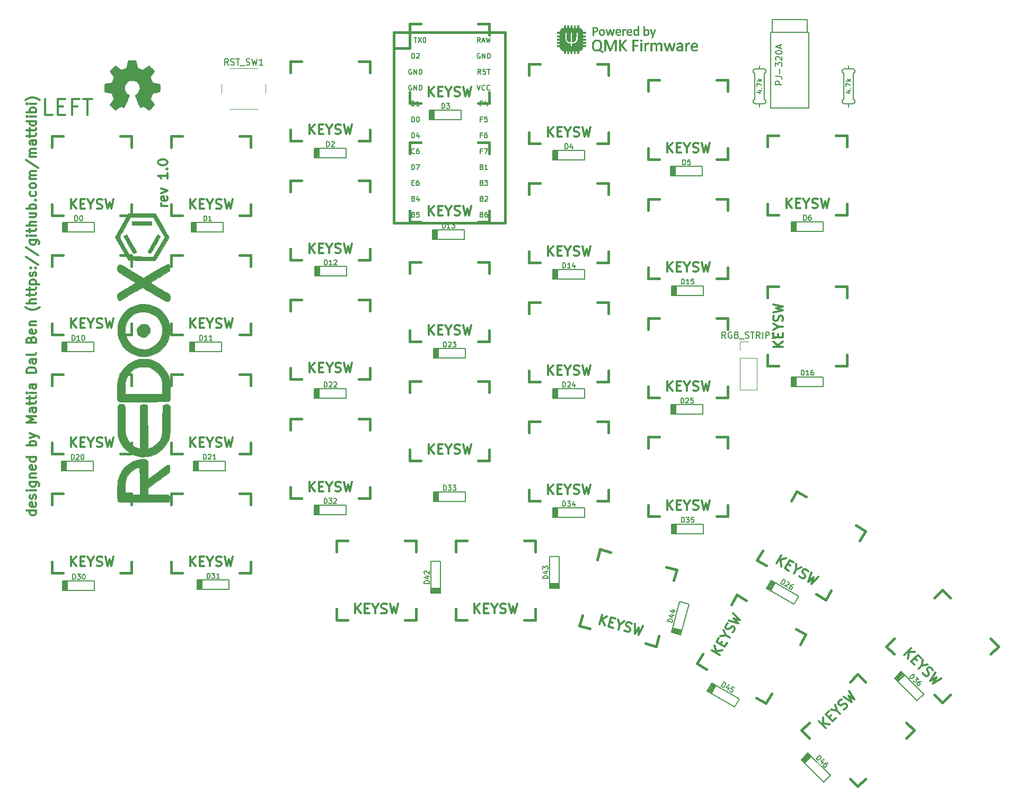
<source format=gto>
G04 #@! TF.GenerationSoftware,KiCad,Pcbnew,(5.0.2-5-10.14)*
G04 #@! TF.CreationDate,2020-12-04T11:41:37+07:00*
G04 #@! TF.ProjectId,ki-redox,6b692d72-6564-46f7-982e-6b696361645f,1.0*
G04 #@! TF.SameCoordinates,Original*
G04 #@! TF.FileFunction,Legend,Top*
G04 #@! TF.FilePolarity,Positive*
%FSLAX46Y46*%
G04 Gerber Fmt 4.6, Leading zero omitted, Abs format (unit mm)*
G04 Created by KiCad (PCBNEW (5.0.2-5-10.14)) date 2020 December 04, Friday 11:41:37*
%MOMM*%
%LPD*%
G01*
G04 APERTURE LIST*
%ADD10C,0.300000*%
%ADD11C,0.381000*%
%ADD12C,0.150000*%
%ADD13C,0.010000*%
%ADD14C,0.120000*%
%ADD15C,0.304800*%
G04 APERTURE END LIST*
D10*
X106088571Y-78608571D02*
X105088571Y-78608571D01*
X105374285Y-78608571D02*
X105231428Y-78537142D01*
X105160000Y-78465714D01*
X105088571Y-78322857D01*
X105088571Y-78180000D01*
X106017142Y-77108571D02*
X106088571Y-77251428D01*
X106088571Y-77537142D01*
X106017142Y-77680000D01*
X105874285Y-77751428D01*
X105302857Y-77751428D01*
X105160000Y-77680000D01*
X105088571Y-77537142D01*
X105088571Y-77251428D01*
X105160000Y-77108571D01*
X105302857Y-77037142D01*
X105445714Y-77037142D01*
X105588571Y-77751428D01*
X105088571Y-76537142D02*
X106088571Y-76180000D01*
X105088571Y-75822857D01*
X106088571Y-73322857D02*
X106088571Y-74180000D01*
X106088571Y-73751428D02*
X104588571Y-73751428D01*
X104802857Y-73894285D01*
X104945714Y-74037142D01*
X105017142Y-74180000D01*
X105945714Y-72680000D02*
X106017142Y-72608571D01*
X106088571Y-72680000D01*
X106017142Y-72751428D01*
X105945714Y-72680000D01*
X106088571Y-72680000D01*
X104588571Y-71680000D02*
X104588571Y-71537142D01*
X104660000Y-71394285D01*
X104731428Y-71322857D01*
X104874285Y-71251428D01*
X105160000Y-71180000D01*
X105517142Y-71180000D01*
X105802857Y-71251428D01*
X105945714Y-71322857D01*
X106017142Y-71394285D01*
X106088571Y-71537142D01*
X106088571Y-71680000D01*
X106017142Y-71822857D01*
X105945714Y-71894285D01*
X105802857Y-71965714D01*
X105517142Y-72037142D01*
X105160000Y-72037142D01*
X104874285Y-71965714D01*
X104731428Y-71894285D01*
X104660000Y-71822857D01*
X104588571Y-71680000D01*
X85078571Y-127314285D02*
X83578571Y-127314285D01*
X85007142Y-127314285D02*
X85078571Y-127457142D01*
X85078571Y-127742857D01*
X85007142Y-127885714D01*
X84935714Y-127957142D01*
X84792857Y-128028571D01*
X84364285Y-128028571D01*
X84221428Y-127957142D01*
X84150000Y-127885714D01*
X84078571Y-127742857D01*
X84078571Y-127457142D01*
X84150000Y-127314285D01*
X85007142Y-126028571D02*
X85078571Y-126171428D01*
X85078571Y-126457142D01*
X85007142Y-126600000D01*
X84864285Y-126671428D01*
X84292857Y-126671428D01*
X84150000Y-126600000D01*
X84078571Y-126457142D01*
X84078571Y-126171428D01*
X84150000Y-126028571D01*
X84292857Y-125957142D01*
X84435714Y-125957142D01*
X84578571Y-126671428D01*
X85007142Y-125385714D02*
X85078571Y-125242857D01*
X85078571Y-124957142D01*
X85007142Y-124814285D01*
X84864285Y-124742857D01*
X84792857Y-124742857D01*
X84650000Y-124814285D01*
X84578571Y-124957142D01*
X84578571Y-125171428D01*
X84507142Y-125314285D01*
X84364285Y-125385714D01*
X84292857Y-125385714D01*
X84150000Y-125314285D01*
X84078571Y-125171428D01*
X84078571Y-124957142D01*
X84150000Y-124814285D01*
X85078571Y-124100000D02*
X84078571Y-124100000D01*
X83578571Y-124100000D02*
X83650000Y-124171428D01*
X83721428Y-124100000D01*
X83650000Y-124028571D01*
X83578571Y-124100000D01*
X83721428Y-124100000D01*
X84078571Y-122742857D02*
X85292857Y-122742857D01*
X85435714Y-122814285D01*
X85507142Y-122885714D01*
X85578571Y-123028571D01*
X85578571Y-123242857D01*
X85507142Y-123385714D01*
X85007142Y-122742857D02*
X85078571Y-122885714D01*
X85078571Y-123171428D01*
X85007142Y-123314285D01*
X84935714Y-123385714D01*
X84792857Y-123457142D01*
X84364285Y-123457142D01*
X84221428Y-123385714D01*
X84150000Y-123314285D01*
X84078571Y-123171428D01*
X84078571Y-122885714D01*
X84150000Y-122742857D01*
X84078571Y-122028571D02*
X85078571Y-122028571D01*
X84221428Y-122028571D02*
X84150000Y-121957142D01*
X84078571Y-121814285D01*
X84078571Y-121600000D01*
X84150000Y-121457142D01*
X84292857Y-121385714D01*
X85078571Y-121385714D01*
X85007142Y-120100000D02*
X85078571Y-120242857D01*
X85078571Y-120528571D01*
X85007142Y-120671428D01*
X84864285Y-120742857D01*
X84292857Y-120742857D01*
X84150000Y-120671428D01*
X84078571Y-120528571D01*
X84078571Y-120242857D01*
X84150000Y-120100000D01*
X84292857Y-120028571D01*
X84435714Y-120028571D01*
X84578571Y-120742857D01*
X85078571Y-118742857D02*
X83578571Y-118742857D01*
X85007142Y-118742857D02*
X85078571Y-118885714D01*
X85078571Y-119171428D01*
X85007142Y-119314285D01*
X84935714Y-119385714D01*
X84792857Y-119457142D01*
X84364285Y-119457142D01*
X84221428Y-119385714D01*
X84150000Y-119314285D01*
X84078571Y-119171428D01*
X84078571Y-118885714D01*
X84150000Y-118742857D01*
X85078571Y-116885714D02*
X83578571Y-116885714D01*
X84150000Y-116885714D02*
X84078571Y-116742857D01*
X84078571Y-116457142D01*
X84150000Y-116314285D01*
X84221428Y-116242857D01*
X84364285Y-116171428D01*
X84792857Y-116171428D01*
X84935714Y-116242857D01*
X85007142Y-116314285D01*
X85078571Y-116457142D01*
X85078571Y-116742857D01*
X85007142Y-116885714D01*
X84078571Y-115671428D02*
X85078571Y-115314285D01*
X84078571Y-114957142D02*
X85078571Y-115314285D01*
X85435714Y-115457142D01*
X85507142Y-115528571D01*
X85578571Y-115671428D01*
X85078571Y-113242857D02*
X83578571Y-113242857D01*
X84650000Y-112742857D01*
X83578571Y-112242857D01*
X85078571Y-112242857D01*
X85078571Y-110885714D02*
X84292857Y-110885714D01*
X84150000Y-110957142D01*
X84078571Y-111100000D01*
X84078571Y-111385714D01*
X84150000Y-111528571D01*
X85007142Y-110885714D02*
X85078571Y-111028571D01*
X85078571Y-111385714D01*
X85007142Y-111528571D01*
X84864285Y-111600000D01*
X84721428Y-111600000D01*
X84578571Y-111528571D01*
X84507142Y-111385714D01*
X84507142Y-111028571D01*
X84435714Y-110885714D01*
X84078571Y-110385714D02*
X84078571Y-109814285D01*
X83578571Y-110171428D02*
X84864285Y-110171428D01*
X85007142Y-110100000D01*
X85078571Y-109957142D01*
X85078571Y-109814285D01*
X84078571Y-109528571D02*
X84078571Y-108957142D01*
X83578571Y-109314285D02*
X84864285Y-109314285D01*
X85007142Y-109242857D01*
X85078571Y-109100000D01*
X85078571Y-108957142D01*
X85078571Y-108457142D02*
X84078571Y-108457142D01*
X83578571Y-108457142D02*
X83650000Y-108528571D01*
X83721428Y-108457142D01*
X83650000Y-108385714D01*
X83578571Y-108457142D01*
X83721428Y-108457142D01*
X85078571Y-107100000D02*
X84292857Y-107100000D01*
X84150000Y-107171428D01*
X84078571Y-107314285D01*
X84078571Y-107600000D01*
X84150000Y-107742857D01*
X85007142Y-107100000D02*
X85078571Y-107242857D01*
X85078571Y-107600000D01*
X85007142Y-107742857D01*
X84864285Y-107814285D01*
X84721428Y-107814285D01*
X84578571Y-107742857D01*
X84507142Y-107600000D01*
X84507142Y-107242857D01*
X84435714Y-107100000D01*
X85078571Y-105242857D02*
X83578571Y-105242857D01*
X83578571Y-104885714D01*
X83650000Y-104671428D01*
X83792857Y-104528571D01*
X83935714Y-104457142D01*
X84221428Y-104385714D01*
X84435714Y-104385714D01*
X84721428Y-104457142D01*
X84864285Y-104528571D01*
X85007142Y-104671428D01*
X85078571Y-104885714D01*
X85078571Y-105242857D01*
X85078571Y-103100000D02*
X84292857Y-103100000D01*
X84150000Y-103171428D01*
X84078571Y-103314285D01*
X84078571Y-103600000D01*
X84150000Y-103742857D01*
X85007142Y-103100000D02*
X85078571Y-103242857D01*
X85078571Y-103600000D01*
X85007142Y-103742857D01*
X84864285Y-103814285D01*
X84721428Y-103814285D01*
X84578571Y-103742857D01*
X84507142Y-103600000D01*
X84507142Y-103242857D01*
X84435714Y-103100000D01*
X85078571Y-102171428D02*
X85007142Y-102314285D01*
X84864285Y-102385714D01*
X83578571Y-102385714D01*
X84292857Y-99957142D02*
X84364285Y-99742857D01*
X84435714Y-99671428D01*
X84578571Y-99600000D01*
X84792857Y-99600000D01*
X84935714Y-99671428D01*
X85007142Y-99742857D01*
X85078571Y-99885714D01*
X85078571Y-100457142D01*
X83578571Y-100457142D01*
X83578571Y-99957142D01*
X83650000Y-99814285D01*
X83721428Y-99742857D01*
X83864285Y-99671428D01*
X84007142Y-99671428D01*
X84150000Y-99742857D01*
X84221428Y-99814285D01*
X84292857Y-99957142D01*
X84292857Y-100457142D01*
X85007142Y-98385714D02*
X85078571Y-98528571D01*
X85078571Y-98814285D01*
X85007142Y-98957142D01*
X84864285Y-99028571D01*
X84292857Y-99028571D01*
X84150000Y-98957142D01*
X84078571Y-98814285D01*
X84078571Y-98528571D01*
X84150000Y-98385714D01*
X84292857Y-98314285D01*
X84435714Y-98314285D01*
X84578571Y-99028571D01*
X84078571Y-97671428D02*
X85078571Y-97671428D01*
X84221428Y-97671428D02*
X84150000Y-97600000D01*
X84078571Y-97457142D01*
X84078571Y-97242857D01*
X84150000Y-97100000D01*
X84292857Y-97028571D01*
X85078571Y-97028571D01*
X85650000Y-94742857D02*
X85578571Y-94814285D01*
X85364285Y-94957142D01*
X85221428Y-95028571D01*
X85007142Y-95100000D01*
X84650000Y-95171428D01*
X84364285Y-95171428D01*
X84007142Y-95100000D01*
X83792857Y-95028571D01*
X83650000Y-94957142D01*
X83435714Y-94814285D01*
X83364285Y-94742857D01*
X85078571Y-94171428D02*
X83578571Y-94171428D01*
X85078571Y-93528571D02*
X84292857Y-93528571D01*
X84150000Y-93600000D01*
X84078571Y-93742857D01*
X84078571Y-93957142D01*
X84150000Y-94100000D01*
X84221428Y-94171428D01*
X84078571Y-93028571D02*
X84078571Y-92457142D01*
X83578571Y-92814285D02*
X84864285Y-92814285D01*
X85007142Y-92742857D01*
X85078571Y-92600000D01*
X85078571Y-92457142D01*
X84078571Y-92171428D02*
X84078571Y-91600000D01*
X83578571Y-91957142D02*
X84864285Y-91957142D01*
X85007142Y-91885714D01*
X85078571Y-91742857D01*
X85078571Y-91600000D01*
X84078571Y-91100000D02*
X85578571Y-91100000D01*
X84150000Y-91100000D02*
X84078571Y-90957142D01*
X84078571Y-90671428D01*
X84150000Y-90528571D01*
X84221428Y-90457142D01*
X84364285Y-90385714D01*
X84792857Y-90385714D01*
X84935714Y-90457142D01*
X85007142Y-90528571D01*
X85078571Y-90671428D01*
X85078571Y-90957142D01*
X85007142Y-91100000D01*
X85007142Y-89814285D02*
X85078571Y-89671428D01*
X85078571Y-89385714D01*
X85007142Y-89242857D01*
X84864285Y-89171428D01*
X84792857Y-89171428D01*
X84650000Y-89242857D01*
X84578571Y-89385714D01*
X84578571Y-89600000D01*
X84507142Y-89742857D01*
X84364285Y-89814285D01*
X84292857Y-89814285D01*
X84150000Y-89742857D01*
X84078571Y-89600000D01*
X84078571Y-89385714D01*
X84150000Y-89242857D01*
X84935714Y-88528571D02*
X85007142Y-88457142D01*
X85078571Y-88528571D01*
X85007142Y-88600000D01*
X84935714Y-88528571D01*
X85078571Y-88528571D01*
X84150000Y-88528571D02*
X84221428Y-88457142D01*
X84292857Y-88528571D01*
X84221428Y-88600000D01*
X84150000Y-88528571D01*
X84292857Y-88528571D01*
X83507142Y-86742857D02*
X85435714Y-88028571D01*
X83507142Y-85171428D02*
X85435714Y-86457142D01*
X84078571Y-84028571D02*
X85292857Y-84028571D01*
X85435714Y-84099999D01*
X85507142Y-84171428D01*
X85578571Y-84314285D01*
X85578571Y-84528571D01*
X85507142Y-84671428D01*
X85007142Y-84028571D02*
X85078571Y-84171428D01*
X85078571Y-84457142D01*
X85007142Y-84599999D01*
X84935714Y-84671428D01*
X84792857Y-84742857D01*
X84364285Y-84742857D01*
X84221428Y-84671428D01*
X84150000Y-84599999D01*
X84078571Y-84457142D01*
X84078571Y-84171428D01*
X84150000Y-84028571D01*
X85078571Y-83314285D02*
X84078571Y-83314285D01*
X83578571Y-83314285D02*
X83650000Y-83385714D01*
X83721428Y-83314285D01*
X83650000Y-83242857D01*
X83578571Y-83314285D01*
X83721428Y-83314285D01*
X84078571Y-82814285D02*
X84078571Y-82242857D01*
X83578571Y-82599999D02*
X84864285Y-82599999D01*
X85007142Y-82528571D01*
X85078571Y-82385714D01*
X85078571Y-82242857D01*
X85078571Y-81742857D02*
X83578571Y-81742857D01*
X85078571Y-81099999D02*
X84292857Y-81099999D01*
X84150000Y-81171428D01*
X84078571Y-81314285D01*
X84078571Y-81528571D01*
X84150000Y-81671428D01*
X84221428Y-81742857D01*
X84078571Y-79742857D02*
X85078571Y-79742857D01*
X84078571Y-80385714D02*
X84864285Y-80385714D01*
X85007142Y-80314285D01*
X85078571Y-80171428D01*
X85078571Y-79957142D01*
X85007142Y-79814285D01*
X84935714Y-79742857D01*
X85078571Y-79028571D02*
X83578571Y-79028571D01*
X84150000Y-79028571D02*
X84078571Y-78885714D01*
X84078571Y-78599999D01*
X84150000Y-78457142D01*
X84221428Y-78385714D01*
X84364285Y-78314285D01*
X84792857Y-78314285D01*
X84935714Y-78385714D01*
X85007142Y-78457142D01*
X85078571Y-78599999D01*
X85078571Y-78885714D01*
X85007142Y-79028571D01*
X84935714Y-77671428D02*
X85007142Y-77599999D01*
X85078571Y-77671428D01*
X85007142Y-77742857D01*
X84935714Y-77671428D01*
X85078571Y-77671428D01*
X85007142Y-76314285D02*
X85078571Y-76457142D01*
X85078571Y-76742857D01*
X85007142Y-76885714D01*
X84935714Y-76957142D01*
X84792857Y-77028571D01*
X84364285Y-77028571D01*
X84221428Y-76957142D01*
X84150000Y-76885714D01*
X84078571Y-76742857D01*
X84078571Y-76457142D01*
X84150000Y-76314285D01*
X85078571Y-75457142D02*
X85007142Y-75599999D01*
X84935714Y-75671428D01*
X84792857Y-75742857D01*
X84364285Y-75742857D01*
X84221428Y-75671428D01*
X84150000Y-75599999D01*
X84078571Y-75457142D01*
X84078571Y-75242857D01*
X84150000Y-75099999D01*
X84221428Y-75028571D01*
X84364285Y-74957142D01*
X84792857Y-74957142D01*
X84935714Y-75028571D01*
X85007142Y-75099999D01*
X85078571Y-75242857D01*
X85078571Y-75457142D01*
X85078571Y-74314285D02*
X84078571Y-74314285D01*
X84221428Y-74314285D02*
X84150000Y-74242857D01*
X84078571Y-74099999D01*
X84078571Y-73885714D01*
X84150000Y-73742857D01*
X84292857Y-73671428D01*
X85078571Y-73671428D01*
X84292857Y-73671428D02*
X84150000Y-73599999D01*
X84078571Y-73457142D01*
X84078571Y-73242857D01*
X84150000Y-73099999D01*
X84292857Y-73028571D01*
X85078571Y-73028571D01*
X83507142Y-71242857D02*
X85435714Y-72528571D01*
X85078571Y-70742857D02*
X84078571Y-70742857D01*
X84221428Y-70742857D02*
X84150000Y-70671428D01*
X84078571Y-70528571D01*
X84078571Y-70314285D01*
X84150000Y-70171428D01*
X84292857Y-70099999D01*
X85078571Y-70099999D01*
X84292857Y-70099999D02*
X84150000Y-70028571D01*
X84078571Y-69885714D01*
X84078571Y-69671428D01*
X84150000Y-69528571D01*
X84292857Y-69457142D01*
X85078571Y-69457142D01*
X85078571Y-68099999D02*
X84292857Y-68099999D01*
X84150000Y-68171428D01*
X84078571Y-68314285D01*
X84078571Y-68599999D01*
X84150000Y-68742857D01*
X85007142Y-68099999D02*
X85078571Y-68242857D01*
X85078571Y-68599999D01*
X85007142Y-68742857D01*
X84864285Y-68814285D01*
X84721428Y-68814285D01*
X84578571Y-68742857D01*
X84507142Y-68599999D01*
X84507142Y-68242857D01*
X84435714Y-68099999D01*
X84078571Y-67599999D02*
X84078571Y-67028571D01*
X83578571Y-67385714D02*
X84864285Y-67385714D01*
X85007142Y-67314285D01*
X85078571Y-67171428D01*
X85078571Y-67028571D01*
X84078571Y-66742857D02*
X84078571Y-66171428D01*
X83578571Y-66528571D02*
X84864285Y-66528571D01*
X85007142Y-66457142D01*
X85078571Y-66314285D01*
X85078571Y-66171428D01*
X85078571Y-65028571D02*
X83578571Y-65028571D01*
X85007142Y-65028571D02*
X85078571Y-65171428D01*
X85078571Y-65457142D01*
X85007142Y-65599999D01*
X84935714Y-65671428D01*
X84792857Y-65742857D01*
X84364285Y-65742857D01*
X84221428Y-65671428D01*
X84150000Y-65599999D01*
X84078571Y-65457142D01*
X84078571Y-65171428D01*
X84150000Y-65028571D01*
X85078571Y-64314285D02*
X84078571Y-64314285D01*
X83578571Y-64314285D02*
X83650000Y-64385714D01*
X83721428Y-64314285D01*
X83650000Y-64242857D01*
X83578571Y-64314285D01*
X83721428Y-64314285D01*
X85078571Y-63599999D02*
X83578571Y-63599999D01*
X84150000Y-63599999D02*
X84078571Y-63457142D01*
X84078571Y-63171428D01*
X84150000Y-63028571D01*
X84221428Y-62957142D01*
X84364285Y-62885714D01*
X84792857Y-62885714D01*
X84935714Y-62957142D01*
X85007142Y-63028571D01*
X85078571Y-63171428D01*
X85078571Y-63457142D01*
X85007142Y-63599999D01*
X85078571Y-62242857D02*
X84078571Y-62242857D01*
X83578571Y-62242857D02*
X83650000Y-62314285D01*
X83721428Y-62242857D01*
X83650000Y-62171428D01*
X83578571Y-62242857D01*
X83721428Y-62242857D01*
X85650000Y-61671428D02*
X85578571Y-61599999D01*
X85364285Y-61457142D01*
X85221428Y-61385714D01*
X85007142Y-61314285D01*
X84650000Y-61242857D01*
X84364285Y-61242857D01*
X84007142Y-61314285D01*
X83792857Y-61385714D01*
X83650000Y-61457142D01*
X83435714Y-61599999D01*
X83364285Y-61671428D01*
X87719047Y-64030952D02*
X86528571Y-64030952D01*
X86528571Y-61530952D01*
X88552380Y-62721428D02*
X89385714Y-62721428D01*
X89742857Y-64030952D02*
X88552380Y-64030952D01*
X88552380Y-61530952D01*
X89742857Y-61530952D01*
X91647619Y-62721428D02*
X90814285Y-62721428D01*
X90814285Y-64030952D02*
X90814285Y-61530952D01*
X92004761Y-61530952D01*
X92600000Y-61530952D02*
X94028571Y-61530952D01*
X93314285Y-64030952D02*
X93314285Y-61530952D01*
D11*
G04 #@! TO.C,K3*
X155702000Y-62150000D02*
X157480000Y-62150000D01*
X144780000Y-49450000D02*
X146558000Y-49450000D01*
X155702000Y-49450000D02*
X157480000Y-49450000D01*
X157480000Y-49450000D02*
X157480000Y-51228000D01*
X157480000Y-60372000D02*
X157480000Y-62150000D01*
X157480000Y-62150000D02*
X155702000Y-62150000D01*
X146558000Y-62150000D02*
X144780000Y-62150000D01*
X144780000Y-62150000D02*
X144780000Y-60372000D01*
X144780000Y-51228000D02*
X144780000Y-49450000D01*
G04 #@! TO.C,K2*
X136647000Y-68175000D02*
X138425000Y-68175000D01*
X125725000Y-55475000D02*
X127503000Y-55475000D01*
X136647000Y-55475000D02*
X138425000Y-55475000D01*
X138425000Y-55475000D02*
X138425000Y-57253000D01*
X138425000Y-66397000D02*
X138425000Y-68175000D01*
X138425000Y-68175000D02*
X136647000Y-68175000D01*
X127503000Y-68175000D02*
X125725000Y-68175000D01*
X125725000Y-68175000D02*
X125725000Y-66397000D01*
X125725000Y-57253000D02*
X125725000Y-55475000D01*
G04 #@! TO.C,K5*
X193802000Y-71125000D02*
X195580000Y-71125000D01*
X182880000Y-58425000D02*
X184658000Y-58425000D01*
X193802000Y-58425000D02*
X195580000Y-58425000D01*
X195580000Y-58425000D02*
X195580000Y-60203000D01*
X195580000Y-69347000D02*
X195580000Y-71125000D01*
X195580000Y-71125000D02*
X193802000Y-71125000D01*
X184658000Y-71125000D02*
X182880000Y-71125000D01*
X182880000Y-71125000D02*
X182880000Y-69347000D01*
X182880000Y-60203000D02*
X182880000Y-58425000D01*
G04 #@! TO.C,K23*
X155697000Y-100250000D02*
X157475000Y-100250000D01*
X144775000Y-87550000D02*
X146553000Y-87550000D01*
X155697000Y-87550000D02*
X157475000Y-87550000D01*
X157475000Y-87550000D02*
X157475000Y-89328000D01*
X157475000Y-98472000D02*
X157475000Y-100250000D01*
X157475000Y-100250000D02*
X155697000Y-100250000D01*
X146553000Y-100250000D02*
X144775000Y-100250000D01*
X144775000Y-100250000D02*
X144775000Y-98472000D01*
X144775000Y-89328000D02*
X144775000Y-87550000D01*
G04 #@! TO.C,K11*
X117602000Y-99200000D02*
X119380000Y-99200000D01*
X106680000Y-86500000D02*
X108458000Y-86500000D01*
X117602000Y-86500000D02*
X119380000Y-86500000D01*
X119380000Y-86500000D02*
X119380000Y-88278000D01*
X119380000Y-97422000D02*
X119380000Y-99200000D01*
X119380000Y-99200000D02*
X117602000Y-99200000D01*
X108458000Y-99200000D02*
X106680000Y-99200000D01*
X106680000Y-99200000D02*
X106680000Y-97422000D01*
X106680000Y-88278000D02*
X106680000Y-86500000D01*
G04 #@! TO.C,K0*
X98552000Y-80140000D02*
X100330000Y-80140000D01*
X87630000Y-67440000D02*
X89408000Y-67440000D01*
X98552000Y-67440000D02*
X100330000Y-67440000D01*
X100330000Y-67440000D02*
X100330000Y-69218000D01*
X100330000Y-78362000D02*
X100330000Y-80140000D01*
X100330000Y-80140000D02*
X98552000Y-80140000D01*
X89408000Y-80140000D02*
X87630000Y-80140000D01*
X87630000Y-80140000D02*
X87630000Y-78362000D01*
X87630000Y-69218000D02*
X87630000Y-67440000D01*
D12*
G04 #@! TO.C,D36*
X226865679Y-156628049D02*
X223273575Y-153035946D01*
X223273575Y-153035946D02*
X222195945Y-154113575D01*
X222195945Y-154113575D02*
X225788049Y-157705678D01*
X225788049Y-157705678D02*
X226865679Y-156628049D01*
X226865679Y-156628049D02*
X226506469Y-156268838D01*
X223542984Y-153305353D02*
X222465353Y-154382984D01*
X222375551Y-154293181D02*
X223453181Y-153215551D01*
X223363379Y-153125748D02*
X222285748Y-154203379D01*
X222555155Y-154472786D02*
X223632786Y-153395156D01*
X223722590Y-153484959D02*
X222644959Y-154562588D01*
X223812392Y-153574761D02*
X222734761Y-154652392D01*
D11*
G04 #@! TO.C,K22*
X136662000Y-106270000D02*
X138440000Y-106270000D01*
X125740000Y-93570000D02*
X127518000Y-93570000D01*
X136662000Y-93570000D02*
X138440000Y-93570000D01*
X138440000Y-93570000D02*
X138440000Y-95348000D01*
X138440000Y-104492000D02*
X138440000Y-106270000D01*
X138440000Y-106270000D02*
X136662000Y-106270000D01*
X127518000Y-106270000D02*
X125740000Y-106270000D01*
X125740000Y-106270000D02*
X125740000Y-104492000D01*
X125740000Y-95348000D02*
X125740000Y-93570000D01*
G04 #@! TO.C,K36*
X228592764Y-141276980D02*
X229850000Y-140019744D01*
X220869744Y-149000000D02*
X222126980Y-147742764D01*
X222126980Y-150257236D02*
X220869744Y-149000000D01*
X229850000Y-157980256D02*
X228592764Y-156723020D01*
X231107236Y-156723020D02*
X229850000Y-157980256D01*
X238830256Y-149000000D02*
X237573020Y-150257236D01*
X237573020Y-147742764D02*
X238830256Y-149000000D01*
X229850000Y-140019744D02*
X231107236Y-141276980D01*
X228592764Y-156723020D02*
X229850000Y-157980256D01*
D12*
G04 #@! TO.C,D46*
X211971174Y-169643544D02*
X208379070Y-166051441D01*
X208379070Y-166051441D02*
X207301440Y-167129070D01*
X207301440Y-167129070D02*
X210893544Y-170721173D01*
X210893544Y-170721173D02*
X211971174Y-169643544D01*
X211971174Y-169643544D02*
X211611964Y-169284333D01*
X208648479Y-166320848D02*
X207570848Y-167398479D01*
X207481046Y-167308676D02*
X208558676Y-166231046D01*
X208468874Y-166141243D02*
X207391243Y-167218874D01*
X207660650Y-167488281D02*
X208738281Y-166410651D01*
X208828085Y-166500454D02*
X207750454Y-167578083D01*
X208917887Y-166590256D02*
X207840256Y-167667887D01*
D13*
G04 #@! TO.C,G\002A\002A\002A*
G36*
X98056886Y-123947544D02*
X98069223Y-123515530D01*
X98088949Y-123110210D01*
X98115865Y-122754455D01*
X98149774Y-122471134D01*
X98179383Y-122321053D01*
X98435178Y-121588095D01*
X98795416Y-120933864D01*
X99251746Y-120365331D01*
X99795816Y-119889467D01*
X100419275Y-119513244D01*
X101113770Y-119243632D01*
X101870951Y-119087602D01*
X102078461Y-119066385D01*
X102331820Y-119049404D01*
X102492387Y-119054970D01*
X102600287Y-119091351D01*
X102695647Y-119166816D01*
X102730171Y-119200673D01*
X102903421Y-119373924D01*
X102903421Y-122322073D01*
X104463198Y-121151826D01*
X104865860Y-120852999D01*
X105238955Y-120582339D01*
X105567851Y-120349971D01*
X105837921Y-120166019D01*
X106034533Y-120040606D01*
X106143057Y-119983857D01*
X106154303Y-119981579D01*
X106294387Y-120009910D01*
X106383598Y-120108288D01*
X106431084Y-120296790D01*
X106445993Y-120595495D01*
X106446053Y-120621896D01*
X106446053Y-121101791D01*
X106161974Y-121330006D01*
X106032539Y-121430430D01*
X105812801Y-121596928D01*
X105520211Y-121816450D01*
X105172217Y-122075947D01*
X104786271Y-122362369D01*
X104390658Y-122654677D01*
X102903421Y-123751132D01*
X102903421Y-124727369D01*
X106184761Y-124727369D01*
X106348828Y-124891436D01*
X106480394Y-125113055D01*
X106505668Y-125392300D01*
X106438487Y-125661271D01*
X106359720Y-125805382D01*
X106292329Y-125877484D01*
X106212684Y-125886685D01*
X106011257Y-125895385D01*
X105699951Y-125903434D01*
X105290667Y-125910679D01*
X104795306Y-125916967D01*
X104225772Y-125922146D01*
X103593966Y-125926065D01*
X102911789Y-125928570D01*
X102226474Y-125929503D01*
X101392318Y-125929471D01*
X100681747Y-125928733D01*
X100084664Y-125927015D01*
X99590971Y-125924046D01*
X99293948Y-125920713D01*
X99293948Y-124727369D01*
X101633421Y-124727369D01*
X101633421Y-122555000D01*
X101633017Y-121957825D01*
X101631323Y-121480916D01*
X101627615Y-121110853D01*
X101621173Y-120834219D01*
X101611272Y-120637597D01*
X101597192Y-120507568D01*
X101578208Y-120430714D01*
X101553599Y-120393617D01*
X101522642Y-120382859D01*
X101516448Y-120382684D01*
X101341160Y-120421453D01*
X101096785Y-120524783D01*
X100818356Y-120673389D01*
X100540904Y-120847983D01*
X100299461Y-121029279D01*
X100229378Y-121091278D01*
X99906067Y-121434171D01*
X99660230Y-121795650D01*
X99484004Y-122198230D01*
X99369530Y-122664422D01*
X99308945Y-123216741D01*
X99293948Y-123770290D01*
X99293948Y-124727369D01*
X99293948Y-125920713D01*
X99190571Y-125919552D01*
X98873364Y-125913262D01*
X98629255Y-125904903D01*
X98448144Y-125894202D01*
X98319933Y-125880887D01*
X98234526Y-125864686D01*
X98181825Y-125845326D01*
X98151730Y-125822535D01*
X98149106Y-125819493D01*
X98112956Y-125707583D01*
X98085381Y-125485146D01*
X98066185Y-125175054D01*
X98055169Y-124800176D01*
X98052135Y-124383383D01*
X98056886Y-123947544D01*
X98056886Y-123947544D01*
G37*
X98056886Y-123947544D02*
X98069223Y-123515530D01*
X98088949Y-123110210D01*
X98115865Y-122754455D01*
X98149774Y-122471134D01*
X98179383Y-122321053D01*
X98435178Y-121588095D01*
X98795416Y-120933864D01*
X99251746Y-120365331D01*
X99795816Y-119889467D01*
X100419275Y-119513244D01*
X101113770Y-119243632D01*
X101870951Y-119087602D01*
X102078461Y-119066385D01*
X102331820Y-119049404D01*
X102492387Y-119054970D01*
X102600287Y-119091351D01*
X102695647Y-119166816D01*
X102730171Y-119200673D01*
X102903421Y-119373924D01*
X102903421Y-122322073D01*
X104463198Y-121151826D01*
X104865860Y-120852999D01*
X105238955Y-120582339D01*
X105567851Y-120349971D01*
X105837921Y-120166019D01*
X106034533Y-120040606D01*
X106143057Y-119983857D01*
X106154303Y-119981579D01*
X106294387Y-120009910D01*
X106383598Y-120108288D01*
X106431084Y-120296790D01*
X106445993Y-120595495D01*
X106446053Y-120621896D01*
X106446053Y-121101791D01*
X106161974Y-121330006D01*
X106032539Y-121430430D01*
X105812801Y-121596928D01*
X105520211Y-121816450D01*
X105172217Y-122075947D01*
X104786271Y-122362369D01*
X104390658Y-122654677D01*
X102903421Y-123751132D01*
X102903421Y-124727369D01*
X106184761Y-124727369D01*
X106348828Y-124891436D01*
X106480394Y-125113055D01*
X106505668Y-125392300D01*
X106438487Y-125661271D01*
X106359720Y-125805382D01*
X106292329Y-125877484D01*
X106212684Y-125886685D01*
X106011257Y-125895385D01*
X105699951Y-125903434D01*
X105290667Y-125910679D01*
X104795306Y-125916967D01*
X104225772Y-125922146D01*
X103593966Y-125926065D01*
X102911789Y-125928570D01*
X102226474Y-125929503D01*
X101392318Y-125929471D01*
X100681747Y-125928733D01*
X100084664Y-125927015D01*
X99590971Y-125924046D01*
X99293948Y-125920713D01*
X99293948Y-124727369D01*
X101633421Y-124727369D01*
X101633421Y-122555000D01*
X101633017Y-121957825D01*
X101631323Y-121480916D01*
X101627615Y-121110853D01*
X101621173Y-120834219D01*
X101611272Y-120637597D01*
X101597192Y-120507568D01*
X101578208Y-120430714D01*
X101553599Y-120393617D01*
X101522642Y-120382859D01*
X101516448Y-120382684D01*
X101341160Y-120421453D01*
X101096785Y-120524783D01*
X100818356Y-120673389D01*
X100540904Y-120847983D01*
X100299461Y-121029279D01*
X100229378Y-121091278D01*
X99906067Y-121434171D01*
X99660230Y-121795650D01*
X99484004Y-122198230D01*
X99369530Y-122664422D01*
X99308945Y-123216741D01*
X99293948Y-123770290D01*
X99293948Y-124727369D01*
X99293948Y-125920713D01*
X99190571Y-125919552D01*
X98873364Y-125913262D01*
X98629255Y-125904903D01*
X98448144Y-125894202D01*
X98319933Y-125880887D01*
X98234526Y-125864686D01*
X98181825Y-125845326D01*
X98151730Y-125822535D01*
X98149106Y-125819493D01*
X98112956Y-125707583D01*
X98085381Y-125485146D01*
X98066185Y-125175054D01*
X98055169Y-124800176D01*
X98052135Y-124383383D01*
X98056886Y-123947544D01*
G36*
X98092120Y-111654171D02*
X98098681Y-111233938D01*
X98113528Y-110909958D01*
X98139928Y-110669758D01*
X98181145Y-110500864D01*
X98240447Y-110390802D01*
X98321100Y-110327097D01*
X98426369Y-110297277D01*
X98559521Y-110288867D01*
X98723822Y-110289393D01*
X98756859Y-110289474D01*
X98993206Y-110297660D01*
X99132047Y-110328764D01*
X99208916Y-110392604D01*
X99224754Y-110418764D01*
X99245663Y-110526385D01*
X99263143Y-110759728D01*
X99276947Y-111110868D01*
X99286829Y-111571882D01*
X99292543Y-112134843D01*
X99293948Y-112643931D01*
X99295293Y-113299634D01*
X99300768Y-113838725D01*
X99312528Y-114278262D01*
X99332731Y-114635302D01*
X99363531Y-114926904D01*
X99407087Y-115170124D01*
X99465553Y-115382021D01*
X99541088Y-115579651D01*
X99635846Y-115780074D01*
X99707895Y-115918284D01*
X100006708Y-116355035D01*
X100404259Y-116753907D01*
X100865973Y-117086973D01*
X101357273Y-117326311D01*
X101516448Y-117378937D01*
X101700264Y-117432247D01*
X101700264Y-110497581D01*
X101848821Y-110393527D01*
X102033803Y-110321246D01*
X102280376Y-110293046D01*
X102529089Y-110309541D01*
X102720494Y-110371346D01*
X102740251Y-110384317D01*
X102769086Y-110409917D01*
X102793476Y-110448398D01*
X102813923Y-110510751D01*
X102830930Y-110607970D01*
X102845000Y-110751048D01*
X102856637Y-110950977D01*
X102866343Y-111218752D01*
X102874620Y-111565365D01*
X102881973Y-112001808D01*
X102888904Y-112539075D01*
X102895916Y-113188159D01*
X102903421Y-113950686D01*
X102936843Y-117422212D01*
X103248960Y-117331179D01*
X103716385Y-117131813D01*
X104162971Y-116823953D01*
X104561944Y-116432657D01*
X104886530Y-115982983D01*
X105059262Y-115636842D01*
X105099040Y-115533608D01*
X105131396Y-115429180D01*
X105157349Y-115308432D01*
X105177913Y-115156236D01*
X105194105Y-114957465D01*
X105206941Y-114696991D01*
X105217436Y-114359688D01*
X105226607Y-113930427D01*
X105235469Y-113394082D01*
X105242602Y-112907025D01*
X105276316Y-110544839D01*
X105434116Y-110417157D01*
X105647677Y-110314067D01*
X105907715Y-110283404D01*
X106161628Y-110323645D01*
X106356817Y-110433268D01*
X106367559Y-110444177D01*
X106407445Y-110489870D01*
X106439231Y-110542486D01*
X106463795Y-110616562D01*
X106482012Y-110726635D01*
X106494759Y-110887242D01*
X106502912Y-111112920D01*
X106507348Y-111418206D01*
X106508942Y-111817638D01*
X106508572Y-112325751D01*
X106507581Y-112766940D01*
X106503955Y-113456011D01*
X106496468Y-114023524D01*
X106484661Y-114481560D01*
X106468077Y-114842203D01*
X106446258Y-115117534D01*
X106418746Y-115319635D01*
X106408953Y-115369474D01*
X106202308Y-116026038D01*
X105879358Y-116651299D01*
X105457147Y-117223438D01*
X104952719Y-117720633D01*
X104383117Y-118121064D01*
X104171159Y-118234491D01*
X103453034Y-118519935D01*
X102731657Y-118673746D01*
X102015858Y-118697429D01*
X101314467Y-118592487D01*
X100636313Y-118360424D01*
X99990224Y-118002746D01*
X99385030Y-117520957D01*
X99257042Y-117397247D01*
X98988044Y-117103331D01*
X98773454Y-116802570D01*
X98574573Y-116439134D01*
X98531870Y-116351066D01*
X98396195Y-116050653D01*
X98276360Y-115756423D01*
X98190168Y-115513374D01*
X98164854Y-115423427D01*
X98142686Y-115256899D01*
X98124119Y-114965441D01*
X98109402Y-114557766D01*
X98098784Y-114042585D01*
X98092514Y-113428612D01*
X98090790Y-112833296D01*
X98090578Y-112183133D01*
X98092120Y-111654171D01*
X98092120Y-111654171D01*
G37*
X98092120Y-111654171D02*
X98098681Y-111233938D01*
X98113528Y-110909958D01*
X98139928Y-110669758D01*
X98181145Y-110500864D01*
X98240447Y-110390802D01*
X98321100Y-110327097D01*
X98426369Y-110297277D01*
X98559521Y-110288867D01*
X98723822Y-110289393D01*
X98756859Y-110289474D01*
X98993206Y-110297660D01*
X99132047Y-110328764D01*
X99208916Y-110392604D01*
X99224754Y-110418764D01*
X99245663Y-110526385D01*
X99263143Y-110759728D01*
X99276947Y-111110868D01*
X99286829Y-111571882D01*
X99292543Y-112134843D01*
X99293948Y-112643931D01*
X99295293Y-113299634D01*
X99300768Y-113838725D01*
X99312528Y-114278262D01*
X99332731Y-114635302D01*
X99363531Y-114926904D01*
X99407087Y-115170124D01*
X99465553Y-115382021D01*
X99541088Y-115579651D01*
X99635846Y-115780074D01*
X99707895Y-115918284D01*
X100006708Y-116355035D01*
X100404259Y-116753907D01*
X100865973Y-117086973D01*
X101357273Y-117326311D01*
X101516448Y-117378937D01*
X101700264Y-117432247D01*
X101700264Y-110497581D01*
X101848821Y-110393527D01*
X102033803Y-110321246D01*
X102280376Y-110293046D01*
X102529089Y-110309541D01*
X102720494Y-110371346D01*
X102740251Y-110384317D01*
X102769086Y-110409917D01*
X102793476Y-110448398D01*
X102813923Y-110510751D01*
X102830930Y-110607970D01*
X102845000Y-110751048D01*
X102856637Y-110950977D01*
X102866343Y-111218752D01*
X102874620Y-111565365D01*
X102881973Y-112001808D01*
X102888904Y-112539075D01*
X102895916Y-113188159D01*
X102903421Y-113950686D01*
X102936843Y-117422212D01*
X103248960Y-117331179D01*
X103716385Y-117131813D01*
X104162971Y-116823953D01*
X104561944Y-116432657D01*
X104886530Y-115982983D01*
X105059262Y-115636842D01*
X105099040Y-115533608D01*
X105131396Y-115429180D01*
X105157349Y-115308432D01*
X105177913Y-115156236D01*
X105194105Y-114957465D01*
X105206941Y-114696991D01*
X105217436Y-114359688D01*
X105226607Y-113930427D01*
X105235469Y-113394082D01*
X105242602Y-112907025D01*
X105276316Y-110544839D01*
X105434116Y-110417157D01*
X105647677Y-110314067D01*
X105907715Y-110283404D01*
X106161628Y-110323645D01*
X106356817Y-110433268D01*
X106367559Y-110444177D01*
X106407445Y-110489870D01*
X106439231Y-110542486D01*
X106463795Y-110616562D01*
X106482012Y-110726635D01*
X106494759Y-110887242D01*
X106502912Y-111112920D01*
X106507348Y-111418206D01*
X106508942Y-111817638D01*
X106508572Y-112325751D01*
X106507581Y-112766940D01*
X106503955Y-113456011D01*
X106496468Y-114023524D01*
X106484661Y-114481560D01*
X106468077Y-114842203D01*
X106446258Y-115117534D01*
X106418746Y-115319635D01*
X106408953Y-115369474D01*
X106202308Y-116026038D01*
X105879358Y-116651299D01*
X105457147Y-117223438D01*
X104952719Y-117720633D01*
X104383117Y-118121064D01*
X104171159Y-118234491D01*
X103453034Y-118519935D01*
X102731657Y-118673746D01*
X102015858Y-118697429D01*
X101314467Y-118592487D01*
X100636313Y-118360424D01*
X99990224Y-118002746D01*
X99385030Y-117520957D01*
X99257042Y-117397247D01*
X98988044Y-117103331D01*
X98773454Y-116802570D01*
X98574573Y-116439134D01*
X98531870Y-116351066D01*
X98396195Y-116050653D01*
X98276360Y-115756423D01*
X98190168Y-115513374D01*
X98164854Y-115423427D01*
X98142686Y-115256899D01*
X98124119Y-114965441D01*
X98109402Y-114557766D01*
X98098784Y-114042585D01*
X98092514Y-113428612D01*
X98090790Y-112833296D01*
X98090578Y-112183133D01*
X98092120Y-111654171D01*
G36*
X98025980Y-108489042D02*
X98026012Y-108471065D01*
X98036653Y-107753772D01*
X98068454Y-107148320D01*
X98125411Y-106633972D01*
X98211517Y-106189991D01*
X98330769Y-105795639D01*
X98487161Y-105430180D01*
X98678811Y-105082547D01*
X99120376Y-104481241D01*
X99658259Y-103967449D01*
X100279645Y-103551473D01*
X100962048Y-103246976D01*
X101603732Y-103086013D01*
X102279399Y-103029985D01*
X102948190Y-103079791D01*
X103438158Y-103192492D01*
X104134291Y-103474646D01*
X104763446Y-103863913D01*
X105313471Y-104348435D01*
X105772214Y-104916352D01*
X106127524Y-105555807D01*
X106287308Y-105972917D01*
X106345161Y-106160785D01*
X106389212Y-106333335D01*
X106421789Y-106513932D01*
X106445219Y-106725942D01*
X106461831Y-106992732D01*
X106473950Y-107337668D01*
X106483906Y-107784116D01*
X106487573Y-107983421D01*
X106492922Y-108450712D01*
X106491846Y-108863640D01*
X106484778Y-109203340D01*
X106472155Y-109450947D01*
X106454411Y-109587596D01*
X106450277Y-109599973D01*
X106349341Y-109743427D01*
X106266008Y-109808235D01*
X106177717Y-109820581D01*
X105967174Y-109833354D01*
X105645805Y-109846269D01*
X105225042Y-109859039D01*
X104716311Y-109871380D01*
X104131043Y-109883005D01*
X103480666Y-109893630D01*
X102776610Y-109902968D01*
X102244523Y-109908718D01*
X99293948Y-109937647D01*
X99293948Y-108685263D01*
X105242895Y-108685263D01*
X105242895Y-107756515D01*
X105238295Y-107328521D01*
X105222356Y-107000881D01*
X105191869Y-106740511D01*
X105143625Y-106514326D01*
X105111609Y-106402962D01*
X104864715Y-105816684D01*
X104511423Y-105311340D01*
X104051727Y-104886923D01*
X103508467Y-104554695D01*
X103288853Y-104448114D01*
X103115640Y-104377565D01*
X102950724Y-104335619D01*
X102756000Y-104314848D01*
X102493362Y-104307823D01*
X102238467Y-104307105D01*
X101897643Y-104309381D01*
X101652681Y-104320612D01*
X101465780Y-104347410D01*
X101299139Y-104396383D01*
X101114956Y-104474141D01*
X101014562Y-104521097D01*
X100501320Y-104830399D01*
X100059326Y-105229757D01*
X99705748Y-105698192D01*
X99457757Y-106214724D01*
X99368056Y-106532895D01*
X99339745Y-106736790D01*
X99316423Y-107035329D01*
X99300399Y-107389500D01*
X99293978Y-107760292D01*
X99293948Y-107786185D01*
X99293948Y-108685263D01*
X99293948Y-109937647D01*
X98343783Y-109946964D01*
X98183865Y-109787047D01*
X98125998Y-109724576D01*
X98084141Y-109656466D01*
X98055752Y-109561508D01*
X98038284Y-109418495D01*
X98029196Y-109206219D01*
X98025942Y-108903470D01*
X98025980Y-108489042D01*
X98025980Y-108489042D01*
G37*
X98025980Y-108489042D02*
X98026012Y-108471065D01*
X98036653Y-107753772D01*
X98068454Y-107148320D01*
X98125411Y-106633972D01*
X98211517Y-106189991D01*
X98330769Y-105795639D01*
X98487161Y-105430180D01*
X98678811Y-105082547D01*
X99120376Y-104481241D01*
X99658259Y-103967449D01*
X100279645Y-103551473D01*
X100962048Y-103246976D01*
X101603732Y-103086013D01*
X102279399Y-103029985D01*
X102948190Y-103079791D01*
X103438158Y-103192492D01*
X104134291Y-103474646D01*
X104763446Y-103863913D01*
X105313471Y-104348435D01*
X105772214Y-104916352D01*
X106127524Y-105555807D01*
X106287308Y-105972917D01*
X106345161Y-106160785D01*
X106389212Y-106333335D01*
X106421789Y-106513932D01*
X106445219Y-106725942D01*
X106461831Y-106992732D01*
X106473950Y-107337668D01*
X106483906Y-107784116D01*
X106487573Y-107983421D01*
X106492922Y-108450712D01*
X106491846Y-108863640D01*
X106484778Y-109203340D01*
X106472155Y-109450947D01*
X106454411Y-109587596D01*
X106450277Y-109599973D01*
X106349341Y-109743427D01*
X106266008Y-109808235D01*
X106177717Y-109820581D01*
X105967174Y-109833354D01*
X105645805Y-109846269D01*
X105225042Y-109859039D01*
X104716311Y-109871380D01*
X104131043Y-109883005D01*
X103480666Y-109893630D01*
X102776610Y-109902968D01*
X102244523Y-109908718D01*
X99293948Y-109937647D01*
X99293948Y-108685263D01*
X105242895Y-108685263D01*
X105242895Y-107756515D01*
X105238295Y-107328521D01*
X105222356Y-107000881D01*
X105191869Y-106740511D01*
X105143625Y-106514326D01*
X105111609Y-106402962D01*
X104864715Y-105816684D01*
X104511423Y-105311340D01*
X104051727Y-104886923D01*
X103508467Y-104554695D01*
X103288853Y-104448114D01*
X103115640Y-104377565D01*
X102950724Y-104335619D01*
X102756000Y-104314848D01*
X102493362Y-104307823D01*
X102238467Y-104307105D01*
X101897643Y-104309381D01*
X101652681Y-104320612D01*
X101465780Y-104347410D01*
X101299139Y-104396383D01*
X101114956Y-104474141D01*
X101014562Y-104521097D01*
X100501320Y-104830399D01*
X100059326Y-105229757D01*
X99705748Y-105698192D01*
X99457757Y-106214724D01*
X99368056Y-106532895D01*
X99339745Y-106736790D01*
X99316423Y-107035329D01*
X99300399Y-107389500D01*
X99293978Y-107760292D01*
X99293948Y-107786185D01*
X99293948Y-108685263D01*
X99293948Y-109937647D01*
X98343783Y-109946964D01*
X98183865Y-109787047D01*
X98125998Y-109724576D01*
X98084141Y-109656466D01*
X98055752Y-109561508D01*
X98038284Y-109418495D01*
X98029196Y-109206219D01*
X98025942Y-108903470D01*
X98025980Y-108489042D01*
G36*
X98143368Y-97748523D02*
X98324606Y-97049993D01*
X98617710Y-96403820D01*
X99013437Y-95821358D01*
X99502543Y-95313960D01*
X100075783Y-94892979D01*
X100723915Y-94569769D01*
X101437693Y-94355684D01*
X101449848Y-94353156D01*
X101957436Y-94271255D01*
X102410970Y-94254828D01*
X102872806Y-94303623D01*
X103098534Y-94346493D01*
X103807457Y-94560297D01*
X104451723Y-94882933D01*
X105022547Y-95302170D01*
X105511140Y-95805778D01*
X105908717Y-96381525D01*
X106206490Y-97017180D01*
X106395672Y-97700512D01*
X106467476Y-98419291D01*
X106436775Y-98993158D01*
X106297358Y-99635879D01*
X106044017Y-100272911D01*
X105693881Y-100872178D01*
X105264080Y-101401602D01*
X105032022Y-101623675D01*
X104487532Y-102020318D01*
X103874050Y-102328737D01*
X103217603Y-102542289D01*
X102544216Y-102654332D01*
X102436154Y-102654964D01*
X102436154Y-101527674D01*
X103010638Y-101440731D01*
X103013698Y-101439918D01*
X103573836Y-101223439D01*
X104077906Y-100893987D01*
X104512423Y-100465310D01*
X104863904Y-99951154D01*
X105118864Y-99365267D01*
X105151345Y-99260526D01*
X105198438Y-98999468D01*
X105219730Y-98645897D01*
X105216943Y-98339522D01*
X105200015Y-98021876D01*
X105168208Y-97785929D01*
X105109158Y-97579717D01*
X105010499Y-97351278D01*
X104954485Y-97236627D01*
X104719294Y-96810330D01*
X104477869Y-96480615D01*
X104201054Y-96212360D01*
X103953662Y-96031028D01*
X103472746Y-95761398D01*
X102986277Y-95597625D01*
X102454752Y-95529054D01*
X102093818Y-95529330D01*
X101772957Y-95546875D01*
X101535274Y-95577532D01*
X101330270Y-95633399D01*
X101107440Y-95726573D01*
X100946938Y-95804054D01*
X100413172Y-96138247D01*
X99975261Y-96559601D01*
X99640493Y-97055139D01*
X99416157Y-97611885D01*
X99309539Y-98216862D01*
X99312769Y-98713672D01*
X99423559Y-99306095D01*
X99643488Y-99851297D01*
X99957935Y-100338507D01*
X100352278Y-100756953D01*
X100811893Y-101095864D01*
X101322159Y-101344469D01*
X101868454Y-101491996D01*
X102436154Y-101527674D01*
X102436154Y-102654964D01*
X101879917Y-102658221D01*
X101329965Y-102568546D01*
X100909914Y-102430589D01*
X100456087Y-102229428D01*
X100016794Y-101989960D01*
X99640345Y-101737079D01*
X99510329Y-101630861D01*
X98987555Y-101084928D01*
X98580217Y-100473584D01*
X98291771Y-99804443D01*
X98125673Y-99085116D01*
X98083242Y-98488056D01*
X98143368Y-97748523D01*
X98143368Y-97748523D01*
G37*
X98143368Y-97748523D02*
X98324606Y-97049993D01*
X98617710Y-96403820D01*
X99013437Y-95821358D01*
X99502543Y-95313960D01*
X100075783Y-94892979D01*
X100723915Y-94569769D01*
X101437693Y-94355684D01*
X101449848Y-94353156D01*
X101957436Y-94271255D01*
X102410970Y-94254828D01*
X102872806Y-94303623D01*
X103098534Y-94346493D01*
X103807457Y-94560297D01*
X104451723Y-94882933D01*
X105022547Y-95302170D01*
X105511140Y-95805778D01*
X105908717Y-96381525D01*
X106206490Y-97017180D01*
X106395672Y-97700512D01*
X106467476Y-98419291D01*
X106436775Y-98993158D01*
X106297358Y-99635879D01*
X106044017Y-100272911D01*
X105693881Y-100872178D01*
X105264080Y-101401602D01*
X105032022Y-101623675D01*
X104487532Y-102020318D01*
X103874050Y-102328737D01*
X103217603Y-102542289D01*
X102544216Y-102654332D01*
X102436154Y-102654964D01*
X102436154Y-101527674D01*
X103010638Y-101440731D01*
X103013698Y-101439918D01*
X103573836Y-101223439D01*
X104077906Y-100893987D01*
X104512423Y-100465310D01*
X104863904Y-99951154D01*
X105118864Y-99365267D01*
X105151345Y-99260526D01*
X105198438Y-98999468D01*
X105219730Y-98645897D01*
X105216943Y-98339522D01*
X105200015Y-98021876D01*
X105168208Y-97785929D01*
X105109158Y-97579717D01*
X105010499Y-97351278D01*
X104954485Y-97236627D01*
X104719294Y-96810330D01*
X104477869Y-96480615D01*
X104201054Y-96212360D01*
X103953662Y-96031028D01*
X103472746Y-95761398D01*
X102986277Y-95597625D01*
X102454752Y-95529054D01*
X102093818Y-95529330D01*
X101772957Y-95546875D01*
X101535274Y-95577532D01*
X101330270Y-95633399D01*
X101107440Y-95726573D01*
X100946938Y-95804054D01*
X100413172Y-96138247D01*
X99975261Y-96559601D01*
X99640493Y-97055139D01*
X99416157Y-97611885D01*
X99309539Y-98216862D01*
X99312769Y-98713672D01*
X99423559Y-99306095D01*
X99643488Y-99851297D01*
X99957935Y-100338507D01*
X100352278Y-100756953D01*
X100811893Y-101095864D01*
X101322159Y-101344469D01*
X101868454Y-101491996D01*
X102436154Y-101527674D01*
X102436154Y-102654964D01*
X101879917Y-102658221D01*
X101329965Y-102568546D01*
X100909914Y-102430589D01*
X100456087Y-102229428D01*
X100016794Y-101989960D01*
X99640345Y-101737079D01*
X99510329Y-101630861D01*
X98987555Y-101084928D01*
X98580217Y-100473584D01*
X98291771Y-99804443D01*
X98125673Y-99085116D01*
X98083242Y-98488056D01*
X98143368Y-97748523D01*
G36*
X98094914Y-88255966D02*
X98227047Y-88051530D01*
X98355162Y-87965452D01*
X98414074Y-87945260D01*
X98477618Y-87939669D01*
X98558764Y-87955448D01*
X98670483Y-87999370D01*
X98825744Y-88078207D01*
X99037521Y-88198729D01*
X99318782Y-88367708D01*
X99682499Y-88591915D01*
X100141643Y-88878123D01*
X100335141Y-88999107D01*
X100801714Y-89287901D01*
X101223798Y-89543239D01*
X101588622Y-89757792D01*
X101883418Y-89924235D01*
X102095415Y-90035239D01*
X102211842Y-90083477D01*
X102226716Y-90084492D01*
X102309522Y-90043458D01*
X102491451Y-89941752D01*
X102757419Y-89788188D01*
X103092344Y-89591580D01*
X103481141Y-89360741D01*
X103908727Y-89104486D01*
X104063619Y-89011109D01*
X104617231Y-88679393D01*
X105069958Y-88414784D01*
X105433305Y-88212008D01*
X105718780Y-88065790D01*
X105937892Y-87970857D01*
X106102148Y-87921935D01*
X106223055Y-87913750D01*
X106312121Y-87941027D01*
X106346523Y-87964819D01*
X106397330Y-88071724D01*
X106431985Y-88264768D01*
X106448163Y-88497122D01*
X106443539Y-88721959D01*
X106415789Y-88892450D01*
X106394898Y-88939319D01*
X106326372Y-88992465D01*
X106159000Y-89104259D01*
X105908626Y-89264659D01*
X105591093Y-89463627D01*
X105222243Y-89691121D01*
X104875264Y-89902412D01*
X104475016Y-90145260D01*
X104112104Y-90366430D01*
X103802378Y-90556186D01*
X103561687Y-90704788D01*
X103405882Y-90802497D01*
X103351775Y-90838476D01*
X103387129Y-90886310D01*
X103520993Y-90987851D01*
X103734900Y-91132092D01*
X104010383Y-91308029D01*
X104328975Y-91504655D01*
X104672209Y-91710964D01*
X105021619Y-91915950D01*
X105358736Y-92108606D01*
X105665095Y-92277927D01*
X105922227Y-92412907D01*
X106111667Y-92502538D01*
X106193917Y-92532357D01*
X106347650Y-92634541D01*
X106453748Y-92831170D01*
X106504581Y-93089128D01*
X106492515Y-93375302D01*
X106437450Y-93588927D01*
X106329675Y-93742052D01*
X106176147Y-93847367D01*
X106118734Y-93866748D01*
X106055402Y-93872124D01*
X105973533Y-93857238D01*
X105860512Y-93815832D01*
X105703721Y-93741648D01*
X105490545Y-93628427D01*
X105208366Y-93469913D01*
X104844568Y-93259846D01*
X104386535Y-92991969D01*
X104033563Y-92784625D01*
X103570784Y-92513363D01*
X103144592Y-92265068D01*
X102768666Y-92047590D01*
X102456683Y-91868781D01*
X102222322Y-91736490D01*
X102079261Y-91658569D01*
X102040229Y-91640526D01*
X101973228Y-91673753D01*
X101806361Y-91767779D01*
X101554095Y-91914126D01*
X101230896Y-92104312D01*
X100851229Y-92329859D01*
X100429561Y-92582285D01*
X100272800Y-92676579D01*
X99835906Y-92937365D01*
X99431880Y-93174079D01*
X99075943Y-93378151D01*
X98783318Y-93541014D01*
X98569227Y-93654098D01*
X98448894Y-93708834D01*
X98432283Y-93712632D01*
X98300522Y-93665802D01*
X98184702Y-93571930D01*
X98100575Y-93402597D01*
X98058900Y-93162904D01*
X98061362Y-92907927D01*
X98109644Y-92692740D01*
X98155369Y-92612464D01*
X98239142Y-92545787D01*
X98420897Y-92422909D01*
X98683111Y-92254938D01*
X99008263Y-92052982D01*
X99378831Y-91828149D01*
X99610477Y-91689974D01*
X99989822Y-91462556D01*
X100324989Y-91256685D01*
X100600637Y-91082194D01*
X100801422Y-90948920D01*
X100912002Y-90866696D01*
X100928238Y-90845284D01*
X100862899Y-90799886D01*
X100700204Y-90693729D01*
X100456093Y-90537009D01*
X100146508Y-90339926D01*
X99787391Y-90112678D01*
X99506551Y-89935758D01*
X99073770Y-89662684D01*
X98740820Y-89449179D01*
X98493829Y-89284506D01*
X98318922Y-89157927D01*
X98202229Y-89058705D01*
X98129875Y-88976104D01*
X98087988Y-88899386D01*
X98062833Y-88818374D01*
X98036138Y-88523364D01*
X98094914Y-88255966D01*
X98094914Y-88255966D01*
G37*
X98094914Y-88255966D02*
X98227047Y-88051530D01*
X98355162Y-87965452D01*
X98414074Y-87945260D01*
X98477618Y-87939669D01*
X98558764Y-87955448D01*
X98670483Y-87999370D01*
X98825744Y-88078207D01*
X99037521Y-88198729D01*
X99318782Y-88367708D01*
X99682499Y-88591915D01*
X100141643Y-88878123D01*
X100335141Y-88999107D01*
X100801714Y-89287901D01*
X101223798Y-89543239D01*
X101588622Y-89757792D01*
X101883418Y-89924235D01*
X102095415Y-90035239D01*
X102211842Y-90083477D01*
X102226716Y-90084492D01*
X102309522Y-90043458D01*
X102491451Y-89941752D01*
X102757419Y-89788188D01*
X103092344Y-89591580D01*
X103481141Y-89360741D01*
X103908727Y-89104486D01*
X104063619Y-89011109D01*
X104617231Y-88679393D01*
X105069958Y-88414784D01*
X105433305Y-88212008D01*
X105718780Y-88065790D01*
X105937892Y-87970857D01*
X106102148Y-87921935D01*
X106223055Y-87913750D01*
X106312121Y-87941027D01*
X106346523Y-87964819D01*
X106397330Y-88071724D01*
X106431985Y-88264768D01*
X106448163Y-88497122D01*
X106443539Y-88721959D01*
X106415789Y-88892450D01*
X106394898Y-88939319D01*
X106326372Y-88992465D01*
X106159000Y-89104259D01*
X105908626Y-89264659D01*
X105591093Y-89463627D01*
X105222243Y-89691121D01*
X104875264Y-89902412D01*
X104475016Y-90145260D01*
X104112104Y-90366430D01*
X103802378Y-90556186D01*
X103561687Y-90704788D01*
X103405882Y-90802497D01*
X103351775Y-90838476D01*
X103387129Y-90886310D01*
X103520993Y-90987851D01*
X103734900Y-91132092D01*
X104010383Y-91308029D01*
X104328975Y-91504655D01*
X104672209Y-91710964D01*
X105021619Y-91915950D01*
X105358736Y-92108606D01*
X105665095Y-92277927D01*
X105922227Y-92412907D01*
X106111667Y-92502538D01*
X106193917Y-92532357D01*
X106347650Y-92634541D01*
X106453748Y-92831170D01*
X106504581Y-93089128D01*
X106492515Y-93375302D01*
X106437450Y-93588927D01*
X106329675Y-93742052D01*
X106176147Y-93847367D01*
X106118734Y-93866748D01*
X106055402Y-93872124D01*
X105973533Y-93857238D01*
X105860512Y-93815832D01*
X105703721Y-93741648D01*
X105490545Y-93628427D01*
X105208366Y-93469913D01*
X104844568Y-93259846D01*
X104386535Y-92991969D01*
X104033563Y-92784625D01*
X103570784Y-92513363D01*
X103144592Y-92265068D01*
X102768666Y-92047590D01*
X102456683Y-91868781D01*
X102222322Y-91736490D01*
X102079261Y-91658569D01*
X102040229Y-91640526D01*
X101973228Y-91673753D01*
X101806361Y-91767779D01*
X101554095Y-91914126D01*
X101230896Y-92104312D01*
X100851229Y-92329859D01*
X100429561Y-92582285D01*
X100272800Y-92676579D01*
X99835906Y-92937365D01*
X99431880Y-93174079D01*
X99075943Y-93378151D01*
X98783318Y-93541014D01*
X98569227Y-93654098D01*
X98448894Y-93708834D01*
X98432283Y-93712632D01*
X98300522Y-93665802D01*
X98184702Y-93571930D01*
X98100575Y-93402597D01*
X98058900Y-93162904D01*
X98061362Y-92907927D01*
X98109644Y-92692740D01*
X98155369Y-92612464D01*
X98239142Y-92545787D01*
X98420897Y-92422909D01*
X98683111Y-92254938D01*
X99008263Y-92052982D01*
X99378831Y-91828149D01*
X99610477Y-91689974D01*
X99989822Y-91462556D01*
X100324989Y-91256685D01*
X100600637Y-91082194D01*
X100801422Y-90948920D01*
X100912002Y-90866696D01*
X100928238Y-90845284D01*
X100862899Y-90799886D01*
X100700204Y-90693729D01*
X100456093Y-90537009D01*
X100146508Y-90339926D01*
X99787391Y-90112678D01*
X99506551Y-89935758D01*
X99073770Y-89662684D01*
X98740820Y-89449179D01*
X98493829Y-89284506D01*
X98318922Y-89157927D01*
X98202229Y-89058705D01*
X98129875Y-88976104D01*
X98087988Y-88899386D01*
X98062833Y-88818374D01*
X98036138Y-88523364D01*
X98094914Y-88255966D01*
G36*
X98767139Y-81685783D02*
X99847646Y-79809474D01*
X104140035Y-79809474D01*
X104975544Y-81259561D01*
X105221231Y-81686729D01*
X105458954Y-82101449D01*
X105675951Y-82481348D01*
X105859458Y-82804057D01*
X105996715Y-83047203D01*
X106052803Y-83147851D01*
X106294553Y-83586053D01*
X104147295Y-87297583D01*
X103825941Y-87294968D01*
X103825941Y-86696302D01*
X104724447Y-85141177D01*
X105622953Y-83586053D01*
X105449634Y-83280400D01*
X105364657Y-83131256D01*
X105225801Y-82888376D01*
X105045769Y-82573947D01*
X104837269Y-82210157D01*
X104613006Y-81819190D01*
X104541053Y-81693821D01*
X103805790Y-80412895D01*
X100188460Y-80411053D01*
X99295856Y-81965132D01*
X99058689Y-82378237D01*
X98843903Y-82752705D01*
X98660345Y-83073088D01*
X98516859Y-83323935D01*
X98422289Y-83489798D01*
X98385481Y-83555229D01*
X98385474Y-83555243D01*
X98412771Y-83620382D01*
X98498784Y-83785574D01*
X98634972Y-84035344D01*
X98812789Y-84354213D01*
X99023692Y-84726705D01*
X99252615Y-85126032D01*
X100137533Y-86660790D01*
X103825941Y-86696302D01*
X103825941Y-87294968D01*
X101983917Y-87279976D01*
X99820540Y-87262369D01*
X97686632Y-83562091D01*
X98767139Y-81685783D01*
X98767139Y-81685783D01*
G37*
X98767139Y-81685783D02*
X99847646Y-79809474D01*
X104140035Y-79809474D01*
X104975544Y-81259561D01*
X105221231Y-81686729D01*
X105458954Y-82101449D01*
X105675951Y-82481348D01*
X105859458Y-82804057D01*
X105996715Y-83047203D01*
X106052803Y-83147851D01*
X106294553Y-83586053D01*
X104147295Y-87297583D01*
X103825941Y-87294968D01*
X103825941Y-86696302D01*
X104724447Y-85141177D01*
X105622953Y-83586053D01*
X105449634Y-83280400D01*
X105364657Y-83131256D01*
X105225801Y-82888376D01*
X105045769Y-82573947D01*
X104837269Y-82210157D01*
X104613006Y-81819190D01*
X104541053Y-81693821D01*
X103805790Y-80412895D01*
X100188460Y-80411053D01*
X99295856Y-81965132D01*
X99058689Y-82378237D01*
X98843903Y-82752705D01*
X98660345Y-83073088D01*
X98516859Y-83323935D01*
X98422289Y-83489798D01*
X98385481Y-83555229D01*
X98385474Y-83555243D01*
X98412771Y-83620382D01*
X98498784Y-83785574D01*
X98634972Y-84035344D01*
X98812789Y-84354213D01*
X99023692Y-84726705D01*
X99252615Y-85126032D01*
X100137533Y-86660790D01*
X103825941Y-86696302D01*
X103825941Y-87294968D01*
X101983917Y-87279976D01*
X99820540Y-87262369D01*
X97686632Y-83562091D01*
X98767139Y-81685783D01*
G36*
X101231948Y-98164726D02*
X101414537Y-97867102D01*
X101708885Y-97620390D01*
X101735661Y-97604437D01*
X102026808Y-97493697D01*
X102349515Y-97462541D01*
X102658637Y-97508875D01*
X102909026Y-97630605D01*
X102944542Y-97660515D01*
X103175828Y-97956935D01*
X103286274Y-98296896D01*
X103272847Y-98660755D01*
X103150554Y-98995830D01*
X102939936Y-99271833D01*
X102661131Y-99464813D01*
X102344414Y-99566415D01*
X102020062Y-99568280D01*
X101718352Y-99462050D01*
X101642496Y-99412125D01*
X101366393Y-99136961D01*
X101206711Y-98822266D01*
X101162285Y-98490650D01*
X101231948Y-98164726D01*
X101231948Y-98164726D01*
G37*
X101231948Y-98164726D02*
X101414537Y-97867102D01*
X101708885Y-97620390D01*
X101735661Y-97604437D01*
X102026808Y-97493697D01*
X102349515Y-97462541D01*
X102658637Y-97508875D01*
X102909026Y-97630605D01*
X102944542Y-97660515D01*
X103175828Y-97956935D01*
X103286274Y-98296896D01*
X103272847Y-98660755D01*
X103150554Y-98995830D01*
X102939936Y-99271833D01*
X102661131Y-99464813D01*
X102344414Y-99566415D01*
X102020062Y-99568280D01*
X101718352Y-99462050D01*
X101642496Y-99412125D01*
X101366393Y-99136961D01*
X101206711Y-98822266D01*
X101162285Y-98490650D01*
X101231948Y-98164726D01*
G36*
X102935328Y-85840589D02*
X103024856Y-85672900D01*
X103162719Y-85422951D01*
X103339631Y-85107480D01*
X103546305Y-84743224D01*
X103681600Y-84506705D01*
X104459778Y-83150363D01*
X104662155Y-83268557D01*
X104803971Y-83365628D01*
X104882283Y-83446176D01*
X104885144Y-83452981D01*
X104859100Y-83527853D01*
X104774667Y-83700294D01*
X104641264Y-83952659D01*
X104468306Y-84267306D01*
X104265211Y-84626589D01*
X104175818Y-84782008D01*
X103958823Y-85155378D01*
X103761661Y-85490778D01*
X103594958Y-85770446D01*
X103469334Y-85976621D01*
X103395415Y-86091542D01*
X103382857Y-86107827D01*
X103292412Y-86118596D01*
X103146639Y-86077722D01*
X103001102Y-86008217D01*
X102911366Y-85933090D01*
X102903421Y-85909281D01*
X102935328Y-85840589D01*
X102935328Y-85840589D01*
G37*
X102935328Y-85840589D02*
X103024856Y-85672900D01*
X103162719Y-85422951D01*
X103339631Y-85107480D01*
X103546305Y-84743224D01*
X103681600Y-84506705D01*
X104459778Y-83150363D01*
X104662155Y-83268557D01*
X104803971Y-83365628D01*
X104882283Y-83446176D01*
X104885144Y-83452981D01*
X104859100Y-83527853D01*
X104774667Y-83700294D01*
X104641264Y-83952659D01*
X104468306Y-84267306D01*
X104265211Y-84626589D01*
X104175818Y-84782008D01*
X103958823Y-85155378D01*
X103761661Y-85490778D01*
X103594958Y-85770446D01*
X103469334Y-85976621D01*
X103395415Y-86091542D01*
X103382857Y-86107827D01*
X103292412Y-86118596D01*
X103146639Y-86077722D01*
X103001102Y-86008217D01*
X102911366Y-85933090D01*
X102903421Y-85909281D01*
X102935328Y-85840589D01*
G36*
X103571843Y-81079474D02*
X103571843Y-81614211D01*
X100363421Y-81614211D01*
X100363421Y-81079474D01*
X103571843Y-81079474D01*
X103571843Y-81079474D01*
G37*
X103571843Y-81079474D02*
X103571843Y-81614211D01*
X100363421Y-81614211D01*
X100363421Y-81079474D01*
X103571843Y-81079474D01*
G36*
X99529096Y-83165300D02*
X100297180Y-84499423D01*
X100517082Y-84882182D01*
X100714022Y-85226500D01*
X100878361Y-85515400D01*
X101000461Y-85731905D01*
X101070682Y-85859037D01*
X101083722Y-85884780D01*
X101042829Y-85945383D01*
X100918247Y-86033668D01*
X100869124Y-86061523D01*
X100715982Y-86133843D01*
X100620146Y-86160147D01*
X100609169Y-86156542D01*
X100569056Y-86091759D01*
X100473092Y-85929149D01*
X100331866Y-85686889D01*
X100155970Y-85383158D01*
X99955995Y-85036132D01*
X99929328Y-84989737D01*
X99718376Y-84623091D01*
X99522059Y-84282758D01*
X99353232Y-83990959D01*
X99224753Y-83769913D01*
X99149479Y-83641840D01*
X99147976Y-83639332D01*
X99019566Y-83425242D01*
X99529096Y-83165300D01*
X99529096Y-83165300D01*
G37*
X99529096Y-83165300D02*
X100297180Y-84499423D01*
X100517082Y-84882182D01*
X100714022Y-85226500D01*
X100878361Y-85515400D01*
X101000461Y-85731905D01*
X101070682Y-85859037D01*
X101083722Y-85884780D01*
X101042829Y-85945383D01*
X100918247Y-86033668D01*
X100869124Y-86061523D01*
X100715982Y-86133843D01*
X100620146Y-86160147D01*
X100609169Y-86156542D01*
X100569056Y-86091759D01*
X100473092Y-85929149D01*
X100331866Y-85686889D01*
X100155970Y-85383158D01*
X99955995Y-85036132D01*
X99929328Y-84989737D01*
X99718376Y-84623091D01*
X99522059Y-84282758D01*
X99353232Y-83990959D01*
X99224753Y-83769913D01*
X99149479Y-83641840D01*
X99147976Y-83639332D01*
X99019566Y-83425242D01*
X99529096Y-83165300D01*
D12*
G04 #@! TO.C,D0*
X90082000Y-81238000D02*
X90082000Y-82762000D01*
X89955000Y-81238000D02*
X89955000Y-82762000D01*
X89828000Y-82762000D02*
X89828000Y-81238000D01*
X89447000Y-81238000D02*
X89447000Y-82762000D01*
X89574000Y-82762000D02*
X89574000Y-81238000D01*
X89701000Y-81238000D02*
X89701000Y-82762000D01*
X94400000Y-81238000D02*
X93892000Y-81238000D01*
X94400000Y-82762000D02*
X94400000Y-81238000D01*
X89320000Y-82762000D02*
X94400000Y-82762000D01*
X89320000Y-81238000D02*
X89320000Y-82762000D01*
X94400000Y-81238000D02*
X89320000Y-81238000D01*
G04 #@! TO.C,D1*
X110672000Y-81258000D02*
X110672000Y-82782000D01*
X110545000Y-81258000D02*
X110545000Y-82782000D01*
X110418000Y-82782000D02*
X110418000Y-81258000D01*
X110037000Y-81258000D02*
X110037000Y-82782000D01*
X110164000Y-82782000D02*
X110164000Y-81258000D01*
X110291000Y-81258000D02*
X110291000Y-82782000D01*
X114990000Y-81258000D02*
X114482000Y-81258000D01*
X114990000Y-82782000D02*
X114990000Y-81258000D01*
X109910000Y-82782000D02*
X114990000Y-82782000D01*
X109910000Y-81258000D02*
X109910000Y-82782000D01*
X114990000Y-81258000D02*
X109910000Y-81258000D01*
G04 #@! TO.C,D2*
X130272000Y-69358000D02*
X130272000Y-70882000D01*
X130145000Y-69358000D02*
X130145000Y-70882000D01*
X130018000Y-70882000D02*
X130018000Y-69358000D01*
X129637000Y-69358000D02*
X129637000Y-70882000D01*
X129764000Y-70882000D02*
X129764000Y-69358000D01*
X129891000Y-69358000D02*
X129891000Y-70882000D01*
X134590000Y-69358000D02*
X134082000Y-69358000D01*
X134590000Y-70882000D02*
X134590000Y-69358000D01*
X129510000Y-70882000D02*
X134590000Y-70882000D01*
X129510000Y-69358000D02*
X129510000Y-70882000D01*
X134590000Y-69358000D02*
X129510000Y-69358000D01*
G04 #@! TO.C,D3*
X148692000Y-63268000D02*
X148692000Y-64792000D01*
X148565000Y-63268000D02*
X148565000Y-64792000D01*
X148438000Y-64792000D02*
X148438000Y-63268000D01*
X148057000Y-63268000D02*
X148057000Y-64792000D01*
X148184000Y-64792000D02*
X148184000Y-63268000D01*
X148311000Y-63268000D02*
X148311000Y-64792000D01*
X153010000Y-63268000D02*
X152502000Y-63268000D01*
X153010000Y-64792000D02*
X153010000Y-63268000D01*
X147930000Y-64792000D02*
X153010000Y-64792000D01*
X147930000Y-63268000D02*
X147930000Y-64792000D01*
X153010000Y-63268000D02*
X147930000Y-63268000D01*
G04 #@! TO.C,D4*
X168402000Y-69723000D02*
X168402000Y-71247000D01*
X168275000Y-69723000D02*
X168275000Y-71247000D01*
X168148000Y-71247000D02*
X168148000Y-69723000D01*
X167767000Y-69723000D02*
X167767000Y-71247000D01*
X167894000Y-71247000D02*
X167894000Y-69723000D01*
X168021000Y-69723000D02*
X168021000Y-71247000D01*
X172720000Y-69723000D02*
X172212000Y-69723000D01*
X172720000Y-71247000D02*
X172720000Y-69723000D01*
X167640000Y-71247000D02*
X172720000Y-71247000D01*
X167640000Y-69723000D02*
X167640000Y-71247000D01*
X172720000Y-69723000D02*
X167640000Y-69723000D01*
G04 #@! TO.C,D5*
X187162000Y-72268000D02*
X187162000Y-73792000D01*
X187035000Y-72268000D02*
X187035000Y-73792000D01*
X186908000Y-73792000D02*
X186908000Y-72268000D01*
X186527000Y-72268000D02*
X186527000Y-73792000D01*
X186654000Y-73792000D02*
X186654000Y-72268000D01*
X186781000Y-72268000D02*
X186781000Y-73792000D01*
X191480000Y-72268000D02*
X190972000Y-72268000D01*
X191480000Y-73792000D02*
X191480000Y-72268000D01*
X186400000Y-73792000D02*
X191480000Y-73792000D01*
X186400000Y-72268000D02*
X186400000Y-73792000D01*
X191480000Y-72268000D02*
X186400000Y-72268000D01*
G04 #@! TO.C,D6*
X206502000Y-81153000D02*
X206502000Y-82677000D01*
X206375000Y-81153000D02*
X206375000Y-82677000D01*
X206248000Y-82677000D02*
X206248000Y-81153000D01*
X205867000Y-81153000D02*
X205867000Y-82677000D01*
X205994000Y-82677000D02*
X205994000Y-81153000D01*
X206121000Y-81153000D02*
X206121000Y-82677000D01*
X210820000Y-81153000D02*
X210312000Y-81153000D01*
X210820000Y-82677000D02*
X210820000Y-81153000D01*
X205740000Y-82677000D02*
X210820000Y-82677000D01*
X205740000Y-81153000D02*
X205740000Y-82677000D01*
X210820000Y-81153000D02*
X205740000Y-81153000D01*
G04 #@! TO.C,D10*
X90012000Y-100348000D02*
X90012000Y-101872000D01*
X89885000Y-100348000D02*
X89885000Y-101872000D01*
X89758000Y-101872000D02*
X89758000Y-100348000D01*
X89377000Y-100348000D02*
X89377000Y-101872000D01*
X89504000Y-101872000D02*
X89504000Y-100348000D01*
X89631000Y-100348000D02*
X89631000Y-101872000D01*
X94330000Y-100348000D02*
X93822000Y-100348000D01*
X94330000Y-101872000D02*
X94330000Y-100348000D01*
X89250000Y-101872000D02*
X94330000Y-101872000D01*
X89250000Y-100348000D02*
X89250000Y-101872000D01*
X94330000Y-100348000D02*
X89250000Y-100348000D01*
G04 #@! TO.C,D11*
X110412000Y-100338000D02*
X110412000Y-101862000D01*
X110285000Y-100338000D02*
X110285000Y-101862000D01*
X110158000Y-101862000D02*
X110158000Y-100338000D01*
X109777000Y-100338000D02*
X109777000Y-101862000D01*
X109904000Y-101862000D02*
X109904000Y-100338000D01*
X110031000Y-100338000D02*
X110031000Y-101862000D01*
X114730000Y-100338000D02*
X114222000Y-100338000D01*
X114730000Y-101862000D02*
X114730000Y-100338000D01*
X109650000Y-101862000D02*
X114730000Y-101862000D01*
X109650000Y-100338000D02*
X109650000Y-101862000D01*
X114730000Y-100338000D02*
X109650000Y-100338000D01*
G04 #@! TO.C,D12*
X130332000Y-88278000D02*
X130332000Y-89802000D01*
X130205000Y-88278000D02*
X130205000Y-89802000D01*
X130078000Y-89802000D02*
X130078000Y-88278000D01*
X129697000Y-88278000D02*
X129697000Y-89802000D01*
X129824000Y-89802000D02*
X129824000Y-88278000D01*
X129951000Y-88278000D02*
X129951000Y-89802000D01*
X134650000Y-88278000D02*
X134142000Y-88278000D01*
X134650000Y-89802000D02*
X134650000Y-88278000D01*
X129570000Y-89802000D02*
X134650000Y-89802000D01*
X129570000Y-88278000D02*
X129570000Y-89802000D01*
X134650000Y-88278000D02*
X129570000Y-88278000D01*
G04 #@! TO.C,D13*
X149162000Y-82418000D02*
X149162000Y-83942000D01*
X149035000Y-82418000D02*
X149035000Y-83942000D01*
X148908000Y-83942000D02*
X148908000Y-82418000D01*
X148527000Y-82418000D02*
X148527000Y-83942000D01*
X148654000Y-83942000D02*
X148654000Y-82418000D01*
X148781000Y-82418000D02*
X148781000Y-83942000D01*
X153480000Y-82418000D02*
X152972000Y-82418000D01*
X153480000Y-83942000D02*
X153480000Y-82418000D01*
X148400000Y-83942000D02*
X153480000Y-83942000D01*
X148400000Y-82418000D02*
X148400000Y-83942000D01*
X153480000Y-82418000D02*
X148400000Y-82418000D01*
G04 #@! TO.C,D14*
X168402000Y-88773000D02*
X168402000Y-90297000D01*
X168275000Y-88773000D02*
X168275000Y-90297000D01*
X168148000Y-90297000D02*
X168148000Y-88773000D01*
X167767000Y-88773000D02*
X167767000Y-90297000D01*
X167894000Y-90297000D02*
X167894000Y-88773000D01*
X168021000Y-88773000D02*
X168021000Y-90297000D01*
X172720000Y-88773000D02*
X172212000Y-88773000D01*
X172720000Y-90297000D02*
X172720000Y-88773000D01*
X167640000Y-90297000D02*
X172720000Y-90297000D01*
X167640000Y-88773000D02*
X167640000Y-90297000D01*
X172720000Y-88773000D02*
X167640000Y-88773000D01*
G04 #@! TO.C,D15*
X187362000Y-91348000D02*
X187362000Y-92872000D01*
X187235000Y-91348000D02*
X187235000Y-92872000D01*
X187108000Y-92872000D02*
X187108000Y-91348000D01*
X186727000Y-91348000D02*
X186727000Y-92872000D01*
X186854000Y-92872000D02*
X186854000Y-91348000D01*
X186981000Y-91348000D02*
X186981000Y-92872000D01*
X191680000Y-91348000D02*
X191172000Y-91348000D01*
X191680000Y-92872000D02*
X191680000Y-91348000D01*
X186600000Y-92872000D02*
X191680000Y-92872000D01*
X186600000Y-91348000D02*
X186600000Y-92872000D01*
X191680000Y-91348000D02*
X186600000Y-91348000D01*
G04 #@! TO.C,D16*
X206502000Y-105918000D02*
X206502000Y-107442000D01*
X206375000Y-105918000D02*
X206375000Y-107442000D01*
X206248000Y-107442000D02*
X206248000Y-105918000D01*
X205867000Y-105918000D02*
X205867000Y-107442000D01*
X205994000Y-107442000D02*
X205994000Y-105918000D01*
X206121000Y-105918000D02*
X206121000Y-107442000D01*
X210820000Y-105918000D02*
X210312000Y-105918000D01*
X210820000Y-107442000D02*
X210820000Y-105918000D01*
X205740000Y-107442000D02*
X210820000Y-107442000D01*
X205740000Y-105918000D02*
X205740000Y-107442000D01*
X210820000Y-105918000D02*
X205740000Y-105918000D01*
G04 #@! TO.C,D20*
X89912000Y-119388000D02*
X89912000Y-120912000D01*
X89785000Y-119388000D02*
X89785000Y-120912000D01*
X89658000Y-120912000D02*
X89658000Y-119388000D01*
X89277000Y-119388000D02*
X89277000Y-120912000D01*
X89404000Y-120912000D02*
X89404000Y-119388000D01*
X89531000Y-119388000D02*
X89531000Y-120912000D01*
X94230000Y-119388000D02*
X93722000Y-119388000D01*
X94230000Y-120912000D02*
X94230000Y-119388000D01*
X89150000Y-120912000D02*
X94230000Y-120912000D01*
X89150000Y-119388000D02*
X89150000Y-120912000D01*
X94230000Y-119388000D02*
X89150000Y-119388000D01*
G04 #@! TO.C,D21*
X110982000Y-119378000D02*
X110982000Y-120902000D01*
X110855000Y-119378000D02*
X110855000Y-120902000D01*
X110728000Y-120902000D02*
X110728000Y-119378000D01*
X110347000Y-119378000D02*
X110347000Y-120902000D01*
X110474000Y-120902000D02*
X110474000Y-119378000D01*
X110601000Y-119378000D02*
X110601000Y-120902000D01*
X115300000Y-119378000D02*
X114792000Y-119378000D01*
X115300000Y-120902000D02*
X115300000Y-119378000D01*
X110220000Y-120902000D02*
X115300000Y-120902000D01*
X110220000Y-119378000D02*
X110220000Y-120902000D01*
X115300000Y-119378000D02*
X110220000Y-119378000D01*
G04 #@! TO.C,D22*
X130302000Y-107823000D02*
X130302000Y-109347000D01*
X130175000Y-107823000D02*
X130175000Y-109347000D01*
X130048000Y-109347000D02*
X130048000Y-107823000D01*
X129667000Y-107823000D02*
X129667000Y-109347000D01*
X129794000Y-109347000D02*
X129794000Y-107823000D01*
X129921000Y-107823000D02*
X129921000Y-109347000D01*
X134620000Y-107823000D02*
X134112000Y-107823000D01*
X134620000Y-109347000D02*
X134620000Y-107823000D01*
X129540000Y-109347000D02*
X134620000Y-109347000D01*
X129540000Y-107823000D02*
X129540000Y-109347000D01*
X134620000Y-107823000D02*
X129540000Y-107823000D01*
G04 #@! TO.C,D23*
X149352000Y-101398000D02*
X149352000Y-102922000D01*
X149225000Y-101398000D02*
X149225000Y-102922000D01*
X149098000Y-102922000D02*
X149098000Y-101398000D01*
X148717000Y-101398000D02*
X148717000Y-102922000D01*
X148844000Y-102922000D02*
X148844000Y-101398000D01*
X148971000Y-101398000D02*
X148971000Y-102922000D01*
X153670000Y-101398000D02*
X153162000Y-101398000D01*
X153670000Y-102922000D02*
X153670000Y-101398000D01*
X148590000Y-102922000D02*
X153670000Y-102922000D01*
X148590000Y-101398000D02*
X148590000Y-102922000D01*
X153670000Y-101398000D02*
X148590000Y-101398000D01*
G04 #@! TO.C,D24*
X168402000Y-107823000D02*
X168402000Y-109347000D01*
X168275000Y-107823000D02*
X168275000Y-109347000D01*
X168148000Y-109347000D02*
X168148000Y-107823000D01*
X167767000Y-107823000D02*
X167767000Y-109347000D01*
X167894000Y-109347000D02*
X167894000Y-107823000D01*
X168021000Y-107823000D02*
X168021000Y-109347000D01*
X172720000Y-107823000D02*
X172212000Y-107823000D01*
X172720000Y-109347000D02*
X172720000Y-107823000D01*
X167640000Y-109347000D02*
X172720000Y-109347000D01*
X167640000Y-107823000D02*
X167640000Y-109347000D01*
X172720000Y-107823000D02*
X167640000Y-107823000D01*
G04 #@! TO.C,D25*
X187252000Y-110388000D02*
X187252000Y-111912000D01*
X187125000Y-110388000D02*
X187125000Y-111912000D01*
X186998000Y-111912000D02*
X186998000Y-110388000D01*
X186617000Y-110388000D02*
X186617000Y-111912000D01*
X186744000Y-111912000D02*
X186744000Y-110388000D01*
X186871000Y-110388000D02*
X186871000Y-111912000D01*
X191570000Y-110388000D02*
X191062000Y-110388000D01*
X191570000Y-111912000D02*
X191570000Y-110388000D01*
X186490000Y-111912000D02*
X191570000Y-111912000D01*
X186490000Y-110388000D02*
X186490000Y-111912000D01*
X191570000Y-110388000D02*
X186490000Y-110388000D01*
G04 #@! TO.C,D26*
X203179476Y-138801089D02*
X202417476Y-140120911D01*
X203069491Y-138737589D02*
X202307491Y-140057410D01*
X202197505Y-139993911D02*
X202959505Y-138674089D01*
X202629550Y-138483589D02*
X201867550Y-139803411D01*
X201977535Y-139866911D02*
X202739535Y-138547089D01*
X202849520Y-138610589D02*
X202087520Y-139930411D01*
X206918974Y-140960089D02*
X206479033Y-140706089D01*
X206156974Y-142279910D02*
X206918974Y-140960089D01*
X201757564Y-139739911D02*
X206156974Y-142279910D01*
X202519564Y-138420090D02*
X201757564Y-139739911D01*
X206918974Y-140960089D02*
X202519564Y-138420090D01*
G04 #@! TO.C,D30*
X90102000Y-138558000D02*
X90102000Y-140082000D01*
X89975000Y-138558000D02*
X89975000Y-140082000D01*
X89848000Y-140082000D02*
X89848000Y-138558000D01*
X89467000Y-138558000D02*
X89467000Y-140082000D01*
X89594000Y-140082000D02*
X89594000Y-138558000D01*
X89721000Y-138558000D02*
X89721000Y-140082000D01*
X94420000Y-138558000D02*
X93912000Y-138558000D01*
X94420000Y-140082000D02*
X94420000Y-138558000D01*
X89340000Y-140082000D02*
X94420000Y-140082000D01*
X89340000Y-138558000D02*
X89340000Y-140082000D01*
X94420000Y-138558000D02*
X89340000Y-138558000D01*
G04 #@! TO.C,D31*
X111582000Y-138408000D02*
X111582000Y-139932000D01*
X111455000Y-138408000D02*
X111455000Y-139932000D01*
X111328000Y-139932000D02*
X111328000Y-138408000D01*
X110947000Y-138408000D02*
X110947000Y-139932000D01*
X111074000Y-139932000D02*
X111074000Y-138408000D01*
X111201000Y-138408000D02*
X111201000Y-139932000D01*
X115900000Y-138408000D02*
X115392000Y-138408000D01*
X115900000Y-139932000D02*
X115900000Y-138408000D01*
X110820000Y-139932000D02*
X115900000Y-139932000D01*
X110820000Y-138408000D02*
X110820000Y-139932000D01*
X115900000Y-138408000D02*
X110820000Y-138408000D01*
G04 #@! TO.C,D32*
X130272000Y-126428000D02*
X130272000Y-127952000D01*
X130145000Y-126428000D02*
X130145000Y-127952000D01*
X130018000Y-127952000D02*
X130018000Y-126428000D01*
X129637000Y-126428000D02*
X129637000Y-127952000D01*
X129764000Y-127952000D02*
X129764000Y-126428000D01*
X129891000Y-126428000D02*
X129891000Y-127952000D01*
X134590000Y-126428000D02*
X134082000Y-126428000D01*
X134590000Y-127952000D02*
X134590000Y-126428000D01*
X129510000Y-127952000D02*
X134590000Y-127952000D01*
X129510000Y-126428000D02*
X129510000Y-127952000D01*
X134590000Y-126428000D02*
X129510000Y-126428000D01*
G04 #@! TO.C,D33*
X149352000Y-124333000D02*
X149352000Y-125857000D01*
X149225000Y-124333000D02*
X149225000Y-125857000D01*
X149098000Y-125857000D02*
X149098000Y-124333000D01*
X148717000Y-124333000D02*
X148717000Y-125857000D01*
X148844000Y-125857000D02*
X148844000Y-124333000D01*
X148971000Y-124333000D02*
X148971000Y-125857000D01*
X153670000Y-124333000D02*
X153162000Y-124333000D01*
X153670000Y-125857000D02*
X153670000Y-124333000D01*
X148590000Y-125857000D02*
X153670000Y-125857000D01*
X148590000Y-124333000D02*
X148590000Y-125857000D01*
X153670000Y-124333000D02*
X148590000Y-124333000D01*
G04 #@! TO.C,D34*
X168402000Y-126873000D02*
X168402000Y-128397000D01*
X168275000Y-126873000D02*
X168275000Y-128397000D01*
X168148000Y-128397000D02*
X168148000Y-126873000D01*
X167767000Y-126873000D02*
X167767000Y-128397000D01*
X167894000Y-128397000D02*
X167894000Y-126873000D01*
X168021000Y-126873000D02*
X168021000Y-128397000D01*
X172720000Y-126873000D02*
X172212000Y-126873000D01*
X172720000Y-128397000D02*
X172720000Y-126873000D01*
X167640000Y-128397000D02*
X172720000Y-128397000D01*
X167640000Y-126873000D02*
X167640000Y-128397000D01*
X172720000Y-126873000D02*
X167640000Y-126873000D01*
G04 #@! TO.C,D35*
X187362000Y-129458000D02*
X187362000Y-130982000D01*
X187235000Y-129458000D02*
X187235000Y-130982000D01*
X187108000Y-130982000D02*
X187108000Y-129458000D01*
X186727000Y-129458000D02*
X186727000Y-130982000D01*
X186854000Y-130982000D02*
X186854000Y-129458000D01*
X186981000Y-129458000D02*
X186981000Y-130982000D01*
X191680000Y-129458000D02*
X191172000Y-129458000D01*
X191680000Y-130982000D02*
X191680000Y-129458000D01*
X186600000Y-130982000D02*
X191680000Y-130982000D01*
X186600000Y-129458000D02*
X186600000Y-130982000D01*
X191680000Y-129458000D02*
X186600000Y-129458000D01*
G04 #@! TO.C,D42*
X148148000Y-139768000D02*
X149672000Y-139768000D01*
X148148000Y-139895000D02*
X149672000Y-139895000D01*
X149672000Y-140022000D02*
X148148000Y-140022000D01*
X148148000Y-140403000D02*
X149672000Y-140403000D01*
X149672000Y-140276000D02*
X148148000Y-140276000D01*
X148148000Y-140149000D02*
X149672000Y-140149000D01*
X148148000Y-135450000D02*
X148148000Y-135958000D01*
X149672000Y-135450000D02*
X148148000Y-135450000D01*
X149672000Y-140530000D02*
X149672000Y-135450000D01*
X148148000Y-140530000D02*
X149672000Y-140530000D01*
X148148000Y-135450000D02*
X148148000Y-140530000D01*
G04 #@! TO.C,D43*
X167128000Y-138988000D02*
X168652000Y-138988000D01*
X167128000Y-139115000D02*
X168652000Y-139115000D01*
X168652000Y-139242000D02*
X167128000Y-139242000D01*
X167128000Y-139623000D02*
X168652000Y-139623000D01*
X168652000Y-139496000D02*
X167128000Y-139496000D01*
X167128000Y-139369000D02*
X168652000Y-139369000D01*
X167128000Y-134670000D02*
X167128000Y-135178000D01*
X168652000Y-134670000D02*
X167128000Y-134670000D01*
X168652000Y-139750000D02*
X168652000Y-134670000D01*
X167128000Y-139750000D02*
X168652000Y-139750000D01*
X167128000Y-134670000D02*
X167128000Y-139750000D01*
G04 #@! TO.C,D44*
X186763784Y-146046196D02*
X188235855Y-146440636D01*
X186730914Y-146168869D02*
X188202985Y-146563309D01*
X188170115Y-146685981D02*
X186698044Y-146291541D01*
X186599434Y-146659559D02*
X188071505Y-147053999D01*
X188104375Y-146931327D02*
X186632304Y-146536886D01*
X186665174Y-146414214D02*
X188137245Y-146808654D01*
X187881365Y-141875328D02*
X187749885Y-142366019D01*
X189353436Y-142269769D02*
X187881365Y-141875328D01*
X188038635Y-147176672D02*
X189353436Y-142269769D01*
X186566564Y-146782231D02*
X188038635Y-147176672D01*
X187881365Y-141875328D02*
X186566564Y-146782231D01*
G04 #@! TO.C,D45*
X193699476Y-155221089D02*
X192937476Y-156540911D01*
X193589491Y-155157589D02*
X192827491Y-156477410D01*
X192717505Y-156413911D02*
X193479505Y-155094089D01*
X193149550Y-154903589D02*
X192387550Y-156223411D01*
X192497535Y-156286911D02*
X193259535Y-154967089D01*
X193369520Y-155030589D02*
X192607520Y-156350411D01*
X197438974Y-157380089D02*
X196999033Y-157126089D01*
X196676974Y-158699910D02*
X197438974Y-157380089D01*
X192277564Y-156159911D02*
X196676974Y-158699910D01*
X193039564Y-154840090D02*
X192277564Y-156159911D01*
X197438974Y-157380089D02*
X193039564Y-154840090D01*
G04 #@! TO.C,R1*
X200660000Y-56642000D02*
X200660000Y-56134000D01*
X200660000Y-62738000D02*
X200660000Y-62230000D01*
X201422000Y-62230000D02*
X199898000Y-62230000D01*
X201676000Y-61976000D02*
X201422000Y-62230000D01*
X201676000Y-61722000D02*
X201676000Y-61976000D01*
X201422000Y-61468000D02*
X201676000Y-61722000D01*
X201422000Y-57404000D02*
X201422000Y-61468000D01*
X201676000Y-57150000D02*
X201422000Y-57404000D01*
X201676000Y-56896000D02*
X201676000Y-57150000D01*
X201422000Y-56642000D02*
X201676000Y-56896000D01*
X199898000Y-56642000D02*
X201422000Y-56642000D01*
X199644000Y-56896000D02*
X199898000Y-56642000D01*
X199644000Y-57150000D02*
X199644000Y-56896000D01*
X199898000Y-57404000D02*
X199644000Y-57150000D01*
X199898000Y-61468000D02*
X199898000Y-57404000D01*
X199644000Y-61722000D02*
X199898000Y-61468000D01*
X199644000Y-61976000D02*
X199644000Y-61722000D01*
X199898000Y-62230000D02*
X199644000Y-61976000D01*
G04 #@! TO.C,R2*
X214884000Y-56642000D02*
X214884000Y-56134000D01*
X214884000Y-62738000D02*
X214884000Y-62230000D01*
X215646000Y-62230000D02*
X214122000Y-62230000D01*
X215900000Y-61976000D02*
X215646000Y-62230000D01*
X215900000Y-61722000D02*
X215900000Y-61976000D01*
X215646000Y-61468000D02*
X215900000Y-61722000D01*
X215646000Y-57404000D02*
X215646000Y-61468000D01*
X215900000Y-57150000D02*
X215646000Y-57404000D01*
X215900000Y-56896000D02*
X215900000Y-57150000D01*
X215646000Y-56642000D02*
X215900000Y-56896000D01*
X214122000Y-56642000D02*
X215646000Y-56642000D01*
X213868000Y-56896000D02*
X214122000Y-56642000D01*
X213868000Y-57150000D02*
X213868000Y-56896000D01*
X214122000Y-57404000D02*
X213868000Y-57150000D01*
X214122000Y-61468000D02*
X214122000Y-57404000D01*
X213868000Y-61722000D02*
X214122000Y-61468000D01*
X213868000Y-61976000D02*
X213868000Y-61722000D01*
X214122000Y-62230000D02*
X213868000Y-61976000D01*
D14*
G04 #@! TO.C,RGB_STRIP1*
X197552000Y-108010000D02*
X200212000Y-108010000D01*
X197552000Y-102870000D02*
X197552000Y-108010000D01*
X200212000Y-102870000D02*
X200212000Y-108010000D01*
X197552000Y-102870000D02*
X200212000Y-102870000D01*
X197552000Y-101600000D02*
X197552000Y-100270000D01*
X197552000Y-100270000D02*
X198882000Y-100270000D01*
G04 #@! TO.C,RST_SW1*
X116000000Y-63100000D02*
X120500000Y-63100000D01*
X114750000Y-59100000D02*
X114750000Y-60600000D01*
X120500000Y-56600000D02*
X116000000Y-56600000D01*
X121750000Y-60600000D02*
X121750000Y-59100000D01*
D12*
G04 #@! TO.C,TRRS1*
X208272000Y-48800000D02*
X202672000Y-48800000D01*
X202672000Y-50800000D02*
X202672000Y-48800000D01*
X208272000Y-50800000D02*
X208272000Y-48800000D01*
X202422000Y-50800000D02*
X202422000Y-62900000D01*
X208522000Y-50800000D02*
X208522000Y-62900000D01*
X208522000Y-62900000D02*
X202422000Y-62900000D01*
X208522000Y-50800000D02*
X202422000Y-50800000D01*
D11*
G04 #@! TO.C,U1*
X160020000Y-50800000D02*
X142240000Y-50800000D01*
X142240000Y-50800000D02*
X142240000Y-81280000D01*
X142240000Y-81280000D02*
X160020000Y-81280000D01*
X160020000Y-81280000D02*
X160020000Y-50800000D01*
X144780000Y-50800000D02*
X144780000Y-53340000D01*
X144780000Y-53340000D02*
X142240000Y-53340000D01*
D13*
G04 #@! TO.C,REF\002A\002A\002A*
G36*
X101146536Y-55900427D02*
X101259118Y-56497618D01*
X101674531Y-56668865D01*
X102089945Y-56840112D01*
X102588302Y-56501233D01*
X102727869Y-56406877D01*
X102854029Y-56322630D01*
X102960896Y-56252338D01*
X103042583Y-56199847D01*
X103093202Y-56169004D01*
X103106987Y-56162353D01*
X103131821Y-56179458D01*
X103184889Y-56226744D01*
X103260241Y-56298172D01*
X103351930Y-56387700D01*
X103454008Y-56489289D01*
X103560527Y-56596898D01*
X103665537Y-56704487D01*
X103763092Y-56806015D01*
X103847243Y-56895441D01*
X103912041Y-56966726D01*
X103951538Y-57013828D01*
X103960981Y-57029592D01*
X103947392Y-57058653D01*
X103909294Y-57122321D01*
X103850694Y-57214367D01*
X103775598Y-57328564D01*
X103688009Y-57458684D01*
X103637255Y-57532901D01*
X103544746Y-57668422D01*
X103462541Y-57790716D01*
X103394631Y-57893695D01*
X103345001Y-57971273D01*
X103317641Y-58017361D01*
X103313530Y-58027047D01*
X103322850Y-58054574D01*
X103348255Y-58118728D01*
X103385912Y-58210490D01*
X103431987Y-58320839D01*
X103482647Y-58440755D01*
X103534060Y-58561219D01*
X103582390Y-58673209D01*
X103623807Y-58767707D01*
X103654475Y-58835692D01*
X103670562Y-58868143D01*
X103671512Y-58869420D01*
X103696773Y-58875617D01*
X103764046Y-58889440D01*
X103866361Y-58909532D01*
X103996742Y-58934534D01*
X104148217Y-58963086D01*
X104236594Y-58979551D01*
X104398453Y-59010369D01*
X104544650Y-59039694D01*
X104667788Y-59065921D01*
X104760470Y-59087446D01*
X104815302Y-59102665D01*
X104826324Y-59107493D01*
X104837119Y-59140174D01*
X104845830Y-59213985D01*
X104852461Y-59320292D01*
X104857019Y-59450467D01*
X104859510Y-59595876D01*
X104859939Y-59747890D01*
X104858312Y-59897877D01*
X104854636Y-60037206D01*
X104848916Y-60157245D01*
X104841158Y-60249365D01*
X104831369Y-60304932D01*
X104825497Y-60316500D01*
X104790400Y-60330365D01*
X104716029Y-60350188D01*
X104612224Y-60373639D01*
X104488820Y-60398391D01*
X104445742Y-60406398D01*
X104238048Y-60444441D01*
X104073985Y-60475079D01*
X103948131Y-60499529D01*
X103855066Y-60519009D01*
X103789368Y-60534736D01*
X103745618Y-60547928D01*
X103718393Y-60559804D01*
X103702273Y-60571580D01*
X103700018Y-60573908D01*
X103677504Y-60611400D01*
X103643159Y-60684365D01*
X103600412Y-60783867D01*
X103552693Y-60900973D01*
X103503431Y-61026748D01*
X103456056Y-61152257D01*
X103413996Y-61268565D01*
X103380681Y-61366739D01*
X103359542Y-61437843D01*
X103354006Y-61472942D01*
X103354467Y-61474172D01*
X103373224Y-61502861D01*
X103415777Y-61565985D01*
X103477654Y-61656973D01*
X103554383Y-61769255D01*
X103641492Y-61896260D01*
X103666299Y-61932353D01*
X103754753Y-62063203D01*
X103832589Y-62182591D01*
X103895567Y-62283662D01*
X103939446Y-62359559D01*
X103959986Y-62403427D01*
X103960981Y-62408817D01*
X103943723Y-62437144D01*
X103896036Y-62493261D01*
X103824051Y-62571137D01*
X103733898Y-62664740D01*
X103631706Y-62768041D01*
X103523606Y-62875006D01*
X103415729Y-62979606D01*
X103314205Y-63075809D01*
X103225163Y-63157584D01*
X103154734Y-63218900D01*
X103109048Y-63253726D01*
X103096410Y-63259412D01*
X103066992Y-63246020D01*
X103006762Y-63209899D01*
X102925530Y-63157136D01*
X102863031Y-63114667D01*
X102749786Y-63036740D01*
X102615675Y-62944984D01*
X102481156Y-62853375D01*
X102408834Y-62804346D01*
X102164039Y-62638770D01*
X101958551Y-62749875D01*
X101864937Y-62798548D01*
X101785331Y-62836381D01*
X101731468Y-62857958D01*
X101717758Y-62860961D01*
X101701271Y-62838793D01*
X101668746Y-62776149D01*
X101622609Y-62678809D01*
X101565291Y-62552549D01*
X101499217Y-62403150D01*
X101426816Y-62236388D01*
X101350517Y-62058042D01*
X101272747Y-61873891D01*
X101195935Y-61689712D01*
X101122507Y-61511285D01*
X101054893Y-61344387D01*
X100995521Y-61194797D01*
X100946817Y-61068293D01*
X100911211Y-60970654D01*
X100891131Y-60907657D01*
X100887901Y-60886021D01*
X100913497Y-60858424D01*
X100969539Y-60813625D01*
X101044312Y-60760934D01*
X101050588Y-60756765D01*
X101243846Y-60602069D01*
X101399675Y-60421591D01*
X101516725Y-60221102D01*
X101593646Y-60006374D01*
X101629087Y-59783177D01*
X101621698Y-59557281D01*
X101570128Y-59334459D01*
X101473027Y-59120479D01*
X101444459Y-59073664D01*
X101295869Y-58884618D01*
X101120328Y-58732812D01*
X100923911Y-58619034D01*
X100712694Y-58544075D01*
X100492754Y-58508722D01*
X100270164Y-58513767D01*
X100051002Y-58559999D01*
X99841343Y-58648206D01*
X99647262Y-58779179D01*
X99587227Y-58832337D01*
X99434436Y-58998739D01*
X99323098Y-59173912D01*
X99246724Y-59370266D01*
X99204188Y-59564717D01*
X99193687Y-59783342D01*
X99228701Y-60003052D01*
X99305674Y-60216420D01*
X99421048Y-60416022D01*
X99571266Y-60594429D01*
X99752774Y-60744217D01*
X99776628Y-60760006D01*
X99852202Y-60811712D01*
X99909652Y-60856512D01*
X99937118Y-60885117D01*
X99937518Y-60886021D01*
X99931621Y-60916964D01*
X99908246Y-60987191D01*
X99869822Y-61090925D01*
X99818778Y-61222390D01*
X99757543Y-61375807D01*
X99688545Y-61545401D01*
X99614214Y-61725393D01*
X99536979Y-61910008D01*
X99459269Y-62093468D01*
X99383512Y-62269996D01*
X99312138Y-62433814D01*
X99247575Y-62579147D01*
X99192253Y-62700217D01*
X99148601Y-62791247D01*
X99119047Y-62846460D01*
X99107145Y-62860961D01*
X99070778Y-62849669D01*
X99002731Y-62819385D01*
X98914737Y-62775520D01*
X98866351Y-62749875D01*
X98660864Y-62638770D01*
X98416069Y-62804346D01*
X98291107Y-62889170D01*
X98154296Y-62982516D01*
X98026089Y-63070408D01*
X97961872Y-63114667D01*
X97871552Y-63175318D01*
X97795072Y-63223381D01*
X97742408Y-63252770D01*
X97725303Y-63258982D01*
X97700406Y-63242223D01*
X97645306Y-63195436D01*
X97565344Y-63123480D01*
X97465861Y-63031212D01*
X97352201Y-62923490D01*
X97280316Y-62854326D01*
X97154552Y-62730757D01*
X97045864Y-62620234D01*
X96958646Y-62527485D01*
X96897290Y-62457237D01*
X96866192Y-62414220D01*
X96863209Y-62405490D01*
X96877054Y-62372284D01*
X96915313Y-62305142D01*
X96973742Y-62210863D01*
X97048098Y-62096245D01*
X97134136Y-61968083D01*
X97158603Y-61932353D01*
X97247755Y-61802489D01*
X97327739Y-61685569D01*
X97394081Y-61588162D01*
X97442312Y-61516839D01*
X97467958Y-61478170D01*
X97470436Y-61474172D01*
X97466730Y-61443355D01*
X97447062Y-61375599D01*
X97414861Y-61279839D01*
X97373556Y-61165009D01*
X97326576Y-61040044D01*
X97277350Y-60913879D01*
X97229309Y-60795448D01*
X97185882Y-60693685D01*
X97150497Y-60617526D01*
X97126585Y-60575904D01*
X97124885Y-60573908D01*
X97110263Y-60562013D01*
X97085566Y-60550250D01*
X97045373Y-60537401D01*
X96984264Y-60522249D01*
X96896818Y-60503576D01*
X96777613Y-60480165D01*
X96621228Y-60450797D01*
X96422244Y-60414255D01*
X96379161Y-60406398D01*
X96251471Y-60381727D01*
X96140154Y-60357593D01*
X96055046Y-60336324D01*
X96005984Y-60320248D01*
X95999406Y-60316500D01*
X95988565Y-60283273D01*
X95979754Y-60209021D01*
X95972977Y-60102376D01*
X95968241Y-59971967D01*
X95965551Y-59826427D01*
X95964914Y-59674386D01*
X95966335Y-59524476D01*
X95969821Y-59385328D01*
X95975377Y-59265572D01*
X95983009Y-59173841D01*
X95992723Y-59118766D01*
X95998579Y-59107493D01*
X96031181Y-59096123D01*
X96105419Y-59077624D01*
X96213897Y-59053602D01*
X96349218Y-59025662D01*
X96503986Y-58995408D01*
X96588308Y-58979551D01*
X96748297Y-58949644D01*
X96890968Y-58922550D01*
X97009349Y-58899631D01*
X97096466Y-58882243D01*
X97145346Y-58871747D01*
X97153391Y-58869420D01*
X97166988Y-58843186D01*
X97195730Y-58779995D01*
X97235786Y-58688877D01*
X97283325Y-58578857D01*
X97334516Y-58458965D01*
X97385527Y-58338227D01*
X97432527Y-58225671D01*
X97471685Y-58130326D01*
X97499170Y-58061217D01*
X97511150Y-58027374D01*
X97511373Y-58025895D01*
X97497792Y-57999197D01*
X97459716Y-57937760D01*
X97401148Y-57847689D01*
X97326089Y-57735090D01*
X97238541Y-57606070D01*
X97187648Y-57531961D01*
X97094910Y-57396077D01*
X97012542Y-57272709D01*
X96944562Y-57168097D01*
X96894989Y-57088483D01*
X96867843Y-57040107D01*
X96863922Y-57029262D01*
X96880776Y-57004020D01*
X96927369Y-56950124D01*
X96997749Y-56873613D01*
X97085966Y-56780523D01*
X97186066Y-56676895D01*
X97292099Y-56568764D01*
X97398112Y-56462170D01*
X97498153Y-56363150D01*
X97586271Y-56277742D01*
X97656514Y-56211985D01*
X97702929Y-56171916D01*
X97718457Y-56162353D01*
X97743740Y-56175800D01*
X97804212Y-56213575D01*
X97893993Y-56271835D01*
X98007204Y-56346734D01*
X98137964Y-56434425D01*
X98236600Y-56501233D01*
X98734958Y-56840112D01*
X99150371Y-56668865D01*
X99565785Y-56497618D01*
X99678367Y-55900427D01*
X99790950Y-55303235D01*
X101033953Y-55303235D01*
X101146536Y-55900427D01*
X101146536Y-55900427D01*
G37*
X101146536Y-55900427D02*
X101259118Y-56497618D01*
X101674531Y-56668865D01*
X102089945Y-56840112D01*
X102588302Y-56501233D01*
X102727869Y-56406877D01*
X102854029Y-56322630D01*
X102960896Y-56252338D01*
X103042583Y-56199847D01*
X103093202Y-56169004D01*
X103106987Y-56162353D01*
X103131821Y-56179458D01*
X103184889Y-56226744D01*
X103260241Y-56298172D01*
X103351930Y-56387700D01*
X103454008Y-56489289D01*
X103560527Y-56596898D01*
X103665537Y-56704487D01*
X103763092Y-56806015D01*
X103847243Y-56895441D01*
X103912041Y-56966726D01*
X103951538Y-57013828D01*
X103960981Y-57029592D01*
X103947392Y-57058653D01*
X103909294Y-57122321D01*
X103850694Y-57214367D01*
X103775598Y-57328564D01*
X103688009Y-57458684D01*
X103637255Y-57532901D01*
X103544746Y-57668422D01*
X103462541Y-57790716D01*
X103394631Y-57893695D01*
X103345001Y-57971273D01*
X103317641Y-58017361D01*
X103313530Y-58027047D01*
X103322850Y-58054574D01*
X103348255Y-58118728D01*
X103385912Y-58210490D01*
X103431987Y-58320839D01*
X103482647Y-58440755D01*
X103534060Y-58561219D01*
X103582390Y-58673209D01*
X103623807Y-58767707D01*
X103654475Y-58835692D01*
X103670562Y-58868143D01*
X103671512Y-58869420D01*
X103696773Y-58875617D01*
X103764046Y-58889440D01*
X103866361Y-58909532D01*
X103996742Y-58934534D01*
X104148217Y-58963086D01*
X104236594Y-58979551D01*
X104398453Y-59010369D01*
X104544650Y-59039694D01*
X104667788Y-59065921D01*
X104760470Y-59087446D01*
X104815302Y-59102665D01*
X104826324Y-59107493D01*
X104837119Y-59140174D01*
X104845830Y-59213985D01*
X104852461Y-59320292D01*
X104857019Y-59450467D01*
X104859510Y-59595876D01*
X104859939Y-59747890D01*
X104858312Y-59897877D01*
X104854636Y-60037206D01*
X104848916Y-60157245D01*
X104841158Y-60249365D01*
X104831369Y-60304932D01*
X104825497Y-60316500D01*
X104790400Y-60330365D01*
X104716029Y-60350188D01*
X104612224Y-60373639D01*
X104488820Y-60398391D01*
X104445742Y-60406398D01*
X104238048Y-60444441D01*
X104073985Y-60475079D01*
X103948131Y-60499529D01*
X103855066Y-60519009D01*
X103789368Y-60534736D01*
X103745618Y-60547928D01*
X103718393Y-60559804D01*
X103702273Y-60571580D01*
X103700018Y-60573908D01*
X103677504Y-60611400D01*
X103643159Y-60684365D01*
X103600412Y-60783867D01*
X103552693Y-60900973D01*
X103503431Y-61026748D01*
X103456056Y-61152257D01*
X103413996Y-61268565D01*
X103380681Y-61366739D01*
X103359542Y-61437843D01*
X103354006Y-61472942D01*
X103354467Y-61474172D01*
X103373224Y-61502861D01*
X103415777Y-61565985D01*
X103477654Y-61656973D01*
X103554383Y-61769255D01*
X103641492Y-61896260D01*
X103666299Y-61932353D01*
X103754753Y-62063203D01*
X103832589Y-62182591D01*
X103895567Y-62283662D01*
X103939446Y-62359559D01*
X103959986Y-62403427D01*
X103960981Y-62408817D01*
X103943723Y-62437144D01*
X103896036Y-62493261D01*
X103824051Y-62571137D01*
X103733898Y-62664740D01*
X103631706Y-62768041D01*
X103523606Y-62875006D01*
X103415729Y-62979606D01*
X103314205Y-63075809D01*
X103225163Y-63157584D01*
X103154734Y-63218900D01*
X103109048Y-63253726D01*
X103096410Y-63259412D01*
X103066992Y-63246020D01*
X103006762Y-63209899D01*
X102925530Y-63157136D01*
X102863031Y-63114667D01*
X102749786Y-63036740D01*
X102615675Y-62944984D01*
X102481156Y-62853375D01*
X102408834Y-62804346D01*
X102164039Y-62638770D01*
X101958551Y-62749875D01*
X101864937Y-62798548D01*
X101785331Y-62836381D01*
X101731468Y-62857958D01*
X101717758Y-62860961D01*
X101701271Y-62838793D01*
X101668746Y-62776149D01*
X101622609Y-62678809D01*
X101565291Y-62552549D01*
X101499217Y-62403150D01*
X101426816Y-62236388D01*
X101350517Y-62058042D01*
X101272747Y-61873891D01*
X101195935Y-61689712D01*
X101122507Y-61511285D01*
X101054893Y-61344387D01*
X100995521Y-61194797D01*
X100946817Y-61068293D01*
X100911211Y-60970654D01*
X100891131Y-60907657D01*
X100887901Y-60886021D01*
X100913497Y-60858424D01*
X100969539Y-60813625D01*
X101044312Y-60760934D01*
X101050588Y-60756765D01*
X101243846Y-60602069D01*
X101399675Y-60421591D01*
X101516725Y-60221102D01*
X101593646Y-60006374D01*
X101629087Y-59783177D01*
X101621698Y-59557281D01*
X101570128Y-59334459D01*
X101473027Y-59120479D01*
X101444459Y-59073664D01*
X101295869Y-58884618D01*
X101120328Y-58732812D01*
X100923911Y-58619034D01*
X100712694Y-58544075D01*
X100492754Y-58508722D01*
X100270164Y-58513767D01*
X100051002Y-58559999D01*
X99841343Y-58648206D01*
X99647262Y-58779179D01*
X99587227Y-58832337D01*
X99434436Y-58998739D01*
X99323098Y-59173912D01*
X99246724Y-59370266D01*
X99204188Y-59564717D01*
X99193687Y-59783342D01*
X99228701Y-60003052D01*
X99305674Y-60216420D01*
X99421048Y-60416022D01*
X99571266Y-60594429D01*
X99752774Y-60744217D01*
X99776628Y-60760006D01*
X99852202Y-60811712D01*
X99909652Y-60856512D01*
X99937118Y-60885117D01*
X99937518Y-60886021D01*
X99931621Y-60916964D01*
X99908246Y-60987191D01*
X99869822Y-61090925D01*
X99818778Y-61222390D01*
X99757543Y-61375807D01*
X99688545Y-61545401D01*
X99614214Y-61725393D01*
X99536979Y-61910008D01*
X99459269Y-62093468D01*
X99383512Y-62269996D01*
X99312138Y-62433814D01*
X99247575Y-62579147D01*
X99192253Y-62700217D01*
X99148601Y-62791247D01*
X99119047Y-62846460D01*
X99107145Y-62860961D01*
X99070778Y-62849669D01*
X99002731Y-62819385D01*
X98914737Y-62775520D01*
X98866351Y-62749875D01*
X98660864Y-62638770D01*
X98416069Y-62804346D01*
X98291107Y-62889170D01*
X98154296Y-62982516D01*
X98026089Y-63070408D01*
X97961872Y-63114667D01*
X97871552Y-63175318D01*
X97795072Y-63223381D01*
X97742408Y-63252770D01*
X97725303Y-63258982D01*
X97700406Y-63242223D01*
X97645306Y-63195436D01*
X97565344Y-63123480D01*
X97465861Y-63031212D01*
X97352201Y-62923490D01*
X97280316Y-62854326D01*
X97154552Y-62730757D01*
X97045864Y-62620234D01*
X96958646Y-62527485D01*
X96897290Y-62457237D01*
X96866192Y-62414220D01*
X96863209Y-62405490D01*
X96877054Y-62372284D01*
X96915313Y-62305142D01*
X96973742Y-62210863D01*
X97048098Y-62096245D01*
X97134136Y-61968083D01*
X97158603Y-61932353D01*
X97247755Y-61802489D01*
X97327739Y-61685569D01*
X97394081Y-61588162D01*
X97442312Y-61516839D01*
X97467958Y-61478170D01*
X97470436Y-61474172D01*
X97466730Y-61443355D01*
X97447062Y-61375599D01*
X97414861Y-61279839D01*
X97373556Y-61165009D01*
X97326576Y-61040044D01*
X97277350Y-60913879D01*
X97229309Y-60795448D01*
X97185882Y-60693685D01*
X97150497Y-60617526D01*
X97126585Y-60575904D01*
X97124885Y-60573908D01*
X97110263Y-60562013D01*
X97085566Y-60550250D01*
X97045373Y-60537401D01*
X96984264Y-60522249D01*
X96896818Y-60503576D01*
X96777613Y-60480165D01*
X96621228Y-60450797D01*
X96422244Y-60414255D01*
X96379161Y-60406398D01*
X96251471Y-60381727D01*
X96140154Y-60357593D01*
X96055046Y-60336324D01*
X96005984Y-60320248D01*
X95999406Y-60316500D01*
X95988565Y-60283273D01*
X95979754Y-60209021D01*
X95972977Y-60102376D01*
X95968241Y-59971967D01*
X95965551Y-59826427D01*
X95964914Y-59674386D01*
X95966335Y-59524476D01*
X95969821Y-59385328D01*
X95975377Y-59265572D01*
X95983009Y-59173841D01*
X95992723Y-59118766D01*
X95998579Y-59107493D01*
X96031181Y-59096123D01*
X96105419Y-59077624D01*
X96213897Y-59053602D01*
X96349218Y-59025662D01*
X96503986Y-58995408D01*
X96588308Y-58979551D01*
X96748297Y-58949644D01*
X96890968Y-58922550D01*
X97009349Y-58899631D01*
X97096466Y-58882243D01*
X97145346Y-58871747D01*
X97153391Y-58869420D01*
X97166988Y-58843186D01*
X97195730Y-58779995D01*
X97235786Y-58688877D01*
X97283325Y-58578857D01*
X97334516Y-58458965D01*
X97385527Y-58338227D01*
X97432527Y-58225671D01*
X97471685Y-58130326D01*
X97499170Y-58061217D01*
X97511150Y-58027374D01*
X97511373Y-58025895D01*
X97497792Y-57999197D01*
X97459716Y-57937760D01*
X97401148Y-57847689D01*
X97326089Y-57735090D01*
X97238541Y-57606070D01*
X97187648Y-57531961D01*
X97094910Y-57396077D01*
X97012542Y-57272709D01*
X96944562Y-57168097D01*
X96894989Y-57088483D01*
X96867843Y-57040107D01*
X96863922Y-57029262D01*
X96880776Y-57004020D01*
X96927369Y-56950124D01*
X96997749Y-56873613D01*
X97085966Y-56780523D01*
X97186066Y-56676895D01*
X97292099Y-56568764D01*
X97398112Y-56462170D01*
X97498153Y-56363150D01*
X97586271Y-56277742D01*
X97656514Y-56211985D01*
X97702929Y-56171916D01*
X97718457Y-56162353D01*
X97743740Y-56175800D01*
X97804212Y-56213575D01*
X97893993Y-56271835D01*
X98007204Y-56346734D01*
X98137964Y-56434425D01*
X98236600Y-56501233D01*
X98734958Y-56840112D01*
X99150371Y-56668865D01*
X99565785Y-56497618D01*
X99678367Y-55900427D01*
X99790950Y-55303235D01*
X101033953Y-55303235D01*
X101146536Y-55900427D01*
D11*
G04 #@! TO.C,K44*
X182422712Y-148566950D02*
X184140128Y-149027130D01*
X175159872Y-133472870D02*
X176877288Y-133933050D01*
X185709714Y-136299692D02*
X187427130Y-136759872D01*
X187427130Y-136759872D02*
X186966950Y-138477288D01*
X184600308Y-147309714D02*
X184140128Y-149027130D01*
X184140128Y-149027130D02*
X182422712Y-148566950D01*
X173590286Y-146200308D02*
X171872870Y-145740128D01*
X171872870Y-145740128D02*
X172333050Y-144022712D01*
X174699692Y-135190286D02*
X175159872Y-133472870D01*
G04 #@! TO.C,K30*
X98547000Y-137275000D02*
X100325000Y-137275000D01*
X87625000Y-124575000D02*
X89403000Y-124575000D01*
X98547000Y-124575000D02*
X100325000Y-124575000D01*
X100325000Y-124575000D02*
X100325000Y-126353000D01*
X100325000Y-135497000D02*
X100325000Y-137275000D01*
X100325000Y-137275000D02*
X98547000Y-137275000D01*
X89403000Y-137275000D02*
X87625000Y-137275000D01*
X87625000Y-137275000D02*
X87625000Y-135497000D01*
X87625000Y-126353000D02*
X87625000Y-124575000D01*
G04 #@! TO.C,K20*
X98552000Y-118230000D02*
X100330000Y-118230000D01*
X87630000Y-105530000D02*
X89408000Y-105530000D01*
X98552000Y-105530000D02*
X100330000Y-105530000D01*
X100330000Y-105530000D02*
X100330000Y-107308000D01*
X100330000Y-116452000D02*
X100330000Y-118230000D01*
X100330000Y-118230000D02*
X98552000Y-118230000D01*
X89408000Y-118230000D02*
X87630000Y-118230000D01*
X87630000Y-118230000D02*
X87630000Y-116452000D01*
X87630000Y-107308000D02*
X87630000Y-105530000D01*
G04 #@! TO.C,K10*
X98552000Y-99200000D02*
X100330000Y-99200000D01*
X87630000Y-86500000D02*
X89408000Y-86500000D01*
X98552000Y-86500000D02*
X100330000Y-86500000D01*
X100330000Y-86500000D02*
X100330000Y-88278000D01*
X100330000Y-97422000D02*
X100330000Y-99200000D01*
X100330000Y-99200000D02*
X98552000Y-99200000D01*
X89408000Y-99200000D02*
X87630000Y-99200000D01*
X87630000Y-99200000D02*
X87630000Y-97422000D01*
X87630000Y-88278000D02*
X87630000Y-86500000D01*
G04 #@! TO.C,K43*
X163022000Y-144800000D02*
X164800000Y-144800000D01*
X152100000Y-132100000D02*
X153878000Y-132100000D01*
X163022000Y-132100000D02*
X164800000Y-132100000D01*
X164800000Y-132100000D02*
X164800000Y-133878000D01*
X164800000Y-143022000D02*
X164800000Y-144800000D01*
X164800000Y-144800000D02*
X163022000Y-144800000D01*
X153878000Y-144800000D02*
X152100000Y-144800000D01*
X152100000Y-144800000D02*
X152100000Y-143022000D01*
X152100000Y-133878000D02*
X152100000Y-132100000D01*
G04 #@! TO.C,K42*
X143997000Y-144825000D02*
X145775000Y-144825000D01*
X133075000Y-132125000D02*
X134853000Y-132125000D01*
X143997000Y-132125000D02*
X145775000Y-132125000D01*
X145775000Y-132125000D02*
X145775000Y-133903000D01*
X145775000Y-143047000D02*
X145775000Y-144825000D01*
X145775000Y-144825000D02*
X143997000Y-144825000D01*
X134853000Y-144825000D02*
X133075000Y-144825000D01*
X133075000Y-144825000D02*
X133075000Y-143047000D01*
X133075000Y-133903000D02*
X133075000Y-132125000D01*
G04 #@! TO.C,K35*
X193802000Y-128250000D02*
X195580000Y-128250000D01*
X182880000Y-115550000D02*
X184658000Y-115550000D01*
X193802000Y-115550000D02*
X195580000Y-115550000D01*
X195580000Y-115550000D02*
X195580000Y-117328000D01*
X195580000Y-126472000D02*
X195580000Y-128250000D01*
X195580000Y-128250000D02*
X193802000Y-128250000D01*
X184658000Y-128250000D02*
X182880000Y-128250000D01*
X182880000Y-128250000D02*
X182880000Y-126472000D01*
X182880000Y-117328000D02*
X182880000Y-115550000D01*
G04 #@! TO.C,K34*
X174752000Y-125730000D02*
X176530000Y-125730000D01*
X163830000Y-113030000D02*
X165608000Y-113030000D01*
X174752000Y-113030000D02*
X176530000Y-113030000D01*
X176530000Y-113030000D02*
X176530000Y-114808000D01*
X176530000Y-123952000D02*
X176530000Y-125730000D01*
X176530000Y-125730000D02*
X174752000Y-125730000D01*
X165608000Y-125730000D02*
X163830000Y-125730000D01*
X163830000Y-125730000D02*
X163830000Y-123952000D01*
X163830000Y-114808000D02*
X163830000Y-113030000D01*
G04 #@! TO.C,K33*
X155697000Y-119300000D02*
X157475000Y-119300000D01*
X144775000Y-106600000D02*
X146553000Y-106600000D01*
X155697000Y-106600000D02*
X157475000Y-106600000D01*
X157475000Y-106600000D02*
X157475000Y-108378000D01*
X157475000Y-117522000D02*
X157475000Y-119300000D01*
X157475000Y-119300000D02*
X155697000Y-119300000D01*
X146553000Y-119300000D02*
X144775000Y-119300000D01*
X144775000Y-119300000D02*
X144775000Y-117522000D01*
X144775000Y-108378000D02*
X144775000Y-106600000D01*
G04 #@! TO.C,K32*
X136647000Y-125325000D02*
X138425000Y-125325000D01*
X125725000Y-112625000D02*
X127503000Y-112625000D01*
X136647000Y-112625000D02*
X138425000Y-112625000D01*
X138425000Y-112625000D02*
X138425000Y-114403000D01*
X138425000Y-123547000D02*
X138425000Y-125325000D01*
X138425000Y-125325000D02*
X136647000Y-125325000D01*
X127503000Y-125325000D02*
X125725000Y-125325000D01*
X125725000Y-125325000D02*
X125725000Y-123547000D01*
X125725000Y-114403000D02*
X125725000Y-112625000D01*
G04 #@! TO.C,K31*
X117602000Y-137275000D02*
X119380000Y-137275000D01*
X106680000Y-124575000D02*
X108458000Y-124575000D01*
X117602000Y-124575000D02*
X119380000Y-124575000D01*
X119380000Y-124575000D02*
X119380000Y-126353000D01*
X119380000Y-135497000D02*
X119380000Y-137275000D01*
X119380000Y-137275000D02*
X117602000Y-137275000D01*
X108458000Y-137275000D02*
X106680000Y-137275000D01*
X106680000Y-137275000D02*
X106680000Y-135497000D01*
X106680000Y-126353000D02*
X106680000Y-124575000D01*
G04 #@! TO.C,K26*
X209684468Y-140685261D02*
X211224261Y-141574261D01*
X206575739Y-124225739D02*
X208115532Y-125114739D01*
X216034468Y-129686739D02*
X217574261Y-130575739D01*
X217574261Y-130575739D02*
X216685261Y-132115532D01*
X212113261Y-140034468D02*
X211224261Y-141574261D01*
X211224261Y-141574261D02*
X209684468Y-140685261D01*
X201765532Y-136113261D02*
X200225739Y-135224261D01*
X200225739Y-135224261D02*
X201114739Y-133684468D01*
X205686739Y-125765532D02*
X206575739Y-124225739D01*
G04 #@! TO.C,K25*
X193797000Y-109225000D02*
X195575000Y-109225000D01*
X182875000Y-96525000D02*
X184653000Y-96525000D01*
X193797000Y-96525000D02*
X195575000Y-96525000D01*
X195575000Y-96525000D02*
X195575000Y-98303000D01*
X195575000Y-107447000D02*
X195575000Y-109225000D01*
X195575000Y-109225000D02*
X193797000Y-109225000D01*
X184653000Y-109225000D02*
X182875000Y-109225000D01*
X182875000Y-109225000D02*
X182875000Y-107447000D01*
X182875000Y-98303000D02*
X182875000Y-96525000D01*
G04 #@! TO.C,K24*
X174752000Y-106680000D02*
X176530000Y-106680000D01*
X163830000Y-93980000D02*
X165608000Y-93980000D01*
X174752000Y-93980000D02*
X176530000Y-93980000D01*
X176530000Y-93980000D02*
X176530000Y-95758000D01*
X176530000Y-104902000D02*
X176530000Y-106680000D01*
X176530000Y-106680000D02*
X174752000Y-106680000D01*
X165608000Y-106680000D02*
X163830000Y-106680000D01*
X163830000Y-106680000D02*
X163830000Y-104902000D01*
X163830000Y-95758000D02*
X163830000Y-93980000D01*
G04 #@! TO.C,K21*
X117597000Y-118225000D02*
X119375000Y-118225000D01*
X106675000Y-105525000D02*
X108453000Y-105525000D01*
X117597000Y-105525000D02*
X119375000Y-105525000D01*
X119375000Y-105525000D02*
X119375000Y-107303000D01*
X119375000Y-116447000D02*
X119375000Y-118225000D01*
X119375000Y-118225000D02*
X117597000Y-118225000D01*
X108453000Y-118225000D02*
X106675000Y-118225000D01*
X106675000Y-118225000D02*
X106675000Y-116447000D01*
X106675000Y-107303000D02*
X106675000Y-105525000D01*
G04 #@! TO.C,K15*
X193797000Y-90175000D02*
X195575000Y-90175000D01*
X182875000Y-77475000D02*
X184653000Y-77475000D01*
X193797000Y-77475000D02*
X195575000Y-77475000D01*
X195575000Y-77475000D02*
X195575000Y-79253000D01*
X195575000Y-88397000D02*
X195575000Y-90175000D01*
X195575000Y-90175000D02*
X193797000Y-90175000D01*
X184653000Y-90175000D02*
X182875000Y-90175000D01*
X182875000Y-90175000D02*
X182875000Y-88397000D01*
X182875000Y-79253000D02*
X182875000Y-77475000D01*
G04 #@! TO.C,K14*
X174752000Y-87630000D02*
X176530000Y-87630000D01*
X163830000Y-74930000D02*
X165608000Y-74930000D01*
X174752000Y-74930000D02*
X176530000Y-74930000D01*
X176530000Y-74930000D02*
X176530000Y-76708000D01*
X176530000Y-85852000D02*
X176530000Y-87630000D01*
X176530000Y-87630000D02*
X174752000Y-87630000D01*
X165608000Y-87630000D02*
X163830000Y-87630000D01*
X163830000Y-87630000D02*
X163830000Y-85852000D01*
X163830000Y-76708000D02*
X163830000Y-74930000D01*
G04 #@! TO.C,K13*
X155697000Y-81175000D02*
X157475000Y-81175000D01*
X144775000Y-68475000D02*
X146553000Y-68475000D01*
X155697000Y-68475000D02*
X157475000Y-68475000D01*
X157475000Y-68475000D02*
X157475000Y-70253000D01*
X157475000Y-79397000D02*
X157475000Y-81175000D01*
X157475000Y-81175000D02*
X155697000Y-81175000D01*
X146553000Y-81175000D02*
X144775000Y-81175000D01*
X144775000Y-81175000D02*
X144775000Y-79397000D01*
X144775000Y-70253000D02*
X144775000Y-68475000D01*
G04 #@! TO.C,K12*
X136647000Y-87200000D02*
X138425000Y-87200000D01*
X125725000Y-74500000D02*
X127503000Y-74500000D01*
X136647000Y-74500000D02*
X138425000Y-74500000D01*
X138425000Y-74500000D02*
X138425000Y-76278000D01*
X138425000Y-85422000D02*
X138425000Y-87200000D01*
X138425000Y-87200000D02*
X136647000Y-87200000D01*
X127503000Y-87200000D02*
X125725000Y-87200000D01*
X125725000Y-87200000D02*
X125725000Y-85422000D01*
X125725000Y-76278000D02*
X125725000Y-74500000D01*
G04 #@! TO.C,K6*
X212852000Y-80010000D02*
X214630000Y-80010000D01*
X201930000Y-67310000D02*
X203708000Y-67310000D01*
X212852000Y-67310000D02*
X214630000Y-67310000D01*
X214630000Y-67310000D02*
X214630000Y-69088000D01*
X214630000Y-78232000D02*
X214630000Y-80010000D01*
X214630000Y-80010000D02*
X212852000Y-80010000D01*
X203708000Y-80010000D02*
X201930000Y-80010000D01*
X201930000Y-80010000D02*
X201930000Y-78232000D01*
X201930000Y-69088000D02*
X201930000Y-67310000D01*
G04 #@! TO.C,K4*
X174752000Y-68580000D02*
X176530000Y-68580000D01*
X163830000Y-55880000D02*
X165608000Y-55880000D01*
X174752000Y-55880000D02*
X176530000Y-55880000D01*
X176530000Y-55880000D02*
X176530000Y-57658000D01*
X176530000Y-66802000D02*
X176530000Y-68580000D01*
X176530000Y-68580000D02*
X174752000Y-68580000D01*
X165608000Y-68580000D02*
X163830000Y-68580000D01*
X163830000Y-68580000D02*
X163830000Y-66802000D01*
X163830000Y-57658000D02*
X163830000Y-55880000D01*
G04 #@! TO.C,K1*
X117597000Y-80150000D02*
X119375000Y-80150000D01*
X106675000Y-67450000D02*
X108453000Y-67450000D01*
X117597000Y-67450000D02*
X119375000Y-67450000D01*
X119375000Y-67450000D02*
X119375000Y-69228000D01*
X119375000Y-78372000D02*
X119375000Y-80150000D01*
X119375000Y-80150000D02*
X117597000Y-80150000D01*
X108453000Y-80150000D02*
X106675000Y-80150000D01*
X106675000Y-80150000D02*
X106675000Y-78372000D01*
X106675000Y-69228000D02*
X106675000Y-67450000D01*
G04 #@! TO.C,K16*
X214630000Y-91440000D02*
X214630000Y-93218000D01*
X214630000Y-102362000D02*
X214630000Y-104140000D01*
X214630000Y-104140000D02*
X212852000Y-104140000D01*
X203708000Y-104140000D02*
X201930000Y-104140000D01*
X201930000Y-104140000D02*
X201930000Y-102362000D01*
X201930000Y-93218000D02*
X201930000Y-91440000D01*
X201930000Y-91440000D02*
X203708000Y-91440000D01*
X212852000Y-91440000D02*
X214630000Y-91440000D01*
G04 #@! TO.C,K46*
X224073020Y-161192764D02*
X225330256Y-162450000D01*
X216350000Y-153469744D02*
X217607236Y-154726980D01*
X215092764Y-154726980D02*
X216350000Y-153469744D01*
X207369744Y-162450000D02*
X208626980Y-161192764D01*
X208626980Y-163707236D02*
X207369744Y-162450000D01*
X216350000Y-171430256D02*
X215092764Y-170173020D01*
X217607236Y-170173020D02*
X216350000Y-171430256D01*
X225330256Y-162450000D02*
X224073020Y-163707236D01*
G04 #@! TO.C,K45*
X208024261Y-147125739D02*
X207135261Y-148665532D01*
X202563261Y-156584468D02*
X201674261Y-158124261D01*
X201674261Y-158124261D02*
X200134468Y-157235261D01*
X192215532Y-152663261D02*
X190675739Y-151774261D01*
X190675739Y-151774261D02*
X191564739Y-150234468D01*
X196136739Y-142315532D02*
X197025739Y-140775739D01*
X197025739Y-140775739D02*
X198565532Y-141664739D01*
X206484468Y-146236739D02*
X208024261Y-147125739D01*
D13*
G04 #@! TO.C,G\002A\002A\002A*
G36*
X179216872Y-50298645D02*
X179259314Y-50317537D01*
X179277758Y-50353180D01*
X179281462Y-50378811D01*
X179280076Y-50437801D01*
X179258323Y-50465123D01*
X179212068Y-50464650D01*
X179194657Y-50460207D01*
X179115311Y-50456477D01*
X179039379Y-50491205D01*
X178967941Y-50563844D01*
X178955003Y-50581830D01*
X178894154Y-50670271D01*
X178894154Y-51298231D01*
X178737175Y-51298231D01*
X178742396Y-50804885D01*
X178747616Y-50311538D01*
X178816000Y-50311538D01*
X178861179Y-50314771D01*
X178882702Y-50332139D01*
X178892791Y-50375151D01*
X178894154Y-50385128D01*
X178903923Y-50458717D01*
X178957950Y-50390686D01*
X179028565Y-50329342D01*
X179114705Y-50296231D01*
X179204139Y-50295701D01*
X179216872Y-50298645D01*
X179216872Y-50298645D01*
G37*
X179216872Y-50298645D02*
X179259314Y-50317537D01*
X179277758Y-50353180D01*
X179281462Y-50378811D01*
X179280076Y-50437801D01*
X179258323Y-50465123D01*
X179212068Y-50464650D01*
X179194657Y-50460207D01*
X179115311Y-50456477D01*
X179039379Y-50491205D01*
X178967941Y-50563844D01*
X178955003Y-50581830D01*
X178894154Y-50670271D01*
X178894154Y-51298231D01*
X178737175Y-51298231D01*
X178742396Y-50804885D01*
X178747616Y-50311538D01*
X178816000Y-50311538D01*
X178861179Y-50314771D01*
X178882702Y-50332139D01*
X178892791Y-50375151D01*
X178894154Y-50385128D01*
X178903923Y-50458717D01*
X178957950Y-50390686D01*
X179028565Y-50329342D01*
X179114705Y-50296231D01*
X179204139Y-50295701D01*
X179216872Y-50298645D01*
G36*
X176178970Y-50311701D02*
X176212038Y-50331910D01*
X176214705Y-50335961D01*
X176225750Y-50365007D01*
X176245414Y-50425049D01*
X176271647Y-50509491D01*
X176302398Y-50611739D01*
X176334650Y-50721846D01*
X176367384Y-50833391D01*
X176397201Y-50931928D01*
X176422168Y-51011313D01*
X176440354Y-51065402D01*
X176449826Y-51088052D01*
X176449837Y-51088064D01*
X176458745Y-51074793D01*
X176475500Y-51029184D01*
X176498357Y-50956782D01*
X176525570Y-50863130D01*
X176555393Y-50753773D01*
X176556949Y-50747885D01*
X176594280Y-50606317D01*
X176623293Y-50498064D01*
X176645988Y-50418753D01*
X176664363Y-50364008D01*
X176680415Y-50329455D01*
X176696143Y-50310719D01*
X176713545Y-50303424D01*
X176734618Y-50303197D01*
X176759008Y-50305472D01*
X176831776Y-50311538D01*
X176923363Y-50624154D01*
X176955927Y-50735890D01*
X176986267Y-50841070D01*
X177011930Y-50931103D01*
X177030458Y-50997397D01*
X177037124Y-51022184D01*
X177052060Y-51070886D01*
X177064632Y-51096919D01*
X177068634Y-51098263D01*
X177076650Y-51077511D01*
X177093685Y-51024901D01*
X177117986Y-50946139D01*
X177147800Y-50846931D01*
X177181374Y-50732983D01*
X177190913Y-50700233D01*
X177303856Y-50311538D01*
X177368797Y-50305231D01*
X177418344Y-50305744D01*
X177450279Y-50315566D01*
X177451318Y-50316502D01*
X177450955Y-50340034D01*
X177439272Y-50396787D01*
X177417287Y-50482906D01*
X177386014Y-50594532D01*
X177346471Y-50727810D01*
X177321833Y-50808075D01*
X177281864Y-50937241D01*
X177246025Y-51053714D01*
X177215863Y-51152415D01*
X177192925Y-51228262D01*
X177178759Y-51276174D01*
X177174770Y-51291125D01*
X177157105Y-51295083D01*
X177111411Y-51295952D01*
X177064090Y-51294321D01*
X176953410Y-51288461D01*
X176855368Y-50941965D01*
X176823896Y-50833312D01*
X176795414Y-50739802D01*
X176771755Y-50667074D01*
X176754752Y-50620763D01*
X176746240Y-50606504D01*
X176737826Y-50628089D01*
X176721305Y-50681195D01*
X176698507Y-50759552D01*
X176671260Y-50856891D01*
X176645130Y-50953001D01*
X176555105Y-51288461D01*
X176444860Y-51294321D01*
X176385192Y-51296162D01*
X176345159Y-51294849D01*
X176334616Y-51291876D01*
X176329107Y-51271708D01*
X176313602Y-51219279D01*
X176289636Y-51139663D01*
X176258743Y-51037935D01*
X176222458Y-50919170D01*
X176188728Y-50809290D01*
X176149429Y-50679635D01*
X176114942Y-50562191D01*
X176086698Y-50462138D01*
X176066128Y-50384655D01*
X176054663Y-50334923D01*
X176053112Y-50318389D01*
X176082248Y-50303064D01*
X176129954Y-50301460D01*
X176178970Y-50311701D01*
X176178970Y-50311701D01*
G37*
X176178970Y-50311701D02*
X176212038Y-50331910D01*
X176214705Y-50335961D01*
X176225750Y-50365007D01*
X176245414Y-50425049D01*
X176271647Y-50509491D01*
X176302398Y-50611739D01*
X176334650Y-50721846D01*
X176367384Y-50833391D01*
X176397201Y-50931928D01*
X176422168Y-51011313D01*
X176440354Y-51065402D01*
X176449826Y-51088052D01*
X176449837Y-51088064D01*
X176458745Y-51074793D01*
X176475500Y-51029184D01*
X176498357Y-50956782D01*
X176525570Y-50863130D01*
X176555393Y-50753773D01*
X176556949Y-50747885D01*
X176594280Y-50606317D01*
X176623293Y-50498064D01*
X176645988Y-50418753D01*
X176664363Y-50364008D01*
X176680415Y-50329455D01*
X176696143Y-50310719D01*
X176713545Y-50303424D01*
X176734618Y-50303197D01*
X176759008Y-50305472D01*
X176831776Y-50311538D01*
X176923363Y-50624154D01*
X176955927Y-50735890D01*
X176986267Y-50841070D01*
X177011930Y-50931103D01*
X177030458Y-50997397D01*
X177037124Y-51022184D01*
X177052060Y-51070886D01*
X177064632Y-51096919D01*
X177068634Y-51098263D01*
X177076650Y-51077511D01*
X177093685Y-51024901D01*
X177117986Y-50946139D01*
X177147800Y-50846931D01*
X177181374Y-50732983D01*
X177190913Y-50700233D01*
X177303856Y-50311538D01*
X177368797Y-50305231D01*
X177418344Y-50305744D01*
X177450279Y-50315566D01*
X177451318Y-50316502D01*
X177450955Y-50340034D01*
X177439272Y-50396787D01*
X177417287Y-50482906D01*
X177386014Y-50594532D01*
X177346471Y-50727810D01*
X177321833Y-50808075D01*
X177281864Y-50937241D01*
X177246025Y-51053714D01*
X177215863Y-51152415D01*
X177192925Y-51228262D01*
X177178759Y-51276174D01*
X177174770Y-51291125D01*
X177157105Y-51295083D01*
X177111411Y-51295952D01*
X177064090Y-51294321D01*
X176953410Y-51288461D01*
X176855368Y-50941965D01*
X176823896Y-50833312D01*
X176795414Y-50739802D01*
X176771755Y-50667074D01*
X176754752Y-50620763D01*
X176746240Y-50606504D01*
X176737826Y-50628089D01*
X176721305Y-50681195D01*
X176698507Y-50759552D01*
X176671260Y-50856891D01*
X176645130Y-50953001D01*
X176555105Y-51288461D01*
X176444860Y-51294321D01*
X176385192Y-51296162D01*
X176345159Y-51294849D01*
X176334616Y-51291876D01*
X176329107Y-51271708D01*
X176313602Y-51219279D01*
X176289636Y-51139663D01*
X176258743Y-51037935D01*
X176222458Y-50919170D01*
X176188728Y-50809290D01*
X176149429Y-50679635D01*
X176114942Y-50562191D01*
X176086698Y-50462138D01*
X176066128Y-50384655D01*
X176054663Y-50334923D01*
X176053112Y-50318389D01*
X176082248Y-50303064D01*
X176129954Y-50301460D01*
X176178970Y-50311701D01*
G36*
X174232073Y-49951883D02*
X174297883Y-49953708D01*
X174410958Y-49960257D01*
X174495318Y-49971118D01*
X174561235Y-49987973D01*
X174599157Y-50002983D01*
X174691286Y-50063626D01*
X174756359Y-50145475D01*
X174794814Y-50241970D01*
X174807092Y-50346550D01*
X174793629Y-50452656D01*
X174754866Y-50553726D01*
X174691242Y-50643200D01*
X174603195Y-50714517D01*
X174549747Y-50741485D01*
X174493892Y-50757860D01*
X174414437Y-50772679D01*
X174326840Y-50783169D01*
X174310401Y-50784455D01*
X174146308Y-50796035D01*
X174146308Y-51298231D01*
X173990000Y-51298231D01*
X173990000Y-50637979D01*
X174145179Y-50637979D01*
X174313322Y-50631066D01*
X174395143Y-50627045D01*
X174448740Y-50620711D01*
X174484944Y-50608382D01*
X174514584Y-50586378D01*
X174548348Y-50551171D01*
X174586253Y-50505883D01*
X174606323Y-50465590D01*
X174614111Y-50414320D01*
X174615231Y-50358718D01*
X174613180Y-50289238D01*
X174603511Y-50243713D01*
X174580949Y-50207090D01*
X174550776Y-50174791D01*
X174508132Y-50137574D01*
X174463793Y-50115340D01*
X174403042Y-50102116D01*
X174358206Y-50096617D01*
X174280497Y-50088177D01*
X174225705Y-50085846D01*
X174189699Y-50095018D01*
X174168346Y-50121087D01*
X174157514Y-50169445D01*
X174153070Y-50245487D01*
X174150882Y-50354606D01*
X174150628Y-50367540D01*
X174145179Y-50637979D01*
X173990000Y-50637979D01*
X173990000Y-49970360D01*
X174038998Y-49958062D01*
X174078523Y-49953670D01*
X174146428Y-49951551D01*
X174232073Y-49951883D01*
X174232073Y-49951883D01*
G37*
X174232073Y-49951883D02*
X174297883Y-49953708D01*
X174410958Y-49960257D01*
X174495318Y-49971118D01*
X174561235Y-49987973D01*
X174599157Y-50002983D01*
X174691286Y-50063626D01*
X174756359Y-50145475D01*
X174794814Y-50241970D01*
X174807092Y-50346550D01*
X174793629Y-50452656D01*
X174754866Y-50553726D01*
X174691242Y-50643200D01*
X174603195Y-50714517D01*
X174549747Y-50741485D01*
X174493892Y-50757860D01*
X174414437Y-50772679D01*
X174326840Y-50783169D01*
X174310401Y-50784455D01*
X174146308Y-50796035D01*
X174146308Y-51298231D01*
X173990000Y-51298231D01*
X173990000Y-50637979D01*
X174145179Y-50637979D01*
X174313322Y-50631066D01*
X174395143Y-50627045D01*
X174448740Y-50620711D01*
X174484944Y-50608382D01*
X174514584Y-50586378D01*
X174548348Y-50551171D01*
X174586253Y-50505883D01*
X174606323Y-50465590D01*
X174614111Y-50414320D01*
X174615231Y-50358718D01*
X174613180Y-50289238D01*
X174603511Y-50243713D01*
X174580949Y-50207090D01*
X174550776Y-50174791D01*
X174508132Y-50137574D01*
X174463793Y-50115340D01*
X174403042Y-50102116D01*
X174358206Y-50096617D01*
X174280497Y-50088177D01*
X174225705Y-50085846D01*
X174189699Y-50095018D01*
X174168346Y-50121087D01*
X174157514Y-50169445D01*
X174153070Y-50245487D01*
X174150882Y-50354606D01*
X174150628Y-50367540D01*
X174145179Y-50637979D01*
X173990000Y-50637979D01*
X173990000Y-49970360D01*
X174038998Y-49958062D01*
X174078523Y-49953670D01*
X174146428Y-49951551D01*
X174232073Y-49951883D01*
G36*
X182220577Y-49856146D02*
X182303616Y-49862154D01*
X182309025Y-50150845D01*
X182314435Y-50439536D01*
X182387179Y-50382051D01*
X182494054Y-50318928D01*
X182605749Y-50294346D01*
X182698936Y-50302789D01*
X182787013Y-50330238D01*
X182851217Y-50372223D01*
X182902845Y-50437972D01*
X182933234Y-50494191D01*
X182959628Y-50552687D01*
X182975829Y-50605385D01*
X182984224Y-50665331D01*
X182987201Y-50745568D01*
X182987410Y-50790231D01*
X182984399Y-50887285D01*
X182976299Y-50974659D01*
X182964432Y-51039359D01*
X182960919Y-51050791D01*
X182917749Y-51135340D01*
X182854583Y-51213895D01*
X182782867Y-51273460D01*
X182749048Y-51291372D01*
X182669909Y-51311100D01*
X182577578Y-51315248D01*
X182492942Y-51303468D01*
X182470276Y-51296031D01*
X182422359Y-51271125D01*
X182367431Y-51235000D01*
X182359234Y-51228885D01*
X182310988Y-51194092D01*
X182285612Y-51185074D01*
X182275820Y-51202750D01*
X182274308Y-51239615D01*
X182270496Y-51278997D01*
X182251160Y-51295149D01*
X182205923Y-51298231D01*
X182137539Y-51298231D01*
X182137539Y-50602512D01*
X182313385Y-50602512D01*
X182313385Y-51021219D01*
X182376885Y-51074738D01*
X182473507Y-51140501D01*
X182563741Y-51170618D01*
X182645210Y-51164718D01*
X182710516Y-51127037D01*
X182764533Y-51056563D01*
X182800587Y-50963326D01*
X182818801Y-50856626D01*
X182819295Y-50745764D01*
X182802191Y-50640038D01*
X182767612Y-50548750D01*
X182715679Y-50481198D01*
X182701921Y-50470435D01*
X182636983Y-50444711D01*
X182558641Y-50440469D01*
X182486713Y-50458615D01*
X182483062Y-50460421D01*
X182441938Y-50487692D01*
X182391571Y-50528943D01*
X182376885Y-50542408D01*
X182313385Y-50602512D01*
X182137539Y-50602512D01*
X182137539Y-49850138D01*
X182220577Y-49856146D01*
X182220577Y-49856146D01*
G37*
X182220577Y-49856146D02*
X182303616Y-49862154D01*
X182309025Y-50150845D01*
X182314435Y-50439536D01*
X182387179Y-50382051D01*
X182494054Y-50318928D01*
X182605749Y-50294346D01*
X182698936Y-50302789D01*
X182787013Y-50330238D01*
X182851217Y-50372223D01*
X182902845Y-50437972D01*
X182933234Y-50494191D01*
X182959628Y-50552687D01*
X182975829Y-50605385D01*
X182984224Y-50665331D01*
X182987201Y-50745568D01*
X182987410Y-50790231D01*
X182984399Y-50887285D01*
X182976299Y-50974659D01*
X182964432Y-51039359D01*
X182960919Y-51050791D01*
X182917749Y-51135340D01*
X182854583Y-51213895D01*
X182782867Y-51273460D01*
X182749048Y-51291372D01*
X182669909Y-51311100D01*
X182577578Y-51315248D01*
X182492942Y-51303468D01*
X182470276Y-51296031D01*
X182422359Y-51271125D01*
X182367431Y-51235000D01*
X182359234Y-51228885D01*
X182310988Y-51194092D01*
X182285612Y-51185074D01*
X182275820Y-51202750D01*
X182274308Y-51239615D01*
X182270496Y-51278997D01*
X182251160Y-51295149D01*
X182205923Y-51298231D01*
X182137539Y-51298231D01*
X182137539Y-50602512D01*
X182313385Y-50602512D01*
X182313385Y-51021219D01*
X182376885Y-51074738D01*
X182473507Y-51140501D01*
X182563741Y-51170618D01*
X182645210Y-51164718D01*
X182710516Y-51127037D01*
X182764533Y-51056563D01*
X182800587Y-50963326D01*
X182818801Y-50856626D01*
X182819295Y-50745764D01*
X182802191Y-50640038D01*
X182767612Y-50548750D01*
X182715679Y-50481198D01*
X182701921Y-50470435D01*
X182636983Y-50444711D01*
X182558641Y-50440469D01*
X182486713Y-50458615D01*
X182483062Y-50460421D01*
X182441938Y-50487692D01*
X182391571Y-50528943D01*
X182376885Y-50542408D01*
X182313385Y-50602512D01*
X182137539Y-50602512D01*
X182137539Y-49850138D01*
X182220577Y-49856146D01*
G36*
X181316923Y-51298231D02*
X181249718Y-51298231D01*
X181204985Y-51294962D01*
X181184770Y-51277344D01*
X181177047Y-51233657D01*
X181176449Y-51226814D01*
X181170385Y-51155397D01*
X181111770Y-51204527D01*
X180999829Y-51279063D01*
X180888172Y-51314594D01*
X180776373Y-51311184D01*
X180670343Y-51272303D01*
X180610360Y-51232571D01*
X180563937Y-51179237D01*
X180527320Y-51115825D01*
X180498482Y-51054543D01*
X180481260Y-51000106D01*
X180472731Y-50938173D01*
X180469968Y-50854402D01*
X180469852Y-50834021D01*
X180471861Y-50803991D01*
X180639779Y-50803991D01*
X180644923Y-50892542D01*
X180670292Y-51005105D01*
X180715878Y-51092020D01*
X180778099Y-51150153D01*
X180853373Y-51176368D01*
X180938118Y-51167532D01*
X180953168Y-51162333D01*
X180995910Y-51138494D01*
X181050674Y-51098305D01*
X181081440Y-51072137D01*
X181160616Y-51000607D01*
X181160616Y-50818863D01*
X181159349Y-50735277D01*
X181155957Y-50664291D01*
X181151052Y-50616604D01*
X181148375Y-50605222D01*
X181126705Y-50576179D01*
X181083949Y-50535343D01*
X181047873Y-50505931D01*
X180958048Y-50455084D01*
X180873608Y-50440296D01*
X180797626Y-50458616D01*
X180733178Y-50507096D01*
X180683338Y-50582785D01*
X180651180Y-50682733D01*
X180639779Y-50803991D01*
X180471861Y-50803991D01*
X180480786Y-50670610D01*
X180515373Y-50537002D01*
X180574534Y-50431215D01*
X180659192Y-50351266D01*
X180708089Y-50322032D01*
X180785588Y-50299435D01*
X180877588Y-50297798D01*
X180970707Y-50314858D01*
X181051562Y-50348356D01*
X181100931Y-50388404D01*
X181129405Y-50413669D01*
X181143470Y-50419000D01*
X181149532Y-50400608D01*
X181154652Y-50350011D01*
X181158416Y-50274078D01*
X181160408Y-50179677D01*
X181160616Y-50135692D01*
X181160616Y-49852385D01*
X181316923Y-49852385D01*
X181316923Y-51298231D01*
X181316923Y-51298231D01*
G37*
X181316923Y-51298231D02*
X181249718Y-51298231D01*
X181204985Y-51294962D01*
X181184770Y-51277344D01*
X181177047Y-51233657D01*
X181176449Y-51226814D01*
X181170385Y-51155397D01*
X181111770Y-51204527D01*
X180999829Y-51279063D01*
X180888172Y-51314594D01*
X180776373Y-51311184D01*
X180670343Y-51272303D01*
X180610360Y-51232571D01*
X180563937Y-51179237D01*
X180527320Y-51115825D01*
X180498482Y-51054543D01*
X180481260Y-51000106D01*
X180472731Y-50938173D01*
X180469968Y-50854402D01*
X180469852Y-50834021D01*
X180471861Y-50803991D01*
X180639779Y-50803991D01*
X180644923Y-50892542D01*
X180670292Y-51005105D01*
X180715878Y-51092020D01*
X180778099Y-51150153D01*
X180853373Y-51176368D01*
X180938118Y-51167532D01*
X180953168Y-51162333D01*
X180995910Y-51138494D01*
X181050674Y-51098305D01*
X181081440Y-51072137D01*
X181160616Y-51000607D01*
X181160616Y-50818863D01*
X181159349Y-50735277D01*
X181155957Y-50664291D01*
X181151052Y-50616604D01*
X181148375Y-50605222D01*
X181126705Y-50576179D01*
X181083949Y-50535343D01*
X181047873Y-50505931D01*
X180958048Y-50455084D01*
X180873608Y-50440296D01*
X180797626Y-50458616D01*
X180733178Y-50507096D01*
X180683338Y-50582785D01*
X180651180Y-50682733D01*
X180639779Y-50803991D01*
X180471861Y-50803991D01*
X180480786Y-50670610D01*
X180515373Y-50537002D01*
X180574534Y-50431215D01*
X180659192Y-50351266D01*
X180708089Y-50322032D01*
X180785588Y-50299435D01*
X180877588Y-50297798D01*
X180970707Y-50314858D01*
X181051562Y-50348356D01*
X181100931Y-50388404D01*
X181129405Y-50413669D01*
X181143470Y-50419000D01*
X181149532Y-50400608D01*
X181154652Y-50350011D01*
X181158416Y-50274078D01*
X181160408Y-50179677D01*
X181160616Y-50135692D01*
X181160616Y-49852385D01*
X181316923Y-49852385D01*
X181316923Y-51298231D01*
G36*
X179937579Y-50303261D02*
X180049445Y-50339550D01*
X180135658Y-50402806D01*
X180198179Y-50495212D01*
X180238967Y-50618950D01*
X180244172Y-50644828D01*
X180255620Y-50708234D01*
X180260002Y-50755065D01*
X180252618Y-50787932D01*
X180228767Y-50809447D01*
X180183749Y-50822222D01*
X180112863Y-50828868D01*
X180011410Y-50831996D01*
X179904150Y-50833736D01*
X179568336Y-50839077D01*
X179574715Y-50917231D01*
X179599582Y-51019534D01*
X179653339Y-51098352D01*
X179732523Y-51152114D01*
X179833671Y-51179247D01*
X179953319Y-51178181D01*
X180084467Y-51148495D01*
X180160869Y-51130157D01*
X180206048Y-51134860D01*
X180220529Y-51162862D01*
X180207492Y-51208758D01*
X180169987Y-51248537D01*
X180102858Y-51280395D01*
X180014996Y-51303025D01*
X179915290Y-51315118D01*
X179812630Y-51315369D01*
X179715906Y-51302468D01*
X179665923Y-51288408D01*
X179585448Y-51244029D01*
X179509548Y-51175057D01*
X179450194Y-51094145D01*
X179423403Y-51032050D01*
X179413159Y-50975161D01*
X179405642Y-50895348D01*
X179402312Y-50808744D01*
X179402263Y-50798619D01*
X179404386Y-50712077D01*
X179562577Y-50712077D01*
X179824289Y-50712077D01*
X179936743Y-50711102D01*
X180014524Y-50707905D01*
X180061990Y-50702080D01*
X180083503Y-50693219D01*
X180085891Y-50687654D01*
X180074112Y-50618280D01*
X180044868Y-50544331D01*
X180006489Y-50486007D01*
X180000027Y-50479447D01*
X179935229Y-50441471D01*
X179852429Y-50423473D01*
X179768635Y-50428066D01*
X179734170Y-50438596D01*
X179665223Y-50486171D01*
X179609686Y-50560887D01*
X179577663Y-50645187D01*
X179562577Y-50712077D01*
X179404386Y-50712077D01*
X179404440Y-50709914D01*
X179413243Y-50644518D01*
X179431856Y-50586815D01*
X179455885Y-50535829D01*
X179531743Y-50424778D01*
X179627731Y-50346858D01*
X179741649Y-50303131D01*
X179871295Y-50294660D01*
X179937579Y-50303261D01*
X179937579Y-50303261D01*
G37*
X179937579Y-50303261D02*
X180049445Y-50339550D01*
X180135658Y-50402806D01*
X180198179Y-50495212D01*
X180238967Y-50618950D01*
X180244172Y-50644828D01*
X180255620Y-50708234D01*
X180260002Y-50755065D01*
X180252618Y-50787932D01*
X180228767Y-50809447D01*
X180183749Y-50822222D01*
X180112863Y-50828868D01*
X180011410Y-50831996D01*
X179904150Y-50833736D01*
X179568336Y-50839077D01*
X179574715Y-50917231D01*
X179599582Y-51019534D01*
X179653339Y-51098352D01*
X179732523Y-51152114D01*
X179833671Y-51179247D01*
X179953319Y-51178181D01*
X180084467Y-51148495D01*
X180160869Y-51130157D01*
X180206048Y-51134860D01*
X180220529Y-51162862D01*
X180207492Y-51208758D01*
X180169987Y-51248537D01*
X180102858Y-51280395D01*
X180014996Y-51303025D01*
X179915290Y-51315118D01*
X179812630Y-51315369D01*
X179715906Y-51302468D01*
X179665923Y-51288408D01*
X179585448Y-51244029D01*
X179509548Y-51175057D01*
X179450194Y-51094145D01*
X179423403Y-51032050D01*
X179413159Y-50975161D01*
X179405642Y-50895348D01*
X179402312Y-50808744D01*
X179402263Y-50798619D01*
X179404386Y-50712077D01*
X179562577Y-50712077D01*
X179824289Y-50712077D01*
X179936743Y-50711102D01*
X180014524Y-50707905D01*
X180061990Y-50702080D01*
X180083503Y-50693219D01*
X180085891Y-50687654D01*
X180074112Y-50618280D01*
X180044868Y-50544331D01*
X180006489Y-50486007D01*
X180000027Y-50479447D01*
X179935229Y-50441471D01*
X179852429Y-50423473D01*
X179768635Y-50428066D01*
X179734170Y-50438596D01*
X179665223Y-50486171D01*
X179609686Y-50560887D01*
X179577663Y-50645187D01*
X179562577Y-50712077D01*
X179404386Y-50712077D01*
X179404440Y-50709914D01*
X179413243Y-50644518D01*
X179431856Y-50586815D01*
X179455885Y-50535829D01*
X179531743Y-50424778D01*
X179627731Y-50346858D01*
X179741649Y-50303131D01*
X179871295Y-50294660D01*
X179937579Y-50303261D01*
G36*
X178185987Y-50311295D02*
X178292884Y-50357951D01*
X178374298Y-50433168D01*
X178428078Y-50534808D01*
X178452072Y-50660732D01*
X178453130Y-50690416D01*
X178454539Y-50819538D01*
X178117500Y-50824884D01*
X177995579Y-50826959D01*
X177907301Y-50829250D01*
X177847239Y-50832542D01*
X177809963Y-50837625D01*
X177790046Y-50845284D01*
X177782057Y-50856307D01*
X177780570Y-50871480D01*
X177780571Y-50873730D01*
X177796646Y-50973757D01*
X177839748Y-51065842D01*
X177878369Y-51112822D01*
X177918880Y-51145740D01*
X177963165Y-51164640D01*
X178025654Y-51174567D01*
X178063022Y-51177418D01*
X178203145Y-51172538D01*
X178281086Y-51153899D01*
X178353219Y-51131236D01*
X178396421Y-51124836D01*
X178417905Y-51136105D01*
X178424882Y-51166448D01*
X178425231Y-51181997D01*
X178419225Y-51223971D01*
X178394251Y-51251493D01*
X178351962Y-51272454D01*
X178297363Y-51288060D01*
X178218783Y-51301588D01*
X178131316Y-51310567D01*
X178112616Y-51311675D01*
X178025346Y-51314540D01*
X177963164Y-51311248D01*
X177912296Y-51299757D01*
X177858969Y-51278028D01*
X177846902Y-51272325D01*
X177744706Y-51202934D01*
X177670135Y-51106156D01*
X177623459Y-50982507D01*
X177604947Y-50832508D01*
X177604616Y-50807347D01*
X177617827Y-50675230D01*
X177780988Y-50675230D01*
X177792375Y-50694745D01*
X177824904Y-50705764D01*
X177883672Y-50710715D01*
X177973778Y-50712027D01*
X178034462Y-50712077D01*
X178288462Y-50712077D01*
X178288389Y-50648577D01*
X178270747Y-50561940D01*
X178222636Y-50491877D01*
X178150961Y-50443541D01*
X178062624Y-50422087D01*
X177990923Y-50426484D01*
X177918609Y-50457397D01*
X177852720Y-50515931D01*
X177805268Y-50591032D01*
X177801243Y-50601003D01*
X177785643Y-50644792D01*
X177780988Y-50675230D01*
X177617827Y-50675230D01*
X177619622Y-50657282D01*
X177663143Y-50529737D01*
X177732934Y-50427261D01*
X177826749Y-50352402D01*
X177942345Y-50307708D01*
X178055759Y-50295339D01*
X178185987Y-50311295D01*
X178185987Y-50311295D01*
G37*
X178185987Y-50311295D02*
X178292884Y-50357951D01*
X178374298Y-50433168D01*
X178428078Y-50534808D01*
X178452072Y-50660732D01*
X178453130Y-50690416D01*
X178454539Y-50819538D01*
X178117500Y-50824884D01*
X177995579Y-50826959D01*
X177907301Y-50829250D01*
X177847239Y-50832542D01*
X177809963Y-50837625D01*
X177790046Y-50845284D01*
X177782057Y-50856307D01*
X177780570Y-50871480D01*
X177780571Y-50873730D01*
X177796646Y-50973757D01*
X177839748Y-51065842D01*
X177878369Y-51112822D01*
X177918880Y-51145740D01*
X177963165Y-51164640D01*
X178025654Y-51174567D01*
X178063022Y-51177418D01*
X178203145Y-51172538D01*
X178281086Y-51153899D01*
X178353219Y-51131236D01*
X178396421Y-51124836D01*
X178417905Y-51136105D01*
X178424882Y-51166448D01*
X178425231Y-51181997D01*
X178419225Y-51223971D01*
X178394251Y-51251493D01*
X178351962Y-51272454D01*
X178297363Y-51288060D01*
X178218783Y-51301588D01*
X178131316Y-51310567D01*
X178112616Y-51311675D01*
X178025346Y-51314540D01*
X177963164Y-51311248D01*
X177912296Y-51299757D01*
X177858969Y-51278028D01*
X177846902Y-51272325D01*
X177744706Y-51202934D01*
X177670135Y-51106156D01*
X177623459Y-50982507D01*
X177604947Y-50832508D01*
X177604616Y-50807347D01*
X177617827Y-50675230D01*
X177780988Y-50675230D01*
X177792375Y-50694745D01*
X177824904Y-50705764D01*
X177883672Y-50710715D01*
X177973778Y-50712027D01*
X178034462Y-50712077D01*
X178288462Y-50712077D01*
X178288389Y-50648577D01*
X178270747Y-50561940D01*
X178222636Y-50491877D01*
X178150961Y-50443541D01*
X178062624Y-50422087D01*
X177990923Y-50426484D01*
X177918609Y-50457397D01*
X177852720Y-50515931D01*
X177805268Y-50591032D01*
X177801243Y-50601003D01*
X177785643Y-50644792D01*
X177780988Y-50675230D01*
X177617827Y-50675230D01*
X177619622Y-50657282D01*
X177663143Y-50529737D01*
X177732934Y-50427261D01*
X177826749Y-50352402D01*
X177942345Y-50307708D01*
X178055759Y-50295339D01*
X178185987Y-50311295D01*
G36*
X175573963Y-50310745D02*
X175689715Y-50353322D01*
X175779342Y-50424948D01*
X175842857Y-50525637D01*
X175880273Y-50655403D01*
X175891602Y-50814261D01*
X175891600Y-50814369D01*
X175875057Y-50963384D01*
X175829606Y-51089482D01*
X175756748Y-51190400D01*
X175657982Y-51263870D01*
X175571044Y-51298681D01*
X175473519Y-51314443D01*
X175363152Y-51313900D01*
X175261057Y-51297644D01*
X175233725Y-51289269D01*
X175129766Y-51232812D01*
X175051222Y-51147021D01*
X174998570Y-51032650D01*
X174972287Y-50890451D01*
X174971165Y-50875310D01*
X174972273Y-50814026D01*
X175142800Y-50814026D01*
X175151584Y-50935201D01*
X175179756Y-51027727D01*
X175230130Y-51098344D01*
X175277544Y-51136649D01*
X175366908Y-51174448D01*
X175463258Y-51178394D01*
X175554713Y-51148475D01*
X175573554Y-51136972D01*
X175641646Y-51079406D01*
X175685736Y-51010643D01*
X175709408Y-50922245D01*
X175716246Y-50805775D01*
X175716224Y-50801049D01*
X175706033Y-50667823D01*
X175676239Y-50567155D01*
X175625157Y-50496877D01*
X175551106Y-50454823D01*
X175452401Y-50438825D01*
X175434711Y-50438538D01*
X175328551Y-50452893D01*
X175246858Y-50496452D01*
X175189056Y-50569959D01*
X175154565Y-50674159D01*
X175142808Y-50809795D01*
X175142800Y-50814026D01*
X174972273Y-50814026D01*
X174974114Y-50712271D01*
X175005190Y-50574359D01*
X175063410Y-50462809D01*
X175147790Y-50378853D01*
X175257346Y-50323726D01*
X175391095Y-50298662D01*
X175432074Y-50297203D01*
X175573963Y-50310745D01*
X175573963Y-50310745D01*
G37*
X175573963Y-50310745D02*
X175689715Y-50353322D01*
X175779342Y-50424948D01*
X175842857Y-50525637D01*
X175880273Y-50655403D01*
X175891602Y-50814261D01*
X175891600Y-50814369D01*
X175875057Y-50963384D01*
X175829606Y-51089482D01*
X175756748Y-51190400D01*
X175657982Y-51263870D01*
X175571044Y-51298681D01*
X175473519Y-51314443D01*
X175363152Y-51313900D01*
X175261057Y-51297644D01*
X175233725Y-51289269D01*
X175129766Y-51232812D01*
X175051222Y-51147021D01*
X174998570Y-51032650D01*
X174972287Y-50890451D01*
X174971165Y-50875310D01*
X174972273Y-50814026D01*
X175142800Y-50814026D01*
X175151584Y-50935201D01*
X175179756Y-51027727D01*
X175230130Y-51098344D01*
X175277544Y-51136649D01*
X175366908Y-51174448D01*
X175463258Y-51178394D01*
X175554713Y-51148475D01*
X175573554Y-51136972D01*
X175641646Y-51079406D01*
X175685736Y-51010643D01*
X175709408Y-50922245D01*
X175716246Y-50805775D01*
X175716224Y-50801049D01*
X175706033Y-50667823D01*
X175676239Y-50567155D01*
X175625157Y-50496877D01*
X175551106Y-50454823D01*
X175452401Y-50438825D01*
X175434711Y-50438538D01*
X175328551Y-50452893D01*
X175246858Y-50496452D01*
X175189056Y-50569959D01*
X175154565Y-50674159D01*
X175142808Y-50809795D01*
X175142800Y-50814026D01*
X174972273Y-50814026D01*
X174974114Y-50712271D01*
X175005190Y-50574359D01*
X175063410Y-50462809D01*
X175147790Y-50378853D01*
X175257346Y-50323726D01*
X175391095Y-50298662D01*
X175432074Y-50297203D01*
X175573963Y-50310745D01*
G36*
X183986800Y-50312927D02*
X184006425Y-50331752D01*
X184002187Y-50354837D01*
X183986384Y-50409488D01*
X183960812Y-50490549D01*
X183927266Y-50592862D01*
X183887542Y-50711273D01*
X183843433Y-50840624D01*
X183796736Y-50975758D01*
X183749245Y-51111520D01*
X183702755Y-51242754D01*
X183659063Y-51364302D01*
X183619962Y-51471008D01*
X183587248Y-51557717D01*
X183562717Y-51619270D01*
X183548162Y-51650514D01*
X183546534Y-51652749D01*
X183512006Y-51669399D01*
X183459550Y-51678588D01*
X183409995Y-51677835D01*
X183390047Y-51671405D01*
X183379443Y-51656969D01*
X183380154Y-51629365D01*
X183393683Y-51581746D01*
X183421533Y-51507265D01*
X183431652Y-51481785D01*
X183467766Y-51384097D01*
X183485028Y-51318090D01*
X183484004Y-51281538D01*
X183482989Y-51279538D01*
X183465665Y-51242882D01*
X183439131Y-51178232D01*
X183405557Y-51091657D01*
X183367110Y-50989226D01*
X183325960Y-50877010D01*
X183284277Y-50761076D01*
X183244229Y-50647495D01*
X183207985Y-50542336D01*
X183177715Y-50451667D01*
X183155586Y-50381559D01*
X183143769Y-50338080D01*
X183142601Y-50327075D01*
X183169422Y-50307512D01*
X183226651Y-50305465D01*
X183300077Y-50311538D01*
X183436846Y-50697147D01*
X183478116Y-50811962D01*
X183515548Y-50913190D01*
X183547055Y-50995421D01*
X183570550Y-51053244D01*
X183583945Y-51081250D01*
X183585723Y-51083032D01*
X183595330Y-51065483D01*
X183615037Y-51016389D01*
X183642786Y-50941339D01*
X183676519Y-50845926D01*
X183714177Y-50735740D01*
X183720480Y-50716961D01*
X183759191Y-50602919D01*
X183794847Y-50500842D01*
X183825232Y-50416834D01*
X183848135Y-50356999D01*
X183861341Y-50327439D01*
X183862187Y-50326192D01*
X183896172Y-50306755D01*
X183943652Y-50302563D01*
X183986800Y-50312927D01*
X183986800Y-50312927D01*
G37*
X183986800Y-50312927D02*
X184006425Y-50331752D01*
X184002187Y-50354837D01*
X183986384Y-50409488D01*
X183960812Y-50490549D01*
X183927266Y-50592862D01*
X183887542Y-50711273D01*
X183843433Y-50840624D01*
X183796736Y-50975758D01*
X183749245Y-51111520D01*
X183702755Y-51242754D01*
X183659063Y-51364302D01*
X183619962Y-51471008D01*
X183587248Y-51557717D01*
X183562717Y-51619270D01*
X183548162Y-51650514D01*
X183546534Y-51652749D01*
X183512006Y-51669399D01*
X183459550Y-51678588D01*
X183409995Y-51677835D01*
X183390047Y-51671405D01*
X183379443Y-51656969D01*
X183380154Y-51629365D01*
X183393683Y-51581746D01*
X183421533Y-51507265D01*
X183431652Y-51481785D01*
X183467766Y-51384097D01*
X183485028Y-51318090D01*
X183484004Y-51281538D01*
X183482989Y-51279538D01*
X183465665Y-51242882D01*
X183439131Y-51178232D01*
X183405557Y-51091657D01*
X183367110Y-50989226D01*
X183325960Y-50877010D01*
X183284277Y-50761076D01*
X183244229Y-50647495D01*
X183207985Y-50542336D01*
X183177715Y-50451667D01*
X183155586Y-50381559D01*
X183143769Y-50338080D01*
X183142601Y-50327075D01*
X183169422Y-50307512D01*
X183226651Y-50305465D01*
X183300077Y-50311538D01*
X183436846Y-50697147D01*
X183478116Y-50811962D01*
X183515548Y-50913190D01*
X183547055Y-50995421D01*
X183570550Y-51053244D01*
X183583945Y-51081250D01*
X183585723Y-51083032D01*
X183595330Y-51065483D01*
X183615037Y-51016389D01*
X183642786Y-50941339D01*
X183676519Y-50845926D01*
X183714177Y-50735740D01*
X183720480Y-50716961D01*
X183759191Y-50602919D01*
X183794847Y-50500842D01*
X183825232Y-50416834D01*
X183848135Y-50356999D01*
X183861341Y-50327439D01*
X183862187Y-50326192D01*
X183896172Y-50306755D01*
X183943652Y-50302563D01*
X183986800Y-50312927D01*
G36*
X181764524Y-51984966D02*
X181811984Y-51998769D01*
X181821016Y-52005523D01*
X181839195Y-52045982D01*
X181843567Y-52104789D01*
X181834786Y-52163989D01*
X181813759Y-52205374D01*
X181768419Y-52228073D01*
X181705451Y-52235288D01*
X181643106Y-52227017D01*
X181601627Y-52205374D01*
X181580124Y-52164987D01*
X181570928Y-52110250D01*
X181570923Y-52109077D01*
X181579763Y-52054300D01*
X181601080Y-52013338D01*
X181601627Y-52012780D01*
X181642358Y-51992533D01*
X181702319Y-51983074D01*
X181764524Y-51984966D01*
X181764524Y-51984966D01*
G37*
X181764524Y-51984966D02*
X181811984Y-51998769D01*
X181821016Y-52005523D01*
X181839195Y-52045982D01*
X181843567Y-52104789D01*
X181834786Y-52163989D01*
X181813759Y-52205374D01*
X181768419Y-52228073D01*
X181705451Y-52235288D01*
X181643106Y-52227017D01*
X181601627Y-52205374D01*
X181580124Y-52164987D01*
X181570928Y-52110250D01*
X181570923Y-52109077D01*
X181579763Y-52054300D01*
X181601080Y-52013338D01*
X181601627Y-52012780D01*
X181642358Y-51992533D01*
X181702319Y-51983074D01*
X181764524Y-51984966D01*
G36*
X189440039Y-52482853D02*
X189465800Y-52494493D01*
X189478991Y-52518645D01*
X189483631Y-52566001D01*
X189484000Y-52599817D01*
X189481697Y-52664487D01*
X189469119Y-52696592D01*
X189437767Y-52702604D01*
X189379138Y-52688994D01*
X189370205Y-52686447D01*
X189286040Y-52681742D01*
X189200938Y-52715754D01*
X189114691Y-52788602D01*
X189047484Y-52871077D01*
X189033590Y-52892663D01*
X189022916Y-52917456D01*
X189014876Y-52950962D01*
X189008884Y-52998684D01*
X189004355Y-53066129D01*
X189000704Y-53158802D01*
X188997346Y-53282207D01*
X188995539Y-53359538D01*
X188985770Y-53789385D01*
X188897119Y-53795170D01*
X188840908Y-53795827D01*
X188802187Y-53790753D01*
X188794542Y-53787029D01*
X188791196Y-53764816D01*
X188788139Y-53708221D01*
X188785471Y-53621937D01*
X188783290Y-53510658D01*
X188781696Y-53379079D01*
X188780789Y-53231894D01*
X188780616Y-53130519D01*
X188780616Y-52487936D01*
X188873423Y-52493891D01*
X188966231Y-52499846D01*
X188976000Y-52596632D01*
X188985770Y-52693418D01*
X189037715Y-52631447D01*
X189134799Y-52539423D01*
X189239665Y-52485379D01*
X189351705Y-52469539D01*
X189440039Y-52482853D01*
X189440039Y-52482853D01*
G37*
X189440039Y-52482853D02*
X189465800Y-52494493D01*
X189478991Y-52518645D01*
X189483631Y-52566001D01*
X189484000Y-52599817D01*
X189481697Y-52664487D01*
X189469119Y-52696592D01*
X189437767Y-52702604D01*
X189379138Y-52688994D01*
X189370205Y-52686447D01*
X189286040Y-52681742D01*
X189200938Y-52715754D01*
X189114691Y-52788602D01*
X189047484Y-52871077D01*
X189033590Y-52892663D01*
X189022916Y-52917456D01*
X189014876Y-52950962D01*
X189008884Y-52998684D01*
X189004355Y-53066129D01*
X189000704Y-53158802D01*
X188997346Y-53282207D01*
X188995539Y-53359538D01*
X188985770Y-53789385D01*
X188897119Y-53795170D01*
X188840908Y-53795827D01*
X188802187Y-53790753D01*
X188794542Y-53787029D01*
X188791196Y-53764816D01*
X188788139Y-53708221D01*
X188785471Y-53621937D01*
X188783290Y-53510658D01*
X188781696Y-53379079D01*
X188780789Y-53231894D01*
X188780616Y-53130519D01*
X188780616Y-52487936D01*
X188873423Y-52493891D01*
X188966231Y-52499846D01*
X188976000Y-52596632D01*
X188985770Y-52693418D01*
X189037715Y-52631447D01*
X189134799Y-52539423D01*
X189239665Y-52485379D01*
X189351705Y-52469539D01*
X189440039Y-52482853D01*
G36*
X185583554Y-52651269D02*
X185605209Y-52723791D01*
X185634798Y-52824046D01*
X185669440Y-52942219D01*
X185706257Y-53068491D01*
X185735426Y-53169038D01*
X185768130Y-53280174D01*
X185797711Y-53377174D01*
X185822323Y-53454256D01*
X185840115Y-53505641D01*
X185849240Y-53525548D01*
X185849471Y-53525615D01*
X185857174Y-53507531D01*
X185873427Y-53456513D01*
X185896824Y-53377418D01*
X185925962Y-53275099D01*
X185959436Y-53154413D01*
X185995841Y-53020215D01*
X185997849Y-53012731D01*
X186135366Y-52499846D01*
X186347624Y-52499846D01*
X186498088Y-53017615D01*
X186537488Y-53153227D01*
X186573219Y-53276273D01*
X186603860Y-53381852D01*
X186627988Y-53465061D01*
X186644182Y-53520997D01*
X186651018Y-53544758D01*
X186651127Y-53545154D01*
X186657017Y-53530242D01*
X186672047Y-53483027D01*
X186694621Y-53408782D01*
X186723146Y-53312778D01*
X186756026Y-53200285D01*
X186769310Y-53154385D01*
X186806557Y-53025641D01*
X186842870Y-52900670D01*
X186875881Y-52787578D01*
X186903223Y-52694477D01*
X186922528Y-52629474D01*
X186924791Y-52621961D01*
X186964663Y-52490077D01*
X187060640Y-52490077D01*
X187118463Y-52493398D01*
X187158308Y-52501853D01*
X187167569Y-52507797D01*
X187164542Y-52529803D01*
X187151248Y-52583698D01*
X187129310Y-52664145D01*
X187100351Y-52765811D01*
X187065991Y-52883358D01*
X187027855Y-53011451D01*
X186987563Y-53144755D01*
X186946739Y-53277934D01*
X186907005Y-53405652D01*
X186869983Y-53522574D01*
X186837296Y-53623364D01*
X186810565Y-53702687D01*
X186791413Y-53755206D01*
X186782350Y-53774731D01*
X186752073Y-53789337D01*
X186695975Y-53797937D01*
X186662035Y-53799154D01*
X186597423Y-53794612D01*
X186545723Y-53783039D01*
X186528796Y-53774731D01*
X186513167Y-53748139D01*
X186489264Y-53688137D01*
X186458599Y-53599143D01*
X186422684Y-53485580D01*
X186383031Y-53351867D01*
X186376884Y-53330451D01*
X186341421Y-53207442D01*
X186308820Y-53096352D01*
X186280821Y-53002952D01*
X186259163Y-52933009D01*
X186245587Y-52892294D01*
X186242565Y-52885023D01*
X186233632Y-52895497D01*
X186216413Y-52939582D01*
X186192263Y-53013017D01*
X186162539Y-53111544D01*
X186128598Y-53230904D01*
X186105754Y-53314534D01*
X186070632Y-53442216D01*
X186037549Y-53557263D01*
X186008171Y-53654293D01*
X185984161Y-53727924D01*
X185967186Y-53772775D01*
X185960512Y-53784086D01*
X185924823Y-53793556D01*
X185866409Y-53797855D01*
X185801266Y-53797072D01*
X185745390Y-53791295D01*
X185717481Y-53782750D01*
X185706544Y-53761326D01*
X185686181Y-53707825D01*
X185658084Y-53627633D01*
X185623949Y-53526134D01*
X185585470Y-53408712D01*
X185544341Y-53280753D01*
X185502255Y-53147641D01*
X185460907Y-53014761D01*
X185421991Y-52887497D01*
X185387202Y-52771234D01*
X185358233Y-52671357D01*
X185336779Y-52593251D01*
X185324533Y-52542300D01*
X185322308Y-52526720D01*
X185327794Y-52505340D01*
X185350324Y-52494260D01*
X185399001Y-52490342D01*
X185428587Y-52490077D01*
X185534866Y-52490077D01*
X185583554Y-52651269D01*
X185583554Y-52651269D01*
G37*
X185583554Y-52651269D02*
X185605209Y-52723791D01*
X185634798Y-52824046D01*
X185669440Y-52942219D01*
X185706257Y-53068491D01*
X185735426Y-53169038D01*
X185768130Y-53280174D01*
X185797711Y-53377174D01*
X185822323Y-53454256D01*
X185840115Y-53505641D01*
X185849240Y-53525548D01*
X185849471Y-53525615D01*
X185857174Y-53507531D01*
X185873427Y-53456513D01*
X185896824Y-53377418D01*
X185925962Y-53275099D01*
X185959436Y-53154413D01*
X185995841Y-53020215D01*
X185997849Y-53012731D01*
X186135366Y-52499846D01*
X186347624Y-52499846D01*
X186498088Y-53017615D01*
X186537488Y-53153227D01*
X186573219Y-53276273D01*
X186603860Y-53381852D01*
X186627988Y-53465061D01*
X186644182Y-53520997D01*
X186651018Y-53544758D01*
X186651127Y-53545154D01*
X186657017Y-53530242D01*
X186672047Y-53483027D01*
X186694621Y-53408782D01*
X186723146Y-53312778D01*
X186756026Y-53200285D01*
X186769310Y-53154385D01*
X186806557Y-53025641D01*
X186842870Y-52900670D01*
X186875881Y-52787578D01*
X186903223Y-52694477D01*
X186922528Y-52629474D01*
X186924791Y-52621961D01*
X186964663Y-52490077D01*
X187060640Y-52490077D01*
X187118463Y-52493398D01*
X187158308Y-52501853D01*
X187167569Y-52507797D01*
X187164542Y-52529803D01*
X187151248Y-52583698D01*
X187129310Y-52664145D01*
X187100351Y-52765811D01*
X187065991Y-52883358D01*
X187027855Y-53011451D01*
X186987563Y-53144755D01*
X186946739Y-53277934D01*
X186907005Y-53405652D01*
X186869983Y-53522574D01*
X186837296Y-53623364D01*
X186810565Y-53702687D01*
X186791413Y-53755206D01*
X186782350Y-53774731D01*
X186752073Y-53789337D01*
X186695975Y-53797937D01*
X186662035Y-53799154D01*
X186597423Y-53794612D01*
X186545723Y-53783039D01*
X186528796Y-53774731D01*
X186513167Y-53748139D01*
X186489264Y-53688137D01*
X186458599Y-53599143D01*
X186422684Y-53485580D01*
X186383031Y-53351867D01*
X186376884Y-53330451D01*
X186341421Y-53207442D01*
X186308820Y-53096352D01*
X186280821Y-53002952D01*
X186259163Y-52933009D01*
X186245587Y-52892294D01*
X186242565Y-52885023D01*
X186233632Y-52895497D01*
X186216413Y-52939582D01*
X186192263Y-53013017D01*
X186162539Y-53111544D01*
X186128598Y-53230904D01*
X186105754Y-53314534D01*
X186070632Y-53442216D01*
X186037549Y-53557263D01*
X186008171Y-53654293D01*
X185984161Y-53727924D01*
X185967186Y-53772775D01*
X185960512Y-53784086D01*
X185924823Y-53793556D01*
X185866409Y-53797855D01*
X185801266Y-53797072D01*
X185745390Y-53791295D01*
X185717481Y-53782750D01*
X185706544Y-53761326D01*
X185686181Y-53707825D01*
X185658084Y-53627633D01*
X185623949Y-53526134D01*
X185585470Y-53408712D01*
X185544341Y-53280753D01*
X185502255Y-53147641D01*
X185460907Y-53014761D01*
X185421991Y-52887497D01*
X185387202Y-52771234D01*
X185358233Y-52671357D01*
X185336779Y-52593251D01*
X185324533Y-52542300D01*
X185322308Y-52526720D01*
X185327794Y-52505340D01*
X185350324Y-52494260D01*
X185399001Y-52490342D01*
X185428587Y-52490077D01*
X185534866Y-52490077D01*
X185583554Y-52651269D01*
G36*
X183869260Y-52474661D02*
X183992630Y-52498072D01*
X184091625Y-52552017D01*
X184166290Y-52636519D01*
X184170562Y-52643505D01*
X184209664Y-52709010D01*
X184295121Y-52630239D01*
X184394636Y-52548942D01*
X184486575Y-52498724D01*
X184580550Y-52475568D01*
X184668766Y-52474136D01*
X184792004Y-52496833D01*
X184889963Y-52548582D01*
X184965181Y-52630991D01*
X184992672Y-52679288D01*
X185006730Y-52709113D01*
X185017614Y-52737998D01*
X185025728Y-52771223D01*
X185031478Y-52814064D01*
X185035272Y-52871800D01*
X185037514Y-52949708D01*
X185038612Y-53053066D01*
X185038971Y-53187153D01*
X185039000Y-53281385D01*
X185039000Y-53789385D01*
X184843616Y-53789385D01*
X184833379Y-53320461D01*
X184829284Y-53157416D01*
X184824282Y-53028594D01*
X184817394Y-52929144D01*
X184807642Y-52854212D01*
X184794045Y-52798946D01*
X184775626Y-52758493D01*
X184751405Y-52728001D01*
X184720403Y-52702616D01*
X184706887Y-52693461D01*
X184625889Y-52662043D01*
X184537659Y-52668369D01*
X184443500Y-52712046D01*
X184344713Y-52792683D01*
X184331109Y-52806364D01*
X184248449Y-52891323D01*
X184237923Y-53789385D01*
X184042539Y-53789385D01*
X184031883Y-53330231D01*
X184027338Y-53164550D01*
X184021667Y-53033175D01*
X184013975Y-52931336D01*
X184003367Y-52854262D01*
X183988949Y-52797185D01*
X183969825Y-52755333D01*
X183945102Y-52723936D01*
X183913883Y-52698225D01*
X183913255Y-52697784D01*
X183849722Y-52672839D01*
X183770016Y-52667586D01*
X183691888Y-52682319D01*
X183665453Y-52693664D01*
X183622607Y-52723107D01*
X183567958Y-52769655D01*
X183530033Y-52806364D01*
X183447372Y-52891323D01*
X183436846Y-53789385D01*
X183348196Y-53795170D01*
X183291985Y-53795827D01*
X183253264Y-53790753D01*
X183245619Y-53787029D01*
X183242273Y-53764816D01*
X183239216Y-53708221D01*
X183236547Y-53621937D01*
X183234366Y-53510658D01*
X183232773Y-53379079D01*
X183231866Y-53231894D01*
X183231693Y-53130519D01*
X183231693Y-52487936D01*
X183324500Y-52493891D01*
X183417308Y-52499846D01*
X183429336Y-52688356D01*
X183514811Y-52609568D01*
X183610627Y-52533898D01*
X183703910Y-52490111D01*
X183806435Y-52473725D01*
X183869260Y-52474661D01*
X183869260Y-52474661D01*
G37*
X183869260Y-52474661D02*
X183992630Y-52498072D01*
X184091625Y-52552017D01*
X184166290Y-52636519D01*
X184170562Y-52643505D01*
X184209664Y-52709010D01*
X184295121Y-52630239D01*
X184394636Y-52548942D01*
X184486575Y-52498724D01*
X184580550Y-52475568D01*
X184668766Y-52474136D01*
X184792004Y-52496833D01*
X184889963Y-52548582D01*
X184965181Y-52630991D01*
X184992672Y-52679288D01*
X185006730Y-52709113D01*
X185017614Y-52737998D01*
X185025728Y-52771223D01*
X185031478Y-52814064D01*
X185035272Y-52871800D01*
X185037514Y-52949708D01*
X185038612Y-53053066D01*
X185038971Y-53187153D01*
X185039000Y-53281385D01*
X185039000Y-53789385D01*
X184843616Y-53789385D01*
X184833379Y-53320461D01*
X184829284Y-53157416D01*
X184824282Y-53028594D01*
X184817394Y-52929144D01*
X184807642Y-52854212D01*
X184794045Y-52798946D01*
X184775626Y-52758493D01*
X184751405Y-52728001D01*
X184720403Y-52702616D01*
X184706887Y-52693461D01*
X184625889Y-52662043D01*
X184537659Y-52668369D01*
X184443500Y-52712046D01*
X184344713Y-52792683D01*
X184331109Y-52806364D01*
X184248449Y-52891323D01*
X184237923Y-53789385D01*
X184042539Y-53789385D01*
X184031883Y-53330231D01*
X184027338Y-53164550D01*
X184021667Y-53033175D01*
X184013975Y-52931336D01*
X184003367Y-52854262D01*
X183988949Y-52797185D01*
X183969825Y-52755333D01*
X183945102Y-52723936D01*
X183913883Y-52698225D01*
X183913255Y-52697784D01*
X183849722Y-52672839D01*
X183770016Y-52667586D01*
X183691888Y-52682319D01*
X183665453Y-52693664D01*
X183622607Y-52723107D01*
X183567958Y-52769655D01*
X183530033Y-52806364D01*
X183447372Y-52891323D01*
X183436846Y-53789385D01*
X183348196Y-53795170D01*
X183291985Y-53795827D01*
X183253264Y-53790753D01*
X183245619Y-53787029D01*
X183242273Y-53764816D01*
X183239216Y-53708221D01*
X183236547Y-53621937D01*
X183234366Y-53510658D01*
X183232773Y-53379079D01*
X183231866Y-53231894D01*
X183231693Y-53130519D01*
X183231693Y-52487936D01*
X183324500Y-52493891D01*
X183417308Y-52499846D01*
X183429336Y-52688356D01*
X183514811Y-52609568D01*
X183610627Y-52533898D01*
X183703910Y-52490111D01*
X183806435Y-52473725D01*
X183869260Y-52474661D01*
G36*
X182869657Y-52474993D02*
X182921283Y-52492116D01*
X182948332Y-52527547D01*
X182957737Y-52586926D01*
X182958154Y-52610169D01*
X182958154Y-52709349D01*
X182884885Y-52694079D01*
X182789953Y-52680966D01*
X182714808Y-52689442D01*
X182649441Y-52723612D01*
X182583845Y-52787578D01*
X182547555Y-52832378D01*
X182469693Y-52933302D01*
X182469693Y-53354368D01*
X182469687Y-53497213D01*
X182468784Y-53605700D01*
X182465655Y-53684546D01*
X182458970Y-53738469D01*
X182447400Y-53772185D01*
X182429616Y-53790411D01*
X182404288Y-53797864D01*
X182370088Y-53799260D01*
X182344351Y-53799154D01*
X182296638Y-53795492D01*
X182268344Y-53786630D01*
X182267795Y-53786128D01*
X182264666Y-53764138D01*
X182261807Y-53707757D01*
X182259311Y-53621669D01*
X182257272Y-53510562D01*
X182255781Y-53379119D01*
X182254932Y-53232026D01*
X182254770Y-53130519D01*
X182254770Y-52487936D01*
X182347577Y-52493891D01*
X182440385Y-52499846D01*
X182450154Y-52597538D01*
X182459923Y-52695231D01*
X182498240Y-52638635D01*
X182575601Y-52552975D01*
X182669176Y-52495425D01*
X182770315Y-52471028D01*
X182786524Y-52470538D01*
X182869657Y-52474993D01*
X182869657Y-52474993D01*
G37*
X182869657Y-52474993D02*
X182921283Y-52492116D01*
X182948332Y-52527547D01*
X182957737Y-52586926D01*
X182958154Y-52610169D01*
X182958154Y-52709349D01*
X182884885Y-52694079D01*
X182789953Y-52680966D01*
X182714808Y-52689442D01*
X182649441Y-52723612D01*
X182583845Y-52787578D01*
X182547555Y-52832378D01*
X182469693Y-52933302D01*
X182469693Y-53354368D01*
X182469687Y-53497213D01*
X182468784Y-53605700D01*
X182465655Y-53684546D01*
X182458970Y-53738469D01*
X182447400Y-53772185D01*
X182429616Y-53790411D01*
X182404288Y-53797864D01*
X182370088Y-53799260D01*
X182344351Y-53799154D01*
X182296638Y-53795492D01*
X182268344Y-53786630D01*
X182267795Y-53786128D01*
X182264666Y-53764138D01*
X182261807Y-53707757D01*
X182259311Y-53621669D01*
X182257272Y-53510562D01*
X182255781Y-53379119D01*
X182254932Y-53232026D01*
X182254770Y-53130519D01*
X182254770Y-52487936D01*
X182347577Y-52493891D01*
X182440385Y-52499846D01*
X182450154Y-52597538D01*
X182459923Y-52695231D01*
X182498240Y-52638635D01*
X182575601Y-52552975D01*
X182669176Y-52495425D01*
X182770315Y-52471028D01*
X182786524Y-52470538D01*
X182869657Y-52474993D01*
G36*
X181712577Y-52493940D02*
X181815154Y-52499846D01*
X181820314Y-53133523D01*
X181821477Y-53316437D01*
X181821613Y-53463621D01*
X181820619Y-53578410D01*
X181818397Y-53664138D01*
X181814846Y-53724142D01*
X181809865Y-53761756D01*
X181803354Y-53780316D01*
X181800776Y-53782877D01*
X181764957Y-53793633D01*
X181712228Y-53798329D01*
X181660036Y-53796648D01*
X181625826Y-53788269D01*
X181623026Y-53786128D01*
X181619897Y-53764138D01*
X181617038Y-53707757D01*
X181614542Y-53621670D01*
X181612502Y-53510563D01*
X181611011Y-53379122D01*
X181610163Y-53232032D01*
X181610000Y-53130569D01*
X181610000Y-52488035D01*
X181712577Y-52493940D01*
X181712577Y-52493940D01*
G37*
X181712577Y-52493940D02*
X181815154Y-52499846D01*
X181820314Y-53133523D01*
X181821477Y-53316437D01*
X181821613Y-53463621D01*
X181820619Y-53578410D01*
X181818397Y-53664138D01*
X181814846Y-53724142D01*
X181809865Y-53761756D01*
X181803354Y-53780316D01*
X181800776Y-53782877D01*
X181764957Y-53793633D01*
X181712228Y-53798329D01*
X181660036Y-53796648D01*
X181625826Y-53788269D01*
X181623026Y-53786128D01*
X181619897Y-53764138D01*
X181617038Y-53707757D01*
X181614542Y-53621670D01*
X181612502Y-53510563D01*
X181611011Y-53379122D01*
X181610163Y-53232032D01*
X181610000Y-53130569D01*
X181610000Y-52488035D01*
X181712577Y-52493940D01*
G36*
X180821162Y-52025651D02*
X181248539Y-52030923D01*
X181248539Y-52206769D01*
X180911500Y-52212115D01*
X180574462Y-52217461D01*
X180574462Y-52821263D01*
X180891962Y-52826631D01*
X181209462Y-52832000D01*
X181209462Y-53007846D01*
X180891962Y-53013215D01*
X180574462Y-53018583D01*
X180574462Y-53385422D01*
X180573508Y-53531205D01*
X180570541Y-53640636D01*
X180565398Y-53716397D01*
X180557919Y-53761171D01*
X180551016Y-53775708D01*
X180518694Y-53789536D01*
X180465778Y-53797532D01*
X180408990Y-53798815D01*
X180365052Y-53792505D01*
X180353026Y-53786128D01*
X180350300Y-53764460D01*
X180347767Y-53707753D01*
X180345489Y-53620043D01*
X180343526Y-53505369D01*
X180341938Y-53367768D01*
X180340786Y-53211276D01*
X180340131Y-53039933D01*
X180340000Y-52919059D01*
X180340189Y-52707979D01*
X180340821Y-52532788D01*
X180341995Y-52390299D01*
X180343806Y-52277325D01*
X180346355Y-52190681D01*
X180349738Y-52127178D01*
X180354053Y-52083632D01*
X180359397Y-52056854D01*
X180365870Y-52043659D01*
X180366893Y-52042697D01*
X180392729Y-52034569D01*
X180449069Y-52028881D01*
X180538043Y-52025555D01*
X180661786Y-52024510D01*
X180821162Y-52025651D01*
X180821162Y-52025651D01*
G37*
X180821162Y-52025651D02*
X181248539Y-52030923D01*
X181248539Y-52206769D01*
X180911500Y-52212115D01*
X180574462Y-52217461D01*
X180574462Y-52821263D01*
X180891962Y-52826631D01*
X181209462Y-52832000D01*
X181209462Y-53007846D01*
X180891962Y-53013215D01*
X180574462Y-53018583D01*
X180574462Y-53385422D01*
X180573508Y-53531205D01*
X180570541Y-53640636D01*
X180565398Y-53716397D01*
X180557919Y-53761171D01*
X180551016Y-53775708D01*
X180518694Y-53789536D01*
X180465778Y-53797532D01*
X180408990Y-53798815D01*
X180365052Y-53792505D01*
X180353026Y-53786128D01*
X180350300Y-53764460D01*
X180347767Y-53707753D01*
X180345489Y-53620043D01*
X180343526Y-53505369D01*
X180341938Y-53367768D01*
X180340786Y-53211276D01*
X180340131Y-53039933D01*
X180340000Y-52919059D01*
X180340189Y-52707979D01*
X180340821Y-52532788D01*
X180341995Y-52390299D01*
X180343806Y-52277325D01*
X180346355Y-52190681D01*
X180349738Y-52127178D01*
X180354053Y-52083632D01*
X180359397Y-52056854D01*
X180365870Y-52043659D01*
X180366893Y-52042697D01*
X180392729Y-52034569D01*
X180449069Y-52028881D01*
X180538043Y-52025555D01*
X180661786Y-52024510D01*
X180821162Y-52025651D01*
G36*
X178468804Y-52432346D02*
X178474077Y-52843539D01*
X178800937Y-52432346D01*
X179127798Y-52021154D01*
X179234515Y-52021154D01*
X179295504Y-52024065D01*
X179338885Y-52031555D01*
X179351876Y-52038376D01*
X179353384Y-52052944D01*
X179343445Y-52077707D01*
X179319803Y-52115709D01*
X179280203Y-52169993D01*
X179222391Y-52243603D01*
X179144112Y-52339581D01*
X179043109Y-52460971D01*
X179005430Y-52505907D01*
X178926197Y-52601128D01*
X178856279Y-52686794D01*
X178799364Y-52758253D01*
X178759141Y-52810848D01*
X178739296Y-52839927D01*
X178737846Y-52843636D01*
X178749222Y-52863626D01*
X178781317Y-52910441D01*
X178831087Y-52979887D01*
X178895484Y-53067769D01*
X178971464Y-53169892D01*
X179055980Y-53282063D01*
X179062015Y-53290021D01*
X179167478Y-53430718D01*
X179252967Y-53548320D01*
X179317372Y-53641209D01*
X179359587Y-53707768D01*
X179378503Y-53746378D01*
X179379355Y-53753369D01*
X179357263Y-53782795D01*
X179306483Y-53795709D01*
X179261641Y-53798463D01*
X179223232Y-53794825D01*
X179187042Y-53781150D01*
X179148853Y-53753793D01*
X179104447Y-53709111D01*
X179049610Y-53643460D01*
X178980124Y-53553196D01*
X178897209Y-53442011D01*
X178816831Y-53333568D01*
X178738392Y-53227739D01*
X178667010Y-53131428D01*
X178607806Y-53051544D01*
X178565897Y-52994993D01*
X178560943Y-52988308D01*
X178474077Y-52871077D01*
X178454539Y-53789385D01*
X178366514Y-53795144D01*
X178303117Y-53793480D01*
X178260056Y-53781071D01*
X178254168Y-53776583D01*
X178247921Y-53761219D01*
X178242749Y-53726891D01*
X178238572Y-53670809D01*
X178235312Y-53590186D01*
X178232890Y-53482234D01*
X178231226Y-53344167D01*
X178230241Y-53173195D01*
X178229858Y-52966531D01*
X178229846Y-52917613D01*
X178230117Y-52739863D01*
X178230889Y-52573612D01*
X178232107Y-52423062D01*
X178233711Y-52292416D01*
X178235645Y-52185874D01*
X178237851Y-52107641D01*
X178240271Y-52061917D01*
X178241706Y-52052059D01*
X178261470Y-52032486D01*
X178306515Y-52022951D01*
X178358548Y-52021154D01*
X178463531Y-52021154D01*
X178468804Y-52432346D01*
X178468804Y-52432346D01*
G37*
X178468804Y-52432346D02*
X178474077Y-52843539D01*
X178800937Y-52432346D01*
X179127798Y-52021154D01*
X179234515Y-52021154D01*
X179295504Y-52024065D01*
X179338885Y-52031555D01*
X179351876Y-52038376D01*
X179353384Y-52052944D01*
X179343445Y-52077707D01*
X179319803Y-52115709D01*
X179280203Y-52169993D01*
X179222391Y-52243603D01*
X179144112Y-52339581D01*
X179043109Y-52460971D01*
X179005430Y-52505907D01*
X178926197Y-52601128D01*
X178856279Y-52686794D01*
X178799364Y-52758253D01*
X178759141Y-52810848D01*
X178739296Y-52839927D01*
X178737846Y-52843636D01*
X178749222Y-52863626D01*
X178781317Y-52910441D01*
X178831087Y-52979887D01*
X178895484Y-53067769D01*
X178971464Y-53169892D01*
X179055980Y-53282063D01*
X179062015Y-53290021D01*
X179167478Y-53430718D01*
X179252967Y-53548320D01*
X179317372Y-53641209D01*
X179359587Y-53707768D01*
X179378503Y-53746378D01*
X179379355Y-53753369D01*
X179357263Y-53782795D01*
X179306483Y-53795709D01*
X179261641Y-53798463D01*
X179223232Y-53794825D01*
X179187042Y-53781150D01*
X179148853Y-53753793D01*
X179104447Y-53709111D01*
X179049610Y-53643460D01*
X178980124Y-53553196D01*
X178897209Y-53442011D01*
X178816831Y-53333568D01*
X178738392Y-53227739D01*
X178667010Y-53131428D01*
X178607806Y-53051544D01*
X178565897Y-52994993D01*
X178560943Y-52988308D01*
X178474077Y-52871077D01*
X178454539Y-53789385D01*
X178366514Y-53795144D01*
X178303117Y-53793480D01*
X178260056Y-53781071D01*
X178254168Y-53776583D01*
X178247921Y-53761219D01*
X178242749Y-53726891D01*
X178238572Y-53670809D01*
X178235312Y-53590186D01*
X178232890Y-53482234D01*
X178231226Y-53344167D01*
X178230241Y-53173195D01*
X178229858Y-52966531D01*
X178229846Y-52917613D01*
X178230117Y-52739863D01*
X178230889Y-52573612D01*
X178232107Y-52423062D01*
X178233711Y-52292416D01*
X178235645Y-52185874D01*
X178237851Y-52107641D01*
X178240271Y-52061917D01*
X178241706Y-52052059D01*
X178261470Y-52032486D01*
X178306515Y-52022951D01*
X178358548Y-52021154D01*
X178463531Y-52021154D01*
X178468804Y-52432346D01*
G36*
X177674704Y-52027581D02*
X177723993Y-52046616D01*
X177730220Y-52051857D01*
X177737710Y-52063063D01*
X177743894Y-52082622D01*
X177748895Y-52113990D01*
X177752833Y-52160625D01*
X177755830Y-52225984D01*
X177758006Y-52313522D01*
X177759482Y-52426698D01*
X177760379Y-52568969D01*
X177760819Y-52743790D01*
X177760923Y-52928997D01*
X177761006Y-53136318D01*
X177760950Y-53307925D01*
X177760305Y-53447179D01*
X177758616Y-53557441D01*
X177755431Y-53642075D01*
X177750297Y-53704441D01*
X177742761Y-53747900D01*
X177732370Y-53775814D01*
X177718672Y-53791546D01*
X177701213Y-53798455D01*
X177679540Y-53799905D01*
X177653202Y-53799256D01*
X177643693Y-53799154D01*
X177614815Y-53799700D01*
X177591099Y-53799011D01*
X177572034Y-53793597D01*
X177557112Y-53779969D01*
X177545824Y-53754637D01*
X177537661Y-53714111D01*
X177532114Y-53654902D01*
X177528673Y-53573519D01*
X177526831Y-53466474D01*
X177526077Y-53330275D01*
X177525902Y-53161434D01*
X177525831Y-52991102D01*
X177525200Y-52206769D01*
X177210090Y-52988308D01*
X177143163Y-53153435D01*
X177080111Y-53307338D01*
X177022539Y-53446224D01*
X176972051Y-53566298D01*
X176930249Y-53663768D01*
X176898737Y-53734838D01*
X176879119Y-53775715D01*
X176873682Y-53784201D01*
X176840819Y-53793966D01*
X176789309Y-53798513D01*
X176784000Y-53798555D01*
X176731651Y-53794695D01*
X176695856Y-53785290D01*
X176694020Y-53784201D01*
X176682636Y-53763454D01*
X176658913Y-53710012D01*
X176624403Y-53627704D01*
X176580657Y-53520359D01*
X176529227Y-53391808D01*
X176471663Y-53245880D01*
X176409516Y-53086404D01*
X176371635Y-52988308D01*
X176070846Y-52206769D01*
X176051308Y-53789385D01*
X175963283Y-53795144D01*
X175899886Y-53793480D01*
X175856826Y-53781071D01*
X175850937Y-53776583D01*
X175844531Y-53751022D01*
X175839030Y-53691393D01*
X175834432Y-53602694D01*
X175830735Y-53489921D01*
X175827936Y-53358072D01*
X175826032Y-53212146D01*
X175825021Y-53057140D01*
X175824900Y-52898052D01*
X175825667Y-52739880D01*
X175827318Y-52587621D01*
X175829852Y-52446273D01*
X175833266Y-52320834D01*
X175837557Y-52216302D01*
X175842722Y-52137674D01*
X175848760Y-52089948D01*
X175851818Y-52079769D01*
X175869870Y-52052599D01*
X175896727Y-52036920D01*
X175943221Y-52028767D01*
X176001335Y-52025021D01*
X176104040Y-52026082D01*
X176177511Y-52042929D01*
X176229607Y-52079055D01*
X176268188Y-52137952D01*
X176271549Y-52145106D01*
X176287603Y-52182659D01*
X176315927Y-52251612D01*
X176354523Y-52346986D01*
X176401390Y-52463805D01*
X176454529Y-52597090D01*
X176511939Y-52741863D01*
X176549695Y-52837473D01*
X176607118Y-52981755D01*
X176660404Y-53113007D01*
X176707815Y-53227157D01*
X176747616Y-53320134D01*
X176778073Y-53387863D01*
X176797449Y-53426272D01*
X176803659Y-53433396D01*
X176813803Y-53412397D01*
X176836945Y-53359337D01*
X176871351Y-53278352D01*
X176915287Y-53173574D01*
X176967020Y-53049138D01*
X177024817Y-52909179D01*
X177086944Y-52757829D01*
X177087109Y-52757426D01*
X177166775Y-52564306D01*
X177233639Y-52405671D01*
X177288654Y-52279427D01*
X177332776Y-52183484D01*
X177366957Y-52115749D01*
X177392150Y-52074132D01*
X177405558Y-52058926D01*
X177456249Y-52035564D01*
X177527135Y-52022353D01*
X177604519Y-52019593D01*
X177674704Y-52027581D01*
X177674704Y-52027581D01*
G37*
X177674704Y-52027581D02*
X177723993Y-52046616D01*
X177730220Y-52051857D01*
X177737710Y-52063063D01*
X177743894Y-52082622D01*
X177748895Y-52113990D01*
X177752833Y-52160625D01*
X177755830Y-52225984D01*
X177758006Y-52313522D01*
X177759482Y-52426698D01*
X177760379Y-52568969D01*
X177760819Y-52743790D01*
X177760923Y-52928997D01*
X177761006Y-53136318D01*
X177760950Y-53307925D01*
X177760305Y-53447179D01*
X177758616Y-53557441D01*
X177755431Y-53642075D01*
X177750297Y-53704441D01*
X177742761Y-53747900D01*
X177732370Y-53775814D01*
X177718672Y-53791546D01*
X177701213Y-53798455D01*
X177679540Y-53799905D01*
X177653202Y-53799256D01*
X177643693Y-53799154D01*
X177614815Y-53799700D01*
X177591099Y-53799011D01*
X177572034Y-53793597D01*
X177557112Y-53779969D01*
X177545824Y-53754637D01*
X177537661Y-53714111D01*
X177532114Y-53654902D01*
X177528673Y-53573519D01*
X177526831Y-53466474D01*
X177526077Y-53330275D01*
X177525902Y-53161434D01*
X177525831Y-52991102D01*
X177525200Y-52206769D01*
X177210090Y-52988308D01*
X177143163Y-53153435D01*
X177080111Y-53307338D01*
X177022539Y-53446224D01*
X176972051Y-53566298D01*
X176930249Y-53663768D01*
X176898737Y-53734838D01*
X176879119Y-53775715D01*
X176873682Y-53784201D01*
X176840819Y-53793966D01*
X176789309Y-53798513D01*
X176784000Y-53798555D01*
X176731651Y-53794695D01*
X176695856Y-53785290D01*
X176694020Y-53784201D01*
X176682636Y-53763454D01*
X176658913Y-53710012D01*
X176624403Y-53627704D01*
X176580657Y-53520359D01*
X176529227Y-53391808D01*
X176471663Y-53245880D01*
X176409516Y-53086404D01*
X176371635Y-52988308D01*
X176070846Y-52206769D01*
X176051308Y-53789385D01*
X175963283Y-53795144D01*
X175899886Y-53793480D01*
X175856826Y-53781071D01*
X175850937Y-53776583D01*
X175844531Y-53751022D01*
X175839030Y-53691393D01*
X175834432Y-53602694D01*
X175830735Y-53489921D01*
X175827936Y-53358072D01*
X175826032Y-53212146D01*
X175825021Y-53057140D01*
X175824900Y-52898052D01*
X175825667Y-52739880D01*
X175827318Y-52587621D01*
X175829852Y-52446273D01*
X175833266Y-52320834D01*
X175837557Y-52216302D01*
X175842722Y-52137674D01*
X175848760Y-52089948D01*
X175851818Y-52079769D01*
X175869870Y-52052599D01*
X175896727Y-52036920D01*
X175943221Y-52028767D01*
X176001335Y-52025021D01*
X176104040Y-52026082D01*
X176177511Y-52042929D01*
X176229607Y-52079055D01*
X176268188Y-52137952D01*
X176271549Y-52145106D01*
X176287603Y-52182659D01*
X176315927Y-52251612D01*
X176354523Y-52346986D01*
X176401390Y-52463805D01*
X176454529Y-52597090D01*
X176511939Y-52741863D01*
X176549695Y-52837473D01*
X176607118Y-52981755D01*
X176660404Y-53113007D01*
X176707815Y-53227157D01*
X176747616Y-53320134D01*
X176778073Y-53387863D01*
X176797449Y-53426272D01*
X176803659Y-53433396D01*
X176813803Y-53412397D01*
X176836945Y-53359337D01*
X176871351Y-53278352D01*
X176915287Y-53173574D01*
X176967020Y-53049138D01*
X177024817Y-52909179D01*
X177086944Y-52757829D01*
X177087109Y-52757426D01*
X177166775Y-52564306D01*
X177233639Y-52405671D01*
X177288654Y-52279427D01*
X177332776Y-52183484D01*
X177366957Y-52115749D01*
X177392150Y-52074132D01*
X177405558Y-52058926D01*
X177456249Y-52035564D01*
X177527135Y-52022353D01*
X177604519Y-52019593D01*
X177674704Y-52027581D01*
G36*
X190346950Y-52480898D02*
X190478945Y-52519087D01*
X190587545Y-52588193D01*
X190671714Y-52687301D01*
X190730416Y-52815496D01*
X190762615Y-52971862D01*
X190763322Y-52978538D01*
X190769493Y-53041368D01*
X190770670Y-53089836D01*
X190762540Y-53125884D01*
X190740790Y-53151449D01*
X190701109Y-53168471D01*
X190639184Y-53178890D01*
X190550703Y-53184644D01*
X190431354Y-53187673D01*
X190293833Y-53189675D01*
X189869529Y-53195657D01*
X189880543Y-53302374D01*
X189907646Y-53423160D01*
X189961426Y-53515796D01*
X190042395Y-53580693D01*
X190151061Y-53618263D01*
X190285077Y-53628963D01*
X190407509Y-53619148D01*
X190526734Y-53595796D01*
X190557177Y-53586982D01*
X190622909Y-53568188D01*
X190673892Y-53557451D01*
X190698831Y-53557052D01*
X190711747Y-53584176D01*
X190714453Y-53631161D01*
X190707869Y-53680411D01*
X190692913Y-53714329D01*
X190690500Y-53716614D01*
X190632786Y-53747190D01*
X190546285Y-53772887D01*
X190441115Y-53792490D01*
X190327397Y-53804786D01*
X190215246Y-53808560D01*
X190114783Y-53802599D01*
X190058566Y-53792432D01*
X189925268Y-53743188D01*
X189819227Y-53669415D01*
X189739190Y-53569322D01*
X189683908Y-53441118D01*
X189652127Y-53283011D01*
X189645096Y-53200478D01*
X189648331Y-53021874D01*
X189649204Y-53017615D01*
X189869624Y-53017615D01*
X190539077Y-53017615D01*
X190538756Y-52944346D01*
X190522274Y-52857574D01*
X190479425Y-52771674D01*
X190419020Y-52702153D01*
X190388823Y-52680556D01*
X190309050Y-52652296D01*
X190212439Y-52644545D01*
X190115526Y-52657489D01*
X190060629Y-52676886D01*
X189985103Y-52731985D01*
X189923998Y-52813085D01*
X189886058Y-52907522D01*
X189880294Y-52938064D01*
X189869624Y-53017615D01*
X189649204Y-53017615D01*
X189679837Y-52868234D01*
X189740415Y-52736731D01*
X189798578Y-52658562D01*
X189885730Y-52574143D01*
X189977569Y-52518619D01*
X190085393Y-52486715D01*
X190192597Y-52474541D01*
X190346950Y-52480898D01*
X190346950Y-52480898D01*
G37*
X190346950Y-52480898D02*
X190478945Y-52519087D01*
X190587545Y-52588193D01*
X190671714Y-52687301D01*
X190730416Y-52815496D01*
X190762615Y-52971862D01*
X190763322Y-52978538D01*
X190769493Y-53041368D01*
X190770670Y-53089836D01*
X190762540Y-53125884D01*
X190740790Y-53151449D01*
X190701109Y-53168471D01*
X190639184Y-53178890D01*
X190550703Y-53184644D01*
X190431354Y-53187673D01*
X190293833Y-53189675D01*
X189869529Y-53195657D01*
X189880543Y-53302374D01*
X189907646Y-53423160D01*
X189961426Y-53515796D01*
X190042395Y-53580693D01*
X190151061Y-53618263D01*
X190285077Y-53628963D01*
X190407509Y-53619148D01*
X190526734Y-53595796D01*
X190557177Y-53586982D01*
X190622909Y-53568188D01*
X190673892Y-53557451D01*
X190698831Y-53557052D01*
X190711747Y-53584176D01*
X190714453Y-53631161D01*
X190707869Y-53680411D01*
X190692913Y-53714329D01*
X190690500Y-53716614D01*
X190632786Y-53747190D01*
X190546285Y-53772887D01*
X190441115Y-53792490D01*
X190327397Y-53804786D01*
X190215246Y-53808560D01*
X190114783Y-53802599D01*
X190058566Y-53792432D01*
X189925268Y-53743188D01*
X189819227Y-53669415D01*
X189739190Y-53569322D01*
X189683908Y-53441118D01*
X189652127Y-53283011D01*
X189645096Y-53200478D01*
X189648331Y-53021874D01*
X189649204Y-53017615D01*
X189869624Y-53017615D01*
X190539077Y-53017615D01*
X190538756Y-52944346D01*
X190522274Y-52857574D01*
X190479425Y-52771674D01*
X190419020Y-52702153D01*
X190388823Y-52680556D01*
X190309050Y-52652296D01*
X190212439Y-52644545D01*
X190115526Y-52657489D01*
X190060629Y-52676886D01*
X189985103Y-52731985D01*
X189923998Y-52813085D01*
X189886058Y-52907522D01*
X189880294Y-52938064D01*
X189869624Y-53017615D01*
X189649204Y-53017615D01*
X189679837Y-52868234D01*
X189740415Y-52736731D01*
X189798578Y-52658562D01*
X189885730Y-52574143D01*
X189977569Y-52518619D01*
X190085393Y-52486715D01*
X190192597Y-52474541D01*
X190346950Y-52480898D01*
G36*
X187994548Y-52475405D02*
X188086560Y-52492331D01*
X188170399Y-52532756D01*
X188247695Y-52599828D01*
X188306531Y-52681489D01*
X188329698Y-52738384D01*
X188337358Y-52789890D01*
X188342862Y-52878188D01*
X188346146Y-53001048D01*
X188347143Y-53156240D01*
X188346230Y-53304291D01*
X188341000Y-53789385D01*
X188262846Y-53789385D01*
X188212586Y-53787138D01*
X188189215Y-53773338D01*
X188180559Y-53737391D01*
X188178629Y-53716115D01*
X188172436Y-53669005D01*
X188164682Y-53644045D01*
X188162829Y-53642846D01*
X188143250Y-53654035D01*
X188104290Y-53682521D01*
X188078787Y-53702561D01*
X187967713Y-53769487D01*
X187842808Y-53807275D01*
X187714792Y-53813933D01*
X187603601Y-53790890D01*
X187492636Y-53736989D01*
X187415743Y-53665184D01*
X187371039Y-53572599D01*
X187356643Y-53456358D01*
X187357215Y-53439230D01*
X187574729Y-53439230D01*
X187586538Y-53486795D01*
X187627573Y-53562424D01*
X187693290Y-53614551D01*
X187775384Y-53640620D01*
X187865549Y-53638075D01*
X187955480Y-53604361D01*
X187960000Y-53601704D01*
X188020918Y-53560274D01*
X188077734Y-53514248D01*
X188082116Y-53510198D01*
X188110895Y-53479261D01*
X188127084Y-53446421D01*
X188134222Y-53399403D01*
X188135846Y-53325926D01*
X188135846Y-53187779D01*
X187943367Y-53198385D01*
X187820033Y-53209263D01*
X187729072Y-53228007D01*
X187664138Y-53257197D01*
X187618886Y-53299413D01*
X187594506Y-53340205D01*
X187575148Y-53391882D01*
X187574729Y-53439230D01*
X187357215Y-53439230D01*
X187358005Y-53415606D01*
X187379287Y-53303270D01*
X187428457Y-53212246D01*
X187507056Y-53141520D01*
X187616626Y-53090074D01*
X187758710Y-53056893D01*
X187925808Y-53041335D01*
X188135846Y-53032134D01*
X188135737Y-52961375D01*
X188123244Y-52850758D01*
X188088355Y-52758215D01*
X188047322Y-52704435D01*
X187978665Y-52664765D01*
X187886452Y-52647276D01*
X187779432Y-52652164D01*
X187666356Y-52679627D01*
X187626169Y-52694945D01*
X187555664Y-52723389D01*
X187493743Y-52746278D01*
X187455639Y-52758148D01*
X187427773Y-52761630D01*
X187415814Y-52748523D01*
X187414888Y-52709585D01*
X187416562Y-52684057D01*
X187425529Y-52625687D01*
X187447979Y-52589378D01*
X187486099Y-52562567D01*
X187592967Y-52516659D01*
X187722621Y-52485743D01*
X187861127Y-52471448D01*
X187994548Y-52475405D01*
X187994548Y-52475405D01*
G37*
X187994548Y-52475405D02*
X188086560Y-52492331D01*
X188170399Y-52532756D01*
X188247695Y-52599828D01*
X188306531Y-52681489D01*
X188329698Y-52738384D01*
X188337358Y-52789890D01*
X188342862Y-52878188D01*
X188346146Y-53001048D01*
X188347143Y-53156240D01*
X188346230Y-53304291D01*
X188341000Y-53789385D01*
X188262846Y-53789385D01*
X188212586Y-53787138D01*
X188189215Y-53773338D01*
X188180559Y-53737391D01*
X188178629Y-53716115D01*
X188172436Y-53669005D01*
X188164682Y-53644045D01*
X188162829Y-53642846D01*
X188143250Y-53654035D01*
X188104290Y-53682521D01*
X188078787Y-53702561D01*
X187967713Y-53769487D01*
X187842808Y-53807275D01*
X187714792Y-53813933D01*
X187603601Y-53790890D01*
X187492636Y-53736989D01*
X187415743Y-53665184D01*
X187371039Y-53572599D01*
X187356643Y-53456358D01*
X187357215Y-53439230D01*
X187574729Y-53439230D01*
X187586538Y-53486795D01*
X187627573Y-53562424D01*
X187693290Y-53614551D01*
X187775384Y-53640620D01*
X187865549Y-53638075D01*
X187955480Y-53604361D01*
X187960000Y-53601704D01*
X188020918Y-53560274D01*
X188077734Y-53514248D01*
X188082116Y-53510198D01*
X188110895Y-53479261D01*
X188127084Y-53446421D01*
X188134222Y-53399403D01*
X188135846Y-53325926D01*
X188135846Y-53187779D01*
X187943367Y-53198385D01*
X187820033Y-53209263D01*
X187729072Y-53228007D01*
X187664138Y-53257197D01*
X187618886Y-53299413D01*
X187594506Y-53340205D01*
X187575148Y-53391882D01*
X187574729Y-53439230D01*
X187357215Y-53439230D01*
X187358005Y-53415606D01*
X187379287Y-53303270D01*
X187428457Y-53212246D01*
X187507056Y-53141520D01*
X187616626Y-53090074D01*
X187758710Y-53056893D01*
X187925808Y-53041335D01*
X188135846Y-53032134D01*
X188135737Y-52961375D01*
X188123244Y-52850758D01*
X188088355Y-52758215D01*
X188047322Y-52704435D01*
X187978665Y-52664765D01*
X187886452Y-52647276D01*
X187779432Y-52652164D01*
X187666356Y-52679627D01*
X187626169Y-52694945D01*
X187555664Y-52723389D01*
X187493743Y-52746278D01*
X187455639Y-52758148D01*
X187427773Y-52761630D01*
X187415814Y-52748523D01*
X187414888Y-52709585D01*
X187416562Y-52684057D01*
X187425529Y-52625687D01*
X187447979Y-52589378D01*
X187486099Y-52562567D01*
X187592967Y-52516659D01*
X187722621Y-52485743D01*
X187861127Y-52471448D01*
X187994548Y-52475405D01*
G36*
X174815926Y-52012363D02*
X174955166Y-52045912D01*
X175076715Y-52104682D01*
X175124791Y-52137755D01*
X175224235Y-52226507D01*
X175299877Y-52329069D01*
X175360413Y-52457428D01*
X175364432Y-52468014D01*
X175380799Y-52516919D01*
X175392282Y-52567241D01*
X175399718Y-52627254D01*
X175403939Y-52705235D01*
X175405783Y-52809458D01*
X175406085Y-52880846D01*
X175405650Y-53001407D01*
X175403328Y-53091540D01*
X175398214Y-53159884D01*
X175389405Y-53215075D01*
X175375997Y-53265752D01*
X175361270Y-53309072D01*
X175327947Y-53389572D01*
X175288315Y-53468805D01*
X175259374Y-53516757D01*
X175202746Y-53599062D01*
X175314412Y-53677051D01*
X175390516Y-53727108D01*
X175472248Y-53776178D01*
X175526322Y-53805552D01*
X175600431Y-53853156D01*
X175638977Y-53906304D01*
X175645470Y-53971170D01*
X175639254Y-54004308D01*
X175626794Y-54037087D01*
X175604959Y-54049646D01*
X175564378Y-54043565D01*
X175510956Y-54025923D01*
X175401643Y-53976815D01*
X175277215Y-53903760D01*
X175147717Y-53812706D01*
X175136972Y-53804463D01*
X175023713Y-53716973D01*
X174922049Y-53762640D01*
X174824694Y-53792115D01*
X174703453Y-53807602D01*
X174570912Y-53809145D01*
X174439658Y-53796787D01*
X174322276Y-53770573D01*
X174292846Y-53760468D01*
X174167328Y-53693609D01*
X174055432Y-53596850D01*
X173965727Y-53479040D01*
X173913114Y-53368349D01*
X173888006Y-53270689D01*
X173869347Y-53146753D01*
X173857846Y-53008921D01*
X173855014Y-52900385D01*
X174098783Y-52900385D01*
X174102691Y-53060076D01*
X174117136Y-53188683D01*
X174143690Y-53293158D01*
X174183922Y-53380449D01*
X174218989Y-53432360D01*
X174309125Y-53519228D01*
X174421217Y-53578482D01*
X174548379Y-53608870D01*
X174683724Y-53609141D01*
X174820364Y-53578045D01*
X174881934Y-53552780D01*
X174981455Y-53488607D01*
X175061246Y-53397648D01*
X175125829Y-53274645D01*
X175130008Y-53264424D01*
X175147200Y-53215507D01*
X175158822Y-53163682D01*
X175165871Y-53099915D01*
X175169347Y-53015173D01*
X175170247Y-52900422D01*
X175170247Y-52900385D01*
X175165861Y-52742639D01*
X175151442Y-52616117D01*
X175124886Y-52513778D01*
X175084088Y-52428580D01*
X175026943Y-52353483D01*
X174997772Y-52323465D01*
X174908648Y-52255121D01*
X174806631Y-52214294D01*
X174682641Y-52197733D01*
X174644539Y-52197000D01*
X174517226Y-52206615D01*
X174413579Y-52238237D01*
X174322499Y-52296027D01*
X174280889Y-52333400D01*
X174211467Y-52411573D01*
X174161047Y-52495384D01*
X174127176Y-52592464D01*
X174107407Y-52710441D01*
X174099287Y-52856943D01*
X174098783Y-52900385D01*
X173855014Y-52900385D01*
X173854209Y-52869569D01*
X173859142Y-52741074D01*
X173871721Y-52643790D01*
X173923348Y-52463315D01*
X174001169Y-52311774D01*
X174104555Y-52189686D01*
X174232872Y-52097573D01*
X174385489Y-52035953D01*
X174561775Y-52005348D01*
X174651301Y-52001827D01*
X174815926Y-52012363D01*
X174815926Y-52012363D01*
G37*
X174815926Y-52012363D02*
X174955166Y-52045912D01*
X175076715Y-52104682D01*
X175124791Y-52137755D01*
X175224235Y-52226507D01*
X175299877Y-52329069D01*
X175360413Y-52457428D01*
X175364432Y-52468014D01*
X175380799Y-52516919D01*
X175392282Y-52567241D01*
X175399718Y-52627254D01*
X175403939Y-52705235D01*
X175405783Y-52809458D01*
X175406085Y-52880846D01*
X175405650Y-53001407D01*
X175403328Y-53091540D01*
X175398214Y-53159884D01*
X175389405Y-53215075D01*
X175375997Y-53265752D01*
X175361270Y-53309072D01*
X175327947Y-53389572D01*
X175288315Y-53468805D01*
X175259374Y-53516757D01*
X175202746Y-53599062D01*
X175314412Y-53677051D01*
X175390516Y-53727108D01*
X175472248Y-53776178D01*
X175526322Y-53805552D01*
X175600431Y-53853156D01*
X175638977Y-53906304D01*
X175645470Y-53971170D01*
X175639254Y-54004308D01*
X175626794Y-54037087D01*
X175604959Y-54049646D01*
X175564378Y-54043565D01*
X175510956Y-54025923D01*
X175401643Y-53976815D01*
X175277215Y-53903760D01*
X175147717Y-53812706D01*
X175136972Y-53804463D01*
X175023713Y-53716973D01*
X174922049Y-53762640D01*
X174824694Y-53792115D01*
X174703453Y-53807602D01*
X174570912Y-53809145D01*
X174439658Y-53796787D01*
X174322276Y-53770573D01*
X174292846Y-53760468D01*
X174167328Y-53693609D01*
X174055432Y-53596850D01*
X173965727Y-53479040D01*
X173913114Y-53368349D01*
X173888006Y-53270689D01*
X173869347Y-53146753D01*
X173857846Y-53008921D01*
X173855014Y-52900385D01*
X174098783Y-52900385D01*
X174102691Y-53060076D01*
X174117136Y-53188683D01*
X174143690Y-53293158D01*
X174183922Y-53380449D01*
X174218989Y-53432360D01*
X174309125Y-53519228D01*
X174421217Y-53578482D01*
X174548379Y-53608870D01*
X174683724Y-53609141D01*
X174820364Y-53578045D01*
X174881934Y-53552780D01*
X174981455Y-53488607D01*
X175061246Y-53397648D01*
X175125829Y-53274645D01*
X175130008Y-53264424D01*
X175147200Y-53215507D01*
X175158822Y-53163682D01*
X175165871Y-53099915D01*
X175169347Y-53015173D01*
X175170247Y-52900422D01*
X175170247Y-52900385D01*
X175165861Y-52742639D01*
X175151442Y-52616117D01*
X175124886Y-52513778D01*
X175084088Y-52428580D01*
X175026943Y-52353483D01*
X174997772Y-52323465D01*
X174908648Y-52255121D01*
X174806631Y-52214294D01*
X174682641Y-52197733D01*
X174644539Y-52197000D01*
X174517226Y-52206615D01*
X174413579Y-52238237D01*
X174322499Y-52296027D01*
X174280889Y-52333400D01*
X174211467Y-52411573D01*
X174161047Y-52495384D01*
X174127176Y-52592464D01*
X174107407Y-52710441D01*
X174099287Y-52856943D01*
X174098783Y-52900385D01*
X173855014Y-52900385D01*
X173854209Y-52869569D01*
X173859142Y-52741074D01*
X173871721Y-52643790D01*
X173923348Y-52463315D01*
X174001169Y-52311774D01*
X174104555Y-52189686D01*
X174232872Y-52097573D01*
X174385489Y-52035953D01*
X174561775Y-52005348D01*
X174651301Y-52001827D01*
X174815926Y-52012363D01*
G36*
X169634178Y-50147148D02*
X169775205Y-50141420D01*
X169916231Y-50135692D01*
X169926000Y-49911000D01*
X169935770Y-49686308D01*
X170150693Y-49686308D01*
X170161717Y-50147148D01*
X170302743Y-50141420D01*
X170443770Y-50135692D01*
X170463308Y-49686308D01*
X170678231Y-49686308D01*
X170689255Y-50147148D01*
X170830281Y-50141420D01*
X170971308Y-50135692D01*
X170990846Y-49686308D01*
X171205770Y-49686308D01*
X171211281Y-49916728D01*
X171216793Y-50147148D01*
X171357820Y-50141420D01*
X171498846Y-50135692D01*
X171508616Y-49911000D01*
X171518385Y-49686308D01*
X171733308Y-49686308D01*
X171738813Y-49915884D01*
X171744317Y-50145461D01*
X171837909Y-50145461D01*
X171977161Y-50163638D01*
X172102257Y-50215068D01*
X172208547Y-50295102D01*
X172291382Y-50399092D01*
X172346112Y-50522387D01*
X172368090Y-50660340D01*
X172368308Y-50675860D01*
X172368308Y-50769452D01*
X172597885Y-50774957D01*
X172827462Y-50780461D01*
X172833473Y-50886074D01*
X172832705Y-50962302D01*
X172819479Y-51002942D01*
X172813934Y-51007890D01*
X172784734Y-51014580D01*
X172725784Y-51019986D01*
X172646408Y-51023455D01*
X172578346Y-51024393D01*
X172368308Y-51024692D01*
X172368308Y-51296991D01*
X172597885Y-51302495D01*
X172827462Y-51308000D01*
X172833473Y-51413612D01*
X172832705Y-51489840D01*
X172819479Y-51530480D01*
X172813934Y-51535428D01*
X172784734Y-51542119D01*
X172725784Y-51547525D01*
X172646408Y-51550993D01*
X172578346Y-51551931D01*
X172368308Y-51552231D01*
X172368308Y-51824529D01*
X172597885Y-51830034D01*
X172827462Y-51835538D01*
X172833246Y-51945370D01*
X172834866Y-51997586D01*
X172829434Y-52034070D01*
X172811157Y-52057655D01*
X172774243Y-52071172D01*
X172712897Y-52077452D01*
X172621327Y-52079327D01*
X172558808Y-52079502D01*
X172368308Y-52079769D01*
X172368308Y-52352067D01*
X172827462Y-52363077D01*
X172833246Y-52472909D01*
X172834866Y-52525124D01*
X172829434Y-52561609D01*
X172811157Y-52585194D01*
X172774243Y-52598710D01*
X172712897Y-52604990D01*
X172621327Y-52606865D01*
X172558808Y-52607041D01*
X172368308Y-52607308D01*
X172368308Y-52879606D01*
X172597885Y-52885111D01*
X172827462Y-52890615D01*
X172833246Y-53000447D01*
X172834866Y-53052663D01*
X172829434Y-53089147D01*
X172811157Y-53112732D01*
X172774243Y-53126249D01*
X172712897Y-53132529D01*
X172621327Y-53134404D01*
X172558808Y-53134579D01*
X172368308Y-53134846D01*
X172368117Y-53237423D01*
X172349543Y-53371358D01*
X172297157Y-53492062D01*
X172215187Y-53595249D01*
X172107861Y-53676631D01*
X171979409Y-53731919D01*
X171857639Y-53755116D01*
X171743077Y-53765504D01*
X171743077Y-53975321D01*
X171741650Y-54080354D01*
X171735181Y-54152196D01*
X171720391Y-54196694D01*
X171694002Y-54219695D01*
X171652735Y-54227046D01*
X171602867Y-54225309D01*
X171518385Y-54219231D01*
X171508616Y-53994538D01*
X171498846Y-53769846D01*
X171357193Y-53764105D01*
X171215539Y-53758365D01*
X171215539Y-53971752D01*
X171214165Y-54077613D01*
X171207901Y-54150251D01*
X171193530Y-54195480D01*
X171167835Y-54219118D01*
X171127600Y-54226982D01*
X171075329Y-54225309D01*
X170990846Y-54219231D01*
X170985342Y-53989654D01*
X170979837Y-53760077D01*
X170688000Y-53760077D01*
X170688000Y-53972608D01*
X170686614Y-54078271D01*
X170680302Y-54150718D01*
X170665832Y-54195773D01*
X170639973Y-54219258D01*
X170599494Y-54226999D01*
X170547790Y-54225309D01*
X170463308Y-54219231D01*
X170457803Y-53989654D01*
X170452299Y-53760077D01*
X170160462Y-53760077D01*
X170160462Y-53972608D01*
X170159076Y-54078271D01*
X170152763Y-54150718D01*
X170138293Y-54195773D01*
X170112434Y-54219258D01*
X170071955Y-54226999D01*
X170020252Y-54225309D01*
X169935770Y-54219231D01*
X169924760Y-53760077D01*
X169632923Y-53760077D01*
X169632923Y-53971092D01*
X169630555Y-54083985D01*
X169623556Y-54161558D01*
X169612088Y-54202199D01*
X169609477Y-54205554D01*
X169577155Y-54219382D01*
X169524239Y-54227378D01*
X169467451Y-54228661D01*
X169423513Y-54222351D01*
X169411487Y-54215974D01*
X169406262Y-54192280D01*
X169402036Y-54137964D01*
X169399285Y-54061479D01*
X169398462Y-53984338D01*
X169398462Y-53765728D01*
X169272444Y-53753960D01*
X169121505Y-53722978D01*
X168994328Y-53661403D01*
X168892513Y-53570827D01*
X168817663Y-53452842D01*
X168771376Y-53309039D01*
X168761335Y-53245648D01*
X168748312Y-53134846D01*
X168554333Y-53134846D01*
X168446358Y-53133173D01*
X168371483Y-53126348D01*
X168323808Y-53111662D01*
X168297431Y-53086404D01*
X168286452Y-53047867D01*
X168284770Y-53011066D01*
X168289969Y-52953692D01*
X168302957Y-52911679D01*
X168308216Y-52904292D01*
X168341814Y-52892012D01*
X168412644Y-52884170D01*
X168519093Y-52880929D01*
X168542677Y-52880846D01*
X168753693Y-52880846D01*
X168753693Y-52607308D01*
X168557023Y-52607308D01*
X168448446Y-52605674D01*
X168372996Y-52598990D01*
X168324796Y-52584585D01*
X168297968Y-52559787D01*
X168286636Y-52521923D01*
X168284770Y-52483528D01*
X168289969Y-52426153D01*
X168302957Y-52384140D01*
X168308216Y-52376754D01*
X168341814Y-52364473D01*
X168412644Y-52356632D01*
X168519093Y-52353390D01*
X168542677Y-52353308D01*
X168753693Y-52353308D01*
X168753693Y-52079769D01*
X168557023Y-52079769D01*
X168448446Y-52078135D01*
X168372996Y-52071452D01*
X168324796Y-52057047D01*
X168297968Y-52032249D01*
X168286636Y-51994385D01*
X168284769Y-51955989D01*
X168289969Y-51898615D01*
X168302957Y-51856602D01*
X168308216Y-51849215D01*
X168341814Y-51836935D01*
X168412644Y-51829093D01*
X168519093Y-51825852D01*
X168542677Y-51825769D01*
X168753693Y-51825769D01*
X168753693Y-51575884D01*
X169538608Y-51575884D01*
X169538981Y-51714634D01*
X169541083Y-51823723D01*
X169545080Y-51907847D01*
X169551143Y-51971699D01*
X169559439Y-52019977D01*
X169562364Y-52032031D01*
X169622071Y-52188320D01*
X169712763Y-52321738D01*
X169832863Y-52431020D01*
X169980793Y-52514899D01*
X170154978Y-52572108D01*
X170258867Y-52591391D01*
X170414462Y-52613395D01*
X170414462Y-52811598D01*
X170417150Y-52923980D01*
X170425197Y-52998171D01*
X170438574Y-53033910D01*
X170438718Y-53034056D01*
X170475997Y-53048695D01*
X170545325Y-53053565D01*
X170580372Y-53052617D01*
X170697770Y-53046923D01*
X170703294Y-52827115D01*
X170706155Y-52731752D01*
X170709924Y-52668792D01*
X170715960Y-52631567D01*
X170725621Y-52613406D01*
X170740268Y-52607638D01*
X170748079Y-52607308D01*
X170813376Y-52600952D01*
X170901313Y-52584213D01*
X170998000Y-52560581D01*
X171089545Y-52533546D01*
X171162058Y-52506598D01*
X171177153Y-52499496D01*
X171281637Y-52431434D01*
X171382584Y-52339216D01*
X171466025Y-52236346D01*
X171490787Y-52196288D01*
X171520905Y-52139459D01*
X171544740Y-52085320D01*
X171563016Y-52028396D01*
X171576457Y-51963211D01*
X171585788Y-51884288D01*
X171591733Y-51786151D01*
X171595015Y-51663325D01*
X171596360Y-51510334D01*
X171596539Y-51396763D01*
X171596539Y-50879834D01*
X171528154Y-50865735D01*
X171458464Y-50859921D01*
X171391385Y-50865738D01*
X171323000Y-50879841D01*
X171311563Y-51396767D01*
X171306916Y-51566910D01*
X171301111Y-51713747D01*
X171294366Y-51833597D01*
X171286899Y-51922781D01*
X171278929Y-51977620D01*
X171276589Y-51986468D01*
X171219963Y-52100774D01*
X171132483Y-52199523D01*
X171020993Y-52277443D01*
X170892338Y-52329262D01*
X170810353Y-52345558D01*
X170708013Y-52358279D01*
X170702891Y-51619013D01*
X170697770Y-50879747D01*
X170629385Y-50865691D01*
X170559698Y-50859917D01*
X170492616Y-50865764D01*
X170424231Y-50879894D01*
X170419109Y-51618784D01*
X170413988Y-52357673D01*
X170321417Y-52344307D01*
X170174300Y-52306336D01*
X170047916Y-52239480D01*
X169946630Y-52146734D01*
X169879168Y-52040692D01*
X169866839Y-52011746D01*
X169857067Y-51980358D01*
X169849441Y-51941464D01*
X169843549Y-51890000D01*
X169838977Y-51820902D01*
X169835313Y-51729105D01*
X169832146Y-51609547D01*
X169829062Y-51457163D01*
X169828308Y-51416235D01*
X169818539Y-50879702D01*
X169750154Y-50865668D01*
X169680465Y-50859909D01*
X169613385Y-50865761D01*
X169545000Y-50879886D01*
X169539794Y-51402777D01*
X169538608Y-51575884D01*
X168753693Y-51575884D01*
X168753693Y-51552231D01*
X168557023Y-51552231D01*
X168448446Y-51550597D01*
X168372996Y-51543913D01*
X168324796Y-51529509D01*
X168297968Y-51504710D01*
X168286636Y-51466846D01*
X168284770Y-51428451D01*
X168289969Y-51371076D01*
X168302957Y-51329063D01*
X168308216Y-51321677D01*
X168341814Y-51309396D01*
X168412644Y-51301555D01*
X168519093Y-51298313D01*
X168542677Y-51298231D01*
X168753693Y-51298231D01*
X168753693Y-51024692D01*
X168557023Y-51024692D01*
X168448446Y-51023058D01*
X168372996Y-51016375D01*
X168324796Y-51001970D01*
X168297968Y-50977172D01*
X168286636Y-50939308D01*
X168284770Y-50900912D01*
X168289969Y-50843538D01*
X168302957Y-50801525D01*
X168308216Y-50794138D01*
X168341802Y-50781833D01*
X168412405Y-50773980D01*
X168518195Y-50770764D01*
X168539894Y-50770692D01*
X168748126Y-50770692D01*
X168760366Y-50653581D01*
X168780465Y-50535152D01*
X168816783Y-50439713D01*
X168875645Y-50352452D01*
X168901884Y-50322050D01*
X168998643Y-50235572D01*
X169108306Y-50179932D01*
X169240231Y-50150591D01*
X169259753Y-50148447D01*
X169388693Y-50135692D01*
X169408231Y-49686308D01*
X169623154Y-49686308D01*
X169634178Y-50147148D01*
X169634178Y-50147148D01*
G37*
X169634178Y-50147148D02*
X169775205Y-50141420D01*
X169916231Y-50135692D01*
X169926000Y-49911000D01*
X169935770Y-49686308D01*
X170150693Y-49686308D01*
X170161717Y-50147148D01*
X170302743Y-50141420D01*
X170443770Y-50135692D01*
X170463308Y-49686308D01*
X170678231Y-49686308D01*
X170689255Y-50147148D01*
X170830281Y-50141420D01*
X170971308Y-50135692D01*
X170990846Y-49686308D01*
X171205770Y-49686308D01*
X171211281Y-49916728D01*
X171216793Y-50147148D01*
X171357820Y-50141420D01*
X171498846Y-50135692D01*
X171508616Y-49911000D01*
X171518385Y-49686308D01*
X171733308Y-49686308D01*
X171738813Y-49915884D01*
X171744317Y-50145461D01*
X171837909Y-50145461D01*
X171977161Y-50163638D01*
X172102257Y-50215068D01*
X172208547Y-50295102D01*
X172291382Y-50399092D01*
X172346112Y-50522387D01*
X172368090Y-50660340D01*
X172368308Y-50675860D01*
X172368308Y-50769452D01*
X172597885Y-50774957D01*
X172827462Y-50780461D01*
X172833473Y-50886074D01*
X172832705Y-50962302D01*
X172819479Y-51002942D01*
X172813934Y-51007890D01*
X172784734Y-51014580D01*
X172725784Y-51019986D01*
X172646408Y-51023455D01*
X172578346Y-51024393D01*
X172368308Y-51024692D01*
X172368308Y-51296991D01*
X172597885Y-51302495D01*
X172827462Y-51308000D01*
X172833473Y-51413612D01*
X172832705Y-51489840D01*
X172819479Y-51530480D01*
X172813934Y-51535428D01*
X172784734Y-51542119D01*
X172725784Y-51547525D01*
X172646408Y-51550993D01*
X172578346Y-51551931D01*
X172368308Y-51552231D01*
X172368308Y-51824529D01*
X172597885Y-51830034D01*
X172827462Y-51835538D01*
X172833246Y-51945370D01*
X172834866Y-51997586D01*
X172829434Y-52034070D01*
X172811157Y-52057655D01*
X172774243Y-52071172D01*
X172712897Y-52077452D01*
X172621327Y-52079327D01*
X172558808Y-52079502D01*
X172368308Y-52079769D01*
X172368308Y-52352067D01*
X172827462Y-52363077D01*
X172833246Y-52472909D01*
X172834866Y-52525124D01*
X172829434Y-52561609D01*
X172811157Y-52585194D01*
X172774243Y-52598710D01*
X172712897Y-52604990D01*
X172621327Y-52606865D01*
X172558808Y-52607041D01*
X172368308Y-52607308D01*
X172368308Y-52879606D01*
X172597885Y-52885111D01*
X172827462Y-52890615D01*
X172833246Y-53000447D01*
X172834866Y-53052663D01*
X172829434Y-53089147D01*
X172811157Y-53112732D01*
X172774243Y-53126249D01*
X172712897Y-53132529D01*
X172621327Y-53134404D01*
X172558808Y-53134579D01*
X172368308Y-53134846D01*
X172368117Y-53237423D01*
X172349543Y-53371358D01*
X172297157Y-53492062D01*
X172215187Y-53595249D01*
X172107861Y-53676631D01*
X171979409Y-53731919D01*
X171857639Y-53755116D01*
X171743077Y-53765504D01*
X171743077Y-53975321D01*
X171741650Y-54080354D01*
X171735181Y-54152196D01*
X171720391Y-54196694D01*
X171694002Y-54219695D01*
X171652735Y-54227046D01*
X171602867Y-54225309D01*
X171518385Y-54219231D01*
X171508616Y-53994538D01*
X171498846Y-53769846D01*
X171357193Y-53764105D01*
X171215539Y-53758365D01*
X171215539Y-53971752D01*
X171214165Y-54077613D01*
X171207901Y-54150251D01*
X171193530Y-54195480D01*
X171167835Y-54219118D01*
X171127600Y-54226982D01*
X171075329Y-54225309D01*
X170990846Y-54219231D01*
X170985342Y-53989654D01*
X170979837Y-53760077D01*
X170688000Y-53760077D01*
X170688000Y-53972608D01*
X170686614Y-54078271D01*
X170680302Y-54150718D01*
X170665832Y-54195773D01*
X170639973Y-54219258D01*
X170599494Y-54226999D01*
X170547790Y-54225309D01*
X170463308Y-54219231D01*
X170457803Y-53989654D01*
X170452299Y-53760077D01*
X170160462Y-53760077D01*
X170160462Y-53972608D01*
X170159076Y-54078271D01*
X170152763Y-54150718D01*
X170138293Y-54195773D01*
X170112434Y-54219258D01*
X170071955Y-54226999D01*
X170020252Y-54225309D01*
X169935770Y-54219231D01*
X169924760Y-53760077D01*
X169632923Y-53760077D01*
X169632923Y-53971092D01*
X169630555Y-54083985D01*
X169623556Y-54161558D01*
X169612088Y-54202199D01*
X169609477Y-54205554D01*
X169577155Y-54219382D01*
X169524239Y-54227378D01*
X169467451Y-54228661D01*
X169423513Y-54222351D01*
X169411487Y-54215974D01*
X169406262Y-54192280D01*
X169402036Y-54137964D01*
X169399285Y-54061479D01*
X169398462Y-53984338D01*
X169398462Y-53765728D01*
X169272444Y-53753960D01*
X169121505Y-53722978D01*
X168994328Y-53661403D01*
X168892513Y-53570827D01*
X168817663Y-53452842D01*
X168771376Y-53309039D01*
X168761335Y-53245648D01*
X168748312Y-53134846D01*
X168554333Y-53134846D01*
X168446358Y-53133173D01*
X168371483Y-53126348D01*
X168323808Y-53111662D01*
X168297431Y-53086404D01*
X168286452Y-53047867D01*
X168284770Y-53011066D01*
X168289969Y-52953692D01*
X168302957Y-52911679D01*
X168308216Y-52904292D01*
X168341814Y-52892012D01*
X168412644Y-52884170D01*
X168519093Y-52880929D01*
X168542677Y-52880846D01*
X168753693Y-52880846D01*
X168753693Y-52607308D01*
X168557023Y-52607308D01*
X168448446Y-52605674D01*
X168372996Y-52598990D01*
X168324796Y-52584585D01*
X168297968Y-52559787D01*
X168286636Y-52521923D01*
X168284770Y-52483528D01*
X168289969Y-52426153D01*
X168302957Y-52384140D01*
X168308216Y-52376754D01*
X168341814Y-52364473D01*
X168412644Y-52356632D01*
X168519093Y-52353390D01*
X168542677Y-52353308D01*
X168753693Y-52353308D01*
X168753693Y-52079769D01*
X168557023Y-52079769D01*
X168448446Y-52078135D01*
X168372996Y-52071452D01*
X168324796Y-52057047D01*
X168297968Y-52032249D01*
X168286636Y-51994385D01*
X168284769Y-51955989D01*
X168289969Y-51898615D01*
X168302957Y-51856602D01*
X168308216Y-51849215D01*
X168341814Y-51836935D01*
X168412644Y-51829093D01*
X168519093Y-51825852D01*
X168542677Y-51825769D01*
X168753693Y-51825769D01*
X168753693Y-51575884D01*
X169538608Y-51575884D01*
X169538981Y-51714634D01*
X169541083Y-51823723D01*
X169545080Y-51907847D01*
X169551143Y-51971699D01*
X169559439Y-52019977D01*
X169562364Y-52032031D01*
X169622071Y-52188320D01*
X169712763Y-52321738D01*
X169832863Y-52431020D01*
X169980793Y-52514899D01*
X170154978Y-52572108D01*
X170258867Y-52591391D01*
X170414462Y-52613395D01*
X170414462Y-52811598D01*
X170417150Y-52923980D01*
X170425197Y-52998171D01*
X170438574Y-53033910D01*
X170438718Y-53034056D01*
X170475997Y-53048695D01*
X170545325Y-53053565D01*
X170580372Y-53052617D01*
X170697770Y-53046923D01*
X170703294Y-52827115D01*
X170706155Y-52731752D01*
X170709924Y-52668792D01*
X170715960Y-52631567D01*
X170725621Y-52613406D01*
X170740268Y-52607638D01*
X170748079Y-52607308D01*
X170813376Y-52600952D01*
X170901313Y-52584213D01*
X170998000Y-52560581D01*
X171089545Y-52533546D01*
X171162058Y-52506598D01*
X171177153Y-52499496D01*
X171281637Y-52431434D01*
X171382584Y-52339216D01*
X171466025Y-52236346D01*
X171490787Y-52196288D01*
X171520905Y-52139459D01*
X171544740Y-52085320D01*
X171563016Y-52028396D01*
X171576457Y-51963211D01*
X171585788Y-51884288D01*
X171591733Y-51786151D01*
X171595015Y-51663325D01*
X171596360Y-51510334D01*
X171596539Y-51396763D01*
X171596539Y-50879834D01*
X171528154Y-50865735D01*
X171458464Y-50859921D01*
X171391385Y-50865738D01*
X171323000Y-50879841D01*
X171311563Y-51396767D01*
X171306916Y-51566910D01*
X171301111Y-51713747D01*
X171294366Y-51833597D01*
X171286899Y-51922781D01*
X171278929Y-51977620D01*
X171276589Y-51986468D01*
X171219963Y-52100774D01*
X171132483Y-52199523D01*
X171020993Y-52277443D01*
X170892338Y-52329262D01*
X170810353Y-52345558D01*
X170708013Y-52358279D01*
X170702891Y-51619013D01*
X170697770Y-50879747D01*
X170629385Y-50865691D01*
X170559698Y-50859917D01*
X170492616Y-50865764D01*
X170424231Y-50879894D01*
X170419109Y-51618784D01*
X170413988Y-52357673D01*
X170321417Y-52344307D01*
X170174300Y-52306336D01*
X170047916Y-52239480D01*
X169946630Y-52146734D01*
X169879168Y-52040692D01*
X169866839Y-52011746D01*
X169857067Y-51980358D01*
X169849441Y-51941464D01*
X169843549Y-51890000D01*
X169838977Y-51820902D01*
X169835313Y-51729105D01*
X169832146Y-51609547D01*
X169829062Y-51457163D01*
X169828308Y-51416235D01*
X169818539Y-50879702D01*
X169750154Y-50865668D01*
X169680465Y-50859909D01*
X169613385Y-50865761D01*
X169545000Y-50879886D01*
X169539794Y-51402777D01*
X169538608Y-51575884D01*
X168753693Y-51575884D01*
X168753693Y-51552231D01*
X168557023Y-51552231D01*
X168448446Y-51550597D01*
X168372996Y-51543913D01*
X168324796Y-51529509D01*
X168297968Y-51504710D01*
X168286636Y-51466846D01*
X168284770Y-51428451D01*
X168289969Y-51371076D01*
X168302957Y-51329063D01*
X168308216Y-51321677D01*
X168341814Y-51309396D01*
X168412644Y-51301555D01*
X168519093Y-51298313D01*
X168542677Y-51298231D01*
X168753693Y-51298231D01*
X168753693Y-51024692D01*
X168557023Y-51024692D01*
X168448446Y-51023058D01*
X168372996Y-51016375D01*
X168324796Y-51001970D01*
X168297968Y-50977172D01*
X168286636Y-50939308D01*
X168284770Y-50900912D01*
X168289969Y-50843538D01*
X168302957Y-50801525D01*
X168308216Y-50794138D01*
X168341802Y-50781833D01*
X168412405Y-50773980D01*
X168518195Y-50770764D01*
X168539894Y-50770692D01*
X168748126Y-50770692D01*
X168760366Y-50653581D01*
X168780465Y-50535152D01*
X168816783Y-50439713D01*
X168875645Y-50352452D01*
X168901884Y-50322050D01*
X168998643Y-50235572D01*
X169108306Y-50179932D01*
X169240231Y-50150591D01*
X169259753Y-50148447D01*
X169388693Y-50135692D01*
X169408231Y-49686308D01*
X169623154Y-49686308D01*
X169634178Y-50147148D01*
G04 #@! TO.C,K3*
D15*
X147791714Y-61061428D02*
X147791714Y-59537428D01*
X148662571Y-61061428D02*
X148009428Y-60190571D01*
X148662571Y-59537428D02*
X147791714Y-60408285D01*
X149315714Y-60263142D02*
X149823714Y-60263142D01*
X150041428Y-61061428D02*
X149315714Y-61061428D01*
X149315714Y-59537428D01*
X150041428Y-59537428D01*
X150984857Y-60335714D02*
X150984857Y-61061428D01*
X150476857Y-59537428D02*
X150984857Y-60335714D01*
X151492857Y-59537428D01*
X151928285Y-60988857D02*
X152146000Y-61061428D01*
X152508857Y-61061428D01*
X152654000Y-60988857D01*
X152726571Y-60916285D01*
X152799142Y-60771142D01*
X152799142Y-60626000D01*
X152726571Y-60480857D01*
X152654000Y-60408285D01*
X152508857Y-60335714D01*
X152218571Y-60263142D01*
X152073428Y-60190571D01*
X152000857Y-60118000D01*
X151928285Y-59972857D01*
X151928285Y-59827714D01*
X152000857Y-59682571D01*
X152073428Y-59610000D01*
X152218571Y-59537428D01*
X152581428Y-59537428D01*
X152799142Y-59610000D01*
X153307142Y-59537428D02*
X153670000Y-61061428D01*
X153960285Y-59972857D01*
X154250571Y-61061428D01*
X154613428Y-59537428D01*
G04 #@! TO.C,K2*
X128736714Y-67086428D02*
X128736714Y-65562428D01*
X129607571Y-67086428D02*
X128954428Y-66215571D01*
X129607571Y-65562428D02*
X128736714Y-66433285D01*
X130260714Y-66288142D02*
X130768714Y-66288142D01*
X130986428Y-67086428D02*
X130260714Y-67086428D01*
X130260714Y-65562428D01*
X130986428Y-65562428D01*
X131929857Y-66360714D02*
X131929857Y-67086428D01*
X131421857Y-65562428D02*
X131929857Y-66360714D01*
X132437857Y-65562428D01*
X132873285Y-67013857D02*
X133091000Y-67086428D01*
X133453857Y-67086428D01*
X133599000Y-67013857D01*
X133671571Y-66941285D01*
X133744142Y-66796142D01*
X133744142Y-66651000D01*
X133671571Y-66505857D01*
X133599000Y-66433285D01*
X133453857Y-66360714D01*
X133163571Y-66288142D01*
X133018428Y-66215571D01*
X132945857Y-66143000D01*
X132873285Y-65997857D01*
X132873285Y-65852714D01*
X132945857Y-65707571D01*
X133018428Y-65635000D01*
X133163571Y-65562428D01*
X133526428Y-65562428D01*
X133744142Y-65635000D01*
X134252142Y-65562428D02*
X134615000Y-67086428D01*
X134905285Y-65997857D01*
X135195571Y-67086428D01*
X135558428Y-65562428D01*
G04 #@! TO.C,K5*
X185891714Y-70036428D02*
X185891714Y-68512428D01*
X186762571Y-70036428D02*
X186109428Y-69165571D01*
X186762571Y-68512428D02*
X185891714Y-69383285D01*
X187415714Y-69238142D02*
X187923714Y-69238142D01*
X188141428Y-70036428D02*
X187415714Y-70036428D01*
X187415714Y-68512428D01*
X188141428Y-68512428D01*
X189084857Y-69310714D02*
X189084857Y-70036428D01*
X188576857Y-68512428D02*
X189084857Y-69310714D01*
X189592857Y-68512428D01*
X190028285Y-69963857D02*
X190246000Y-70036428D01*
X190608857Y-70036428D01*
X190754000Y-69963857D01*
X190826571Y-69891285D01*
X190899142Y-69746142D01*
X190899142Y-69601000D01*
X190826571Y-69455857D01*
X190754000Y-69383285D01*
X190608857Y-69310714D01*
X190318571Y-69238142D01*
X190173428Y-69165571D01*
X190100857Y-69093000D01*
X190028285Y-68947857D01*
X190028285Y-68802714D01*
X190100857Y-68657571D01*
X190173428Y-68585000D01*
X190318571Y-68512428D01*
X190681428Y-68512428D01*
X190899142Y-68585000D01*
X191407142Y-68512428D02*
X191770000Y-70036428D01*
X192060285Y-68947857D01*
X192350571Y-70036428D01*
X192713428Y-68512428D01*
G04 #@! TO.C,K23*
X147786714Y-99161428D02*
X147786714Y-97637428D01*
X148657571Y-99161428D02*
X148004428Y-98290571D01*
X148657571Y-97637428D02*
X147786714Y-98508285D01*
X149310714Y-98363142D02*
X149818714Y-98363142D01*
X150036428Y-99161428D02*
X149310714Y-99161428D01*
X149310714Y-97637428D01*
X150036428Y-97637428D01*
X150979857Y-98435714D02*
X150979857Y-99161
... [85564 chars truncated]
</source>
